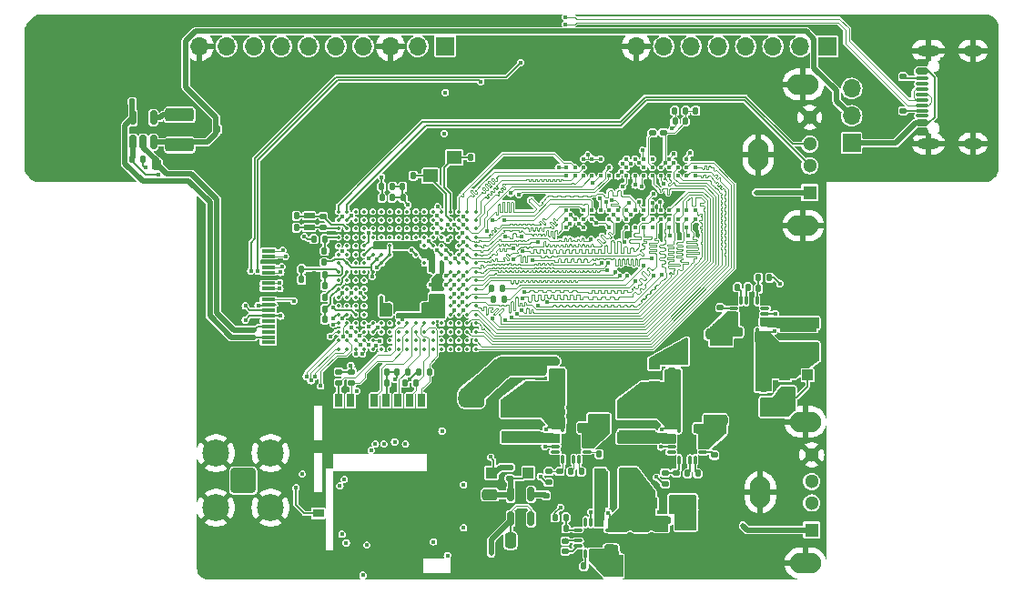
<source format=gbr>
%TF.GenerationSoftware,KiCad,Pcbnew,8.0.2-1*%
%TF.CreationDate,2024-06-14T18:00:13+02:00*%
%TF.ProjectId,hardware,68617264-7761-4726-952e-6b696361645f,rev?*%
%TF.SameCoordinates,Original*%
%TF.FileFunction,Copper,L1,Top*%
%TF.FilePolarity,Positive*%
%FSLAX46Y46*%
G04 Gerber Fmt 4.6, Leading zero omitted, Abs format (unit mm)*
G04 Created by KiCad (PCBNEW 8.0.2-1) date 2024-06-14 18:00:13*
%MOMM*%
%LPD*%
G01*
G04 APERTURE LIST*
G04 Aperture macros list*
%AMRoundRect*
0 Rectangle with rounded corners*
0 $1 Rounding radius*
0 $2 $3 $4 $5 $6 $7 $8 $9 X,Y pos of 4 corners*
0 Add a 4 corners polygon primitive as box body*
4,1,4,$2,$3,$4,$5,$6,$7,$8,$9,$2,$3,0*
0 Add four circle primitives for the rounded corners*
1,1,$1+$1,$2,$3*
1,1,$1+$1,$4,$5*
1,1,$1+$1,$6,$7*
1,1,$1+$1,$8,$9*
0 Add four rect primitives between the rounded corners*
20,1,$1+$1,$2,$3,$4,$5,0*
20,1,$1+$1,$4,$5,$6,$7,0*
20,1,$1+$1,$6,$7,$8,$9,0*
20,1,$1+$1,$8,$9,$2,$3,0*%
G04 Aperture macros list end*
%TA.AperFunction,SMDPad,CuDef*%
%ADD10RoundRect,0.140000X-0.140000X-0.170000X0.140000X-0.170000X0.140000X0.170000X-0.140000X0.170000X0*%
%TD*%
%TA.AperFunction,SMDPad,CuDef*%
%ADD11C,0.340000*%
%TD*%
%TA.AperFunction,SMDPad,CuDef*%
%ADD12RoundRect,0.135000X-0.135000X-0.185000X0.135000X-0.185000X0.135000X0.185000X-0.135000X0.185000X0*%
%TD*%
%TA.AperFunction,SMDPad,CuDef*%
%ADD13RoundRect,0.250000X0.475000X-0.250000X0.475000X0.250000X-0.475000X0.250000X-0.475000X-0.250000X0*%
%TD*%
%TA.AperFunction,SMDPad,CuDef*%
%ADD14RoundRect,0.250000X-0.250000X-0.475000X0.250000X-0.475000X0.250000X0.475000X-0.250000X0.475000X0*%
%TD*%
%TA.AperFunction,SMDPad,CuDef*%
%ADD15RoundRect,0.140000X-0.170000X0.140000X-0.170000X-0.140000X0.170000X-0.140000X0.170000X0.140000X0*%
%TD*%
%TA.AperFunction,SMDPad,CuDef*%
%ADD16RoundRect,0.140000X0.140000X0.170000X-0.140000X0.170000X-0.140000X-0.170000X0.140000X-0.170000X0*%
%TD*%
%TA.AperFunction,SMDPad,CuDef*%
%ADD17RoundRect,0.250000X-0.475000X0.250000X-0.475000X-0.250000X0.475000X-0.250000X0.475000X0.250000X0*%
%TD*%
%TA.AperFunction,SMDPad,CuDef*%
%ADD18R,3.400000X0.980000*%
%TD*%
%TA.AperFunction,SMDPad,CuDef*%
%ADD19R,0.980000X3.400000*%
%TD*%
%TA.AperFunction,SMDPad,CuDef*%
%ADD20RoundRect,0.135000X0.185000X-0.135000X0.185000X0.135000X-0.185000X0.135000X-0.185000X-0.135000X0*%
%TD*%
%TA.AperFunction,SMDPad,CuDef*%
%ADD21RoundRect,0.135000X-0.185000X0.135000X-0.185000X-0.135000X0.185000X-0.135000X0.185000X0.135000X0*%
%TD*%
%TA.AperFunction,SMDPad,CuDef*%
%ADD22RoundRect,0.135000X0.135000X0.185000X-0.135000X0.185000X-0.135000X-0.185000X0.135000X-0.185000X0*%
%TD*%
%TA.AperFunction,SMDPad,CuDef*%
%ADD23R,1.000000X1.000000*%
%TD*%
%TA.AperFunction,SMDPad,CuDef*%
%ADD24O,0.850000X0.280000*%
%TD*%
%TA.AperFunction,SMDPad,CuDef*%
%ADD25O,0.280000X0.850000*%
%TD*%
%TA.AperFunction,ComponentPad*%
%ADD26C,0.450000*%
%TD*%
%TA.AperFunction,SMDPad,CuDef*%
%ADD27R,1.700000X1.700000*%
%TD*%
%TA.AperFunction,SMDPad,CuDef*%
%ADD28R,1.400000X1.200000*%
%TD*%
%TA.AperFunction,SMDPad,CuDef*%
%ADD29R,1.000000X0.500000*%
%TD*%
%TA.AperFunction,ComponentPad*%
%ADD30R,1.300000X1.300000*%
%TD*%
%TA.AperFunction,ComponentPad*%
%ADD31C,1.300000*%
%TD*%
%TA.AperFunction,ComponentPad*%
%ADD32O,2.900000X1.900000*%
%TD*%
%TA.AperFunction,ComponentPad*%
%ADD33O,1.900000X2.900000*%
%TD*%
%TA.AperFunction,SMDPad,CuDef*%
%ADD34RoundRect,0.140000X0.170000X-0.140000X0.170000X0.140000X-0.170000X0.140000X-0.170000X-0.140000X0*%
%TD*%
%TA.AperFunction,SMDPad,CuDef*%
%ADD35C,0.399500*%
%TD*%
%TA.AperFunction,SMDPad,CuDef*%
%ADD36R,0.700000X1.200000*%
%TD*%
%TA.AperFunction,SMDPad,CuDef*%
%ADD37R,1.000000X0.800000*%
%TD*%
%TA.AperFunction,SMDPad,CuDef*%
%ADD38R,1.000000X1.200000*%
%TD*%
%TA.AperFunction,SMDPad,CuDef*%
%ADD39R,1.000000X2.800000*%
%TD*%
%TA.AperFunction,SMDPad,CuDef*%
%ADD40R,1.300000X1.900000*%
%TD*%
%TA.AperFunction,SMDPad,CuDef*%
%ADD41RoundRect,0.250000X0.250000X0.475000X-0.250000X0.475000X-0.250000X-0.475000X0.250000X-0.475000X0*%
%TD*%
%TA.AperFunction,SMDPad,CuDef*%
%ADD42RoundRect,0.150000X0.150000X-0.512500X0.150000X0.512500X-0.150000X0.512500X-0.150000X-0.512500X0*%
%TD*%
%TA.AperFunction,SMDPad,CuDef*%
%ADD43RoundRect,0.250000X1.075000X-0.375000X1.075000X0.375000X-1.075000X0.375000X-1.075000X-0.375000X0*%
%TD*%
%TA.AperFunction,SMDPad,CuDef*%
%ADD44RoundRect,0.150000X0.425000X-0.150000X0.425000X0.150000X-0.425000X0.150000X-0.425000X-0.150000X0*%
%TD*%
%TA.AperFunction,SMDPad,CuDef*%
%ADD45RoundRect,0.075000X0.500000X-0.075000X0.500000X0.075000X-0.500000X0.075000X-0.500000X-0.075000X0*%
%TD*%
%TA.AperFunction,ComponentPad*%
%ADD46O,2.100000X1.000000*%
%TD*%
%TA.AperFunction,ComponentPad*%
%ADD47O,1.800000X1.000000*%
%TD*%
%TA.AperFunction,SMDPad,CuDef*%
%ADD48R,1.300000X0.300000*%
%TD*%
%TA.AperFunction,SMDPad,CuDef*%
%ADD49R,2.200000X1.800000*%
%TD*%
%TA.AperFunction,ComponentPad*%
%ADD50R,1.700000X1.700000*%
%TD*%
%TA.AperFunction,ComponentPad*%
%ADD51O,1.700000X1.700000*%
%TD*%
%TA.AperFunction,SMDPad,CuDef*%
%ADD52RoundRect,0.225000X-0.225000X-0.250000X0.225000X-0.250000X0.225000X0.250000X-0.225000X0.250000X0*%
%TD*%
%TA.AperFunction,ComponentPad*%
%ADD53RoundRect,0.200100X-0.949900X0.949900X-0.949900X-0.949900X0.949900X-0.949900X0.949900X0.949900X0*%
%TD*%
%TA.AperFunction,ComponentPad*%
%ADD54C,2.500000*%
%TD*%
%TA.AperFunction,ViaPad*%
%ADD55C,0.400000*%
%TD*%
%TA.AperFunction,Conductor*%
%ADD56C,0.100000*%
%TD*%
%TA.AperFunction,Conductor*%
%ADD57C,0.150000*%
%TD*%
%TA.AperFunction,Conductor*%
%ADD58C,0.500000*%
%TD*%
%TA.AperFunction,Conductor*%
%ADD59C,0.200000*%
%TD*%
G04 APERTURE END LIST*
D10*
%TO.P,C34,1*%
%TO.N,+5V*%
X97120000Y-94900000D03*
%TO.P,C34,2*%
%TO.N,GND*%
X98080000Y-94900000D03*
%TD*%
D11*
%TO.P,U2,A1,DA6*%
%TO.N,/A33_RAM/adr6*%
X121157200Y-115366000D03*
%TO.P,U2,A2,PE12*%
%TO.N,unconnected-(U2C-PE12-PadA2)*%
X120357200Y-115366000D03*
%TO.P,U2,A3,PE10*%
%TO.N,unconnected-(U2C-PE10-PadA3)*%
X119557200Y-115366000D03*
%TO.P,U2,A4,PE8*%
%TO.N,unconnected-(U2C-PE8-PadA4)*%
X118757200Y-115366000D03*
%TO.P,U2,A5,PE6*%
%TO.N,unconnected-(U2C-PE6-PadA5)*%
X117957200Y-115366000D03*
%TO.P,U2,A6,PE4*%
%TO.N,unconnected-(U2C-PE4-PadA6)*%
X117157200Y-115366000D03*
%TO.P,U2,A7,PC16*%
%TO.N,unconnected-(U2C-PC16-PadA7)*%
X116357200Y-115366000D03*
%TO.P,U2,A8,PC14*%
%TO.N,unconnected-(U2C-PC14-PadA8)*%
X115557200Y-115366000D03*
%TO.P,U2,A9,PC12*%
%TO.N,unconnected-(U2C-PC12-PadA9)*%
X114757200Y-115366000D03*
%TO.P,U2,A10,PC10*%
%TO.N,unconnected-(U2C-PC10-PadA10)*%
X113957200Y-115366000D03*
%TO.P,U2,A11,PC8*%
%TO.N,unconnected-(U2C-PC8-PadA11)*%
X113157200Y-115366000D03*
%TO.P,U2,A12,PC7*%
%TO.N,unconnected-(U2C-PC7-PadA12)*%
X112357200Y-115366000D03*
%TO.P,U2,A13,PG4*%
%TO.N,/A33_GPIO/SDC1.D2*%
X111557200Y-115366000D03*
%TO.P,U2,A14,PG2*%
%TO.N,/A33_GPIO/SDC1.D0*%
X110757200Y-115366000D03*
%TO.P,U2,A15,PG0*%
%TO.N,/A33_GPIO/SDC1.CLK*%
X109957200Y-115366000D03*
%TO.P,U2,A16,PG8*%
%TO.N,/A33_GPIO/RTS_N*%
X109157200Y-115366000D03*
%TO.P,U2,A17,PG6*%
%TO.N,/A33_GPIO/TXD*%
X108357200Y-115366000D03*
%TO.P,U2,B1,DA8*%
%TO.N,/A33_RAM/adr8*%
X121157200Y-114566000D03*
%TO.P,U2,B2,PE13*%
%TO.N,unconnected-(U2C-PE13-PadB2)*%
X120357200Y-114566000D03*
%TO.P,U2,B3,PE11*%
%TO.N,unconnected-(U2C-PE11-PadB3)*%
X119557200Y-114566000D03*
%TO.P,U2,B4,PE9*%
%TO.N,unconnected-(U2C-PE9-PadB4)*%
X118757200Y-114566000D03*
%TO.P,U2,B5,PE7*%
%TO.N,unconnected-(U2C-PE7-PadB5)*%
X117957200Y-114566000D03*
%TO.P,U2,B6,PE5*%
%TO.N,unconnected-(U2C-PE5-PadB6)*%
X117157200Y-114566000D03*
%TO.P,U2,B7,PC15*%
%TO.N,unconnected-(U2C-PC15-PadB7)*%
X116357200Y-114566000D03*
%TO.P,U2,B8,PC13*%
%TO.N,unconnected-(U2C-PC13-PadB8)*%
X115557200Y-114566000D03*
%TO.P,U2,B9,PC11*%
%TO.N,unconnected-(U2C-PC11-PadB9)*%
X114757200Y-114566000D03*
%TO.P,U2,B10,PC9*%
%TO.N,unconnected-(U2C-PC9-PadB10)*%
X113957200Y-114566000D03*
%TO.P,U2,B11,PC4*%
%TO.N,unconnected-(U2C-PC4-PadB11)*%
X113157200Y-114566000D03*
%TO.P,U2,B13,PG5*%
%TO.N,/A33_GPIO/SDC1.D3*%
X111557200Y-114566000D03*
%TO.P,U2,B14,PG3*%
%TO.N,/A33_GPIO/SDC1.D1*%
X110757200Y-114566000D03*
%TO.P,U2,B15,PG1*%
%TO.N,/A33_GPIO/SDC1.CMD*%
X109957200Y-114566000D03*
%TO.P,U2,B16,PG9*%
%TO.N,/A33_GPIO/CTS_N*%
X109157200Y-114566000D03*
%TO.P,U2,B17,PG7*%
%TO.N,/A33_GPIO/RXD*%
X108357200Y-114566000D03*
%TO.P,U2,C1,DA14*%
%TO.N,/A33_RAM/adr14*%
X121157200Y-113766000D03*
%TO.P,U2,C2,DA11*%
%TO.N,/A33_RAM/adr11*%
X120357200Y-113766000D03*
%TO.P,U2,C3,PE14*%
%TO.N,unconnected-(U2C-PE14-PadC3)*%
X119557200Y-113766000D03*
%TO.P,U2,C4,PE16*%
%TO.N,unconnected-(U2C-PE16-PadC4)*%
X118757200Y-113766000D03*
%TO.P,U2,C5,PE0*%
%TO.N,unconnected-(U2C-PE0-PadC5)*%
X117957200Y-113766000D03*
%TO.P,U2,C6,PE2*%
%TO.N,unconnected-(U2C-PE2-PadC6)*%
X117157200Y-113766000D03*
%TO.P,U2,C7,PF5*%
%TO.N,/A33_GPIO/SDC0.D2*%
X116357200Y-113766000D03*
%TO.P,U2,C8,PF3*%
%TO.N,/A33_GPIO/SDC0.CMD*%
X115557200Y-113766000D03*
%TO.P,U2,C9,PF1*%
%TO.N,/A33_GPIO/SDC0.D0*%
X114757200Y-113766000D03*
%TO.P,U2,C10,PC5*%
%TO.N,unconnected-(U2C-PC5-PadC10)*%
X113957200Y-113766000D03*
%TO.P,U2,C11,PC2*%
%TO.N,unconnected-(U2C-PC2-PadC11)*%
X113157200Y-113766000D03*
%TO.P,U2,C12,PC1*%
%TO.N,unconnected-(U2C-PC1-PadC12)*%
X112357200Y-113766000D03*
%TO.P,U2,C13,PH5*%
%TO.N,/A33_GPIO/LCD_TE*%
X111557200Y-113766000D03*
%TO.P,U2,C14,PG13*%
%TO.N,/A33_GPIO/HOST_WAKE*%
X110757200Y-113766000D03*
%TO.P,U2,C15,PG12*%
%TO.N,/WiFi/WL_REG_ON*%
X109957200Y-113766000D03*
%TO.P,U2,C16,PG11*%
%TO.N,/A33_GPIO/WAKE*%
X109157200Y-113766000D03*
%TO.P,U2,C17,PG10*%
%TO.N,/WiFi/WL_HOST_WAKE*%
X108357200Y-113766000D03*
%TO.P,U2,D1,DA1*%
%TO.N,/A33_RAM/adr1*%
X121157200Y-112966000D03*
%TO.P,U2,D2,DA4*%
%TO.N,/A33_RAM/adr4*%
X120357200Y-112966000D03*
%TO.P,U2,D3,PE15*%
%TO.N,unconnected-(U2C-PE15-PadD3)*%
X119557200Y-112966000D03*
%TO.P,U2,D4,PE17*%
%TO.N,unconnected-(U2C-PE17-PadD4)*%
X118757200Y-112966000D03*
%TO.P,U2,D5,PE1*%
%TO.N,unconnected-(U2C-PE1-PadD5)*%
X117957200Y-112966000D03*
%TO.P,U2,D6,PE3*%
%TO.N,unconnected-(U2C-PE3-PadD6)*%
X117157200Y-112966000D03*
%TO.P,U2,D7,PF4*%
%TO.N,/A33_GPIO/SDC0.D3*%
X116357200Y-112966000D03*
%TO.P,U2,D8,PF2*%
%TO.N,/A33_GPIO/SDC0.CLK*%
X115557200Y-112966000D03*
%TO.P,U2,D9,PF0*%
%TO.N,/A33_GPIO/SDC0.D1*%
X114757200Y-112966000D03*
%TO.P,U2,D10,PC6*%
%TO.N,unconnected-(U2C-PC6-PadD10)*%
X113957200Y-112966000D03*
%TO.P,U2,D11,PC3*%
%TO.N,unconnected-(U2C-PC3-PadD11)*%
X113157200Y-112966000D03*
%TO.P,U2,D12,PC0*%
%TO.N,unconnected-(U2C-PC0-PadD12)*%
X112357200Y-112966000D03*
%TO.P,U2,D13,PH4*%
%TO.N,/A33_GPIO/LCD_RST*%
X111557200Y-112966000D03*
%TO.P,U2,D14,PH3*%
%TO.N,unconnected-(U2C-PH3-PadD14)*%
X110757200Y-112966000D03*
%TO.P,U2,D15,PH2*%
%TO.N,unconnected-(U2C-PH2-PadD15)*%
X109957200Y-112966000D03*
%TO.P,U2,D16,PH1*%
%TO.N,/WiFi/LPO*%
X109157200Y-112966000D03*
%TO.P,U2,D17,PH0*%
%TO.N,/A33_GPIO/RST_N*%
X108357200Y-112966000D03*
%TO.P,U2,E1,DA12*%
%TO.N,/A33_RAM/adr12*%
X121157200Y-112166000D03*
%TO.P,U2,E2,DA10*%
%TO.N,/A33_RAM/adr10*%
X120357200Y-112166000D03*
%TO.P,U2,E3,DA15*%
%TO.N,/A33_RAM/adr15*%
X119557200Y-112166000D03*
%TO.P,U2,E4,DA0*%
%TO.N,/A33_RAM/adr0*%
X118757200Y-112166000D03*
%TO.P,U2,E5,VDD-CPU*%
%TO.N,+1V1*%
X117957200Y-112166000D03*
%TO.P,U2,E6,VDD-CPU*%
X117157200Y-112166000D03*
%TO.P,U2,E7,VDD-CPU*%
X116357200Y-112166000D03*
%TO.P,U2,E8,VDD-SYS*%
X115557200Y-112166000D03*
%TO.P,U2,E9,VDD-SYS*%
X114757200Y-112166000D03*
%TO.P,U2,E10,VDD-SYS*%
X113957200Y-112166000D03*
%TO.P,U2,E11,VCC-IO*%
%TO.N,+3V3*%
X113157200Y-112166000D03*
%TO.P,U2,E12,VCC-IO*%
X112357200Y-112166000D03*
%TO.P,U2,E14,PH9*%
%TO.N,unconnected-(U2C-PH9-PadE14)*%
X110757200Y-112166000D03*
%TO.P,U2,E15,PH8*%
%TO.N,/A33_GPIO/LCD_DIM*%
X109957200Y-112166000D03*
%TO.P,U2,E16,PH7*%
%TO.N,Net-(U10-TXD)*%
X109157200Y-112166000D03*
%TO.P,U2,E17,PH6*%
%TO.N,Net-(U10-RXD)*%
X108357200Y-112166000D03*
%TO.P,U2,F1,DA5*%
%TO.N,/A33_RAM/adr5*%
X121157200Y-111366000D03*
%TO.P,U2,F2,DA2*%
%TO.N,/A33_RAM/adr2*%
X120357200Y-111366000D03*
%TO.P,U2,F3,DA13*%
%TO.N,/A33_RAM/adr13*%
X119557200Y-111366000D03*
%TO.P,U2,F4,DA9*%
%TO.N,/A33_RAM/adr9*%
X118757200Y-111366000D03*
%TO.P,U2,F5,VDD-CPU*%
%TO.N,+1V1*%
X117957200Y-111366000D03*
%TO.P,U2,F6,VDD-CPU*%
X117157200Y-111366000D03*
%TO.P,U2,F7,VDD-CPU*%
X116357200Y-111366000D03*
%TO.P,U2,F8,GND*%
%TO.N,GND*%
X115557200Y-111366000D03*
%TO.P,U2,F9,GND*%
X114757200Y-111366000D03*
%TO.P,U2,F10,GND*%
X113957200Y-111366000D03*
%TO.P,U2,F11,VCC-IO*%
%TO.N,+3V3*%
X113157200Y-111366000D03*
%TO.P,U2,F12,VCC-IO*%
X112357200Y-111366000D03*
%TO.P,U2,F14,PB6*%
%TO.N,unconnected-(U2C-PB6-PadF14)*%
X110757200Y-111366000D03*
%TO.P,U2,F15,PB7*%
%TO.N,unconnected-(U2C-PB7-PadF15)*%
X109957200Y-111366000D03*
%TO.P,U2,F16,PB3*%
%TO.N,unconnected-(U2C-PB3-PadF16)*%
X109157200Y-111366000D03*
%TO.P,U2,F17,PB2*%
%TO.N,unconnected-(U2C-PB2-PadF17)*%
X108357200Y-111366000D03*
%TO.P,U2,G1,DCK*%
%TO.N,Net-(U2A-DCK)*%
X121157200Y-110566000D03*
%TO.P,U2,G2,DCKB*%
%TO.N,Net-(U2A-DCKB)*%
X120357200Y-110566000D03*
%TO.P,U2,G3,DRST*%
%TO.N,/A33_RAM/!RST*%
X119557200Y-110566000D03*
%TO.P,U2,G4,DA7*%
%TO.N,/A33_RAM/adr7*%
X118757200Y-110566000D03*
%TO.P,U2,G5,VDD-CPU*%
%TO.N,+1V1*%
X117957200Y-110566000D03*
%TO.P,U2,G6,VDD-CPU*%
X117157200Y-110566000D03*
%TO.P,U2,G7,GND*%
%TO.N,GND*%
X116357200Y-110566000D03*
%TO.P,U2,G8,GND*%
X115557200Y-110566000D03*
%TO.P,U2,G9,GND*%
X114757200Y-110566000D03*
%TO.P,U2,G10,GND*%
X113957200Y-110566000D03*
%TO.P,U2,G11,GND*%
X113157200Y-110566000D03*
%TO.P,U2,G12,VCC-IO*%
%TO.N,+3V3*%
X112357200Y-110566000D03*
%TO.P,U2,G14,PB4*%
%TO.N,/SD_DET*%
X110757200Y-110566000D03*
%TO.P,U2,G15,PB5*%
%TO.N,unconnected-(U2C-PB5-PadG15)*%
X109957200Y-110566000D03*
%TO.P,U2,G16,PB1*%
%TO.N,/A33_GPIO/UART0_RX*%
X109157200Y-110566000D03*
%TO.P,U2,G17,PB0*%
%TO.N,/A33_GPIO/UART0_TX*%
X108357200Y-110566000D03*
%TO.P,U2,H1,DQ6*%
%TO.N,/A33_RAM/d4*%
X121157200Y-109766000D03*
%TO.P,U2,H2,DQ7*%
%TO.N,/A33_RAM/d7*%
X120357200Y-109766000D03*
%TO.P,U2,H3,DA3*%
%TO.N,/A33_RAM/adr3*%
X119557200Y-109766000D03*
%TO.P,U2,H4,DBA2*%
%TO.N,/A33_RAM/dba2*%
X118757200Y-109766000D03*
%TO.P,U2,H5,VCC-DRAM*%
%TO.N,+1V35*%
X117957200Y-109766000D03*
%TO.P,U2,H6,VCC-DRAM*%
X117157200Y-109766000D03*
%TO.P,U2,H7,GND*%
%TO.N,GND*%
X116357200Y-109766000D03*
%TO.P,U2,H8,GND*%
X115557200Y-109766000D03*
%TO.P,U2,H9,GND*%
X114757200Y-109766000D03*
%TO.P,U2,H10,GND*%
X113957200Y-109766000D03*
%TO.P,U2,H11,GND*%
X113157200Y-109766000D03*
%TO.P,U2,H12,GND*%
X112357200Y-109766000D03*
%TO.P,U2,H13,AGND*%
X111557200Y-109766000D03*
%TO.P,U2,H14,HPCOM*%
%TO.N,unconnected-(U2D-HPCOM-PadH14)*%
X110757200Y-109766000D03*
%TO.P,U2,H15,LINEINL*%
%TO.N,unconnected-(U2D-LINEINL-PadH15)*%
X109957200Y-109766000D03*
%TO.P,U2,H16,HPCOMFB*%
%TO.N,unconnected-(U2D-HPCOMFB-PadH16)*%
X109157200Y-109766000D03*
%TO.P,U2,H17,HPVCCBP*%
%TO.N,/A33_Power/HPVCCBP*%
X108357200Y-109766000D03*
%TO.P,U2,J1,DQ4*%
%TO.N,/A33_RAM/d5*%
X121157200Y-108966000D03*
%TO.P,U2,J2,DQ5*%
%TO.N,/A33_RAM/d6*%
X120357200Y-108966000D03*
%TO.P,U2,J3,DBA0*%
%TO.N,/A33_RAM/dba0*%
X119557200Y-108966000D03*
%TO.P,U2,J4,DCKE*%
%TO.N,/A33_RAM/!CKE*%
X118757200Y-108966000D03*
%TO.P,U2,J5,VCC-DRAM*%
%TO.N,+1V35*%
X117957200Y-108966000D03*
%TO.P,U2,J6,VCC-DRAM*%
X117157200Y-108966000D03*
%TO.P,U2,J7,GND*%
%TO.N,GND*%
X116357200Y-108966000D03*
%TO.P,U2,J8,GND*%
X115557200Y-108966000D03*
%TO.P,U2,J9,GND*%
X114757200Y-108966000D03*
%TO.P,U2,J10,GND*%
X113957200Y-108966000D03*
%TO.P,U2,J11,GND*%
X113157200Y-108966000D03*
%TO.P,U2,J12,GND*%
X112357200Y-108966000D03*
%TO.P,U2,J14,HBIAS*%
%TO.N,unconnected-(U2D-HBIAS-PadJ14)*%
X110757200Y-108966000D03*
%TO.P,U2,J15,LINEINR*%
%TO.N,unconnected-(U2D-LINEINR-PadJ15)*%
X109957200Y-108966000D03*
%TO.P,U2,J16,HPOUTR*%
%TO.N,unconnected-(U2D-HPOUTR-PadJ16)*%
X109157200Y-108966000D03*
%TO.P,U2,J17,HPOUTL*%
%TO.N,unconnected-(U2D-HPOUTL-PadJ17)*%
X108357200Y-108966000D03*
%TO.P,U2,K1,DQS0B*%
%TO.N,/A33_RAM/!LDQS*%
X121157200Y-108166000D03*
%TO.P,U2,K2,DQS0*%
%TO.N,/A33_RAM/LDQS*%
X120357200Y-108166000D03*
%TO.P,U2,K3,DWE*%
%TO.N,/A33_RAM/!WE*%
X119557200Y-108166000D03*
%TO.P,U2,K4,DBA1*%
%TO.N,/A33_RAM/dba1*%
X118757200Y-108166000D03*
%TO.P,U2,K5,VCC-DRAM*%
%TO.N,+1V35*%
X117957200Y-108166000D03*
%TO.P,U2,K6,VDD-SYS*%
%TO.N,+1V1*%
X117157200Y-108166000D03*
%TO.P,U2,K7,GND*%
%TO.N,GND*%
X116357200Y-108166000D03*
%TO.P,U2,K8,GND*%
X115557200Y-108166000D03*
%TO.P,U2,K9,GND*%
X114757200Y-108166000D03*
%TO.P,U2,K10,GND*%
X113957200Y-108166000D03*
%TO.P,U2,K11,GND*%
X113157200Y-108166000D03*
%TO.P,U2,K12,GND*%
X112357200Y-108166000D03*
%TO.P,U2,K13,HPVCCIN*%
%TO.N,+3V0*%
X111557200Y-108166000D03*
%TO.P,U2,K14,MBIAS*%
%TO.N,unconnected-(U2D-MBIAS-PadK14)*%
X110757200Y-108166000D03*
%TO.P,U2,K15,PHONEINN*%
%TO.N,unconnected-(U2D-PHONEINN-PadK15)*%
X109957200Y-108166000D03*
%TO.P,U2,K16,VRA1*%
%TO.N,Net-(U2D-VRA1)*%
X109157200Y-108166000D03*
%TO.P,U2,K17,VRA2*%
%TO.N,Net-(U2D-VRA2)*%
X108357200Y-108166000D03*
%TO.P,U2,L1,DQ2*%
%TO.N,/A33_RAM/d2*%
X121157200Y-107366000D03*
%TO.P,U2,L2,DQ3*%
%TO.N,/A33_RAM/d3*%
X120357200Y-107366000D03*
%TO.P,U2,L3,DODT*%
%TO.N,/A33_RAM/ODT*%
X119557200Y-107366000D03*
%TO.P,U2,L4,DRAS*%
%TO.N,/A33_RAM/!RAS*%
X118757200Y-107366000D03*
%TO.P,U2,L5,VCC-DRAM*%
%TO.N,+1V35*%
X117957200Y-107366000D03*
%TO.P,U2,L6,VDD-SYS*%
%TO.N,+1V1*%
X117157200Y-107366000D03*
%TO.P,U2,L7,DODT1*%
%TO.N,unconnected-(U2A-DODT1-PadL7)*%
X116357200Y-107366000D03*
%TO.P,U2,L8,GND*%
%TO.N,GND*%
X115557200Y-107366000D03*
%TO.P,U2,L9,GND*%
X114757200Y-107366000D03*
%TO.P,U2,L10,GND*%
X113957200Y-107366000D03*
%TO.P,U2,L11,GND*%
X113157200Y-107366000D03*
%TO.P,U2,L12,VCC-USB*%
%TO.N,+3V3*%
X112357200Y-107366000D03*
%TO.P,U2,L14,LRADC0*%
%TO.N,unconnected-(U2D-LRADC0-PadL14)*%
X110757200Y-107366000D03*
%TO.P,U2,L15,PHONEINP*%
%TO.N,unconnected-(U2D-PHONEINP-PadL15)*%
X109957200Y-107366000D03*
%TO.P,U2,L16,AVCC*%
%TO.N,+3V0*%
X109157200Y-107366000D03*
%TO.P,U2,L17,VRP*%
%TO.N,Net-(U2D-VRP)*%
X108357200Y-107366000D03*
%TO.P,U2,M1,DQ0*%
%TO.N,/A33_RAM/d0*%
X121157200Y-106566000D03*
%TO.P,U2,M2,DQ1*%
%TO.N,/A33_RAM/d1*%
X120357200Y-106566000D03*
%TO.P,U2,M3,DCAS*%
%TO.N,/A33_RAM/!CAS*%
X119557200Y-106566000D03*
%TO.P,U2,M4,DVREF*%
%TO.N,/A33_RAM/DVREF*%
X118757200Y-106566000D03*
%TO.P,U2,M5,VCC-PLL*%
%TO.N,+3V0*%
X117957200Y-106566000D03*
%TO.P,U2,M6,VDD-SYS*%
%TO.N,+1V1*%
X117157200Y-106566000D03*
%TO.P,U2,M7,VDD-SYS*%
X116357200Y-106566000D03*
%TO.P,U2,M8,VCC-EFUSE*%
%TO.N,/A33_Power/VCC-EFUSE*%
X115557200Y-106566000D03*
%TO.P,U2,M9,GND*%
%TO.N,GND*%
X114757200Y-106566000D03*
%TO.P,U2,M10,GND*%
X113957200Y-106566000D03*
%TO.P,U2,M11,VCC-PD*%
%TO.N,+3V3*%
X113157200Y-106566000D03*
%TO.P,U2,M12,VCC-RTC*%
%TO.N,+3V0*%
X112357200Y-106566000D03*
%TO.P,U2,M13,RTCVIO*%
%TO.N,Net-(U2D-RTCVIO)*%
X111557200Y-106566000D03*
%TO.P,U2,M14,VDD-CPUS*%
%TO.N,+1V1*%
X110757200Y-106566000D03*
%TO.P,U2,M15,PHONEOUTP*%
%TO.N,unconnected-(U2D-PHONEOUTP-PadM15)*%
X109957200Y-106566000D03*
%TO.P,U2,M16,MIC1N*%
%TO.N,unconnected-(U2D-MIC1N-PadM16)*%
X109157200Y-106566000D03*
%TO.P,U2,M17,MIC1P*%
%TO.N,unconnected-(U2D-MIC1P-PadM17)*%
X108357200Y-106566000D03*
%TO.P,U2,N1,DQ15*%
%TO.N,/A33_RAM/d13*%
X121157200Y-105766000D03*
%TO.P,U2,N2,DQM0*%
%TO.N,/A33_RAM/LDM*%
X120357200Y-105766000D03*
%TO.P,U2,N3,DCS*%
%TO.N,/A33_RAM/!CS*%
X119557200Y-105766000D03*
%TO.P,U2,N4,GND*%
%TO.N,GND*%
X118757200Y-105766000D03*
%TO.P,U2,N5,DCS1*%
%TO.N,unconnected-(U2A-DCS1-PadN5)*%
X117957200Y-105766000D03*
%TO.P,U2,N6,VCC-DSI*%
%TO.N,+3V3*%
X117157200Y-105766000D03*
%TO.P,U2,N7,DCKE1*%
%TO.N,unconnected-(U2A-DCKE1-PadN7)*%
X116357200Y-105766000D03*
%TO.P,U2,N8,VDD-SYS*%
%TO.N,+1V1*%
X115557200Y-105766000D03*
%TO.P,U2,N9,VDD-SYS*%
X114757200Y-105766000D03*
%TO.P,U2,N10,VDD-SYS*%
X113957200Y-105766000D03*
%TO.P,U2,N11,VCC-PD*%
%TO.N,+3V3*%
X113157200Y-105766000D03*
%TO.P,U2,N12,VCC-HSIC*%
%TO.N,+1V1*%
X112357200Y-105766000D03*
%TO.P,U2,N14,NMI*%
%TO.N,Net-(U2D-NMI)*%
X110757200Y-105766000D03*
%TO.P,U2,N15,PHONEOUTN*%
%TO.N,unconnected-(U2D-PHONEOUTN-PadN15)*%
X109957200Y-105766000D03*
%TO.P,U2,N16,MIC2N*%
%TO.N,unconnected-(U2D-MIC2N-PadN16)*%
X109157200Y-105766000D03*
%TO.P,U2,N17,MIC2P*%
%TO.N,unconnected-(U2D-MIC2P-PadN17)*%
X108357200Y-105766000D03*
%TO.P,U2,P1,DQ13*%
%TO.N,/A33_RAM/d14*%
X121157200Y-104966000D03*
%TO.P,U2,P2,DQ14*%
%TO.N,/A33_RAM/d15*%
X120357200Y-104966000D03*
%TO.P,U2,P3,VDD-DLL*%
%TO.N,+2V5*%
X119557200Y-104966000D03*
%TO.P,U2,P4,DSI-D0P*%
%TO.N,/A33_GPIO/D0P*%
X118757200Y-104966000D03*
%TO.P,U2,P5,DSI-D1P*%
%TO.N,/A33_GPIO/D1P*%
X117957200Y-104966000D03*
%TO.P,U2,P6,DSI-D3P*%
%TO.N,unconnected-(U2D-DSI-D3P-PadP6)*%
X117157200Y-104966000D03*
%TO.P,U2,P7,PD15*%
%TO.N,unconnected-(U2C-PD15-PadP7)*%
X116357200Y-104966000D03*
%TO.P,U2,P8,PD13*%
%TO.N,unconnected-(U2C-PD13-PadP8)*%
X115557200Y-104966000D03*
%TO.P,U2,P9,PD11*%
%TO.N,unconnected-(U2C-PD11-PadP9)*%
X114757200Y-104966000D03*
%TO.P,U2,P10,PD7*%
%TO.N,unconnected-(U2C-PD7-PadP10)*%
X113957200Y-104966000D03*
%TO.P,U2,P11,PD5*%
%TO.N,unconnected-(U2C-PD5-PadP11)*%
X113157200Y-104966000D03*
%TO.P,U2,P12,PD3*%
%TO.N,unconnected-(U2C-PD3-PadP12)*%
X112357200Y-104966000D03*
%TO.P,U2,P13,PL9*%
%TO.N,unconnected-(U2C-PL9-PadP13)*%
X111557200Y-104966000D03*
%TO.P,U2,P14,PL5*%
%TO.N,unconnected-(U2C-PL5-PadP14)*%
X110757200Y-104966000D03*
%TO.P,U2,P15,PL1*%
%TO.N,unconnected-(U2C-PL1-PadP15)*%
X109957200Y-104966000D03*
%TO.P,U2,P16,PL0*%
%TO.N,unconnected-(U2C-PL0-PadP16)*%
X109157200Y-104966000D03*
%TO.P,U2,P17,RESET*%
%TO.N,/A33_GPIO/RESET*%
X108357200Y-104966000D03*
%TO.P,U2,R1,DQS1*%
%TO.N,/A33_RAM/UDQS*%
X121157200Y-104166000D03*
%TO.P,U2,R2,DQ12*%
%TO.N,/A33_RAM/d12*%
X120357200Y-104166000D03*
%TO.P,U2,R3,DZQ*%
%TO.N,Net-(U2A-DZQ)*%
X119557200Y-104166000D03*
%TO.P,U2,R4,DSI-D0N*%
%TO.N,/A33_GPIO/D0N*%
X118757200Y-104166000D03*
%TO.P,U2,R5,DSI-D1N*%
%TO.N,/A33_GPIO/D1N*%
X117957200Y-104166000D03*
%TO.P,U2,R6,DSI-D3N*%
%TO.N,unconnected-(U2D-DSI-D3N-PadR6)*%
X117157200Y-104166000D03*
%TO.P,U2,R7,PD14*%
%TO.N,unconnected-(U2C-PD14-PadR7)*%
X116357200Y-104166000D03*
%TO.P,U2,R8,PD12*%
%TO.N,unconnected-(U2C-PD12-PadR8)*%
X115557200Y-104166000D03*
%TO.P,U2,R9,PD10*%
%TO.N,unconnected-(U2C-PD10-PadR9)*%
X114757200Y-104166000D03*
%TO.P,U2,R10,PD6*%
%TO.N,unconnected-(U2C-PD6-PadR10)*%
X113957200Y-104166000D03*
%TO.P,U2,R11,PD4*%
%TO.N,unconnected-(U2C-PD4-PadR11)*%
X113157200Y-104166000D03*
%TO.P,U2,R12,PD2*%
%TO.N,unconnected-(U2C-PD2-PadR12)*%
X112357200Y-104166000D03*
%TO.P,U2,R13,PL8*%
%TO.N,unconnected-(U2C-PL8-PadR13)*%
X111557200Y-104166000D03*
%TO.P,U2,R14,PL4*%
%TO.N,unconnected-(U2C-PL4-PadR14)*%
X110757200Y-104166000D03*
%TO.P,U2,R15,X32KFOUT*%
%TO.N,unconnected-(U2D-X32KFOUT-PadR15)*%
X109957200Y-104166000D03*
%TO.P,U2,R16,X32KOUT*%
%TO.N,Net-(U2D-X32KOUT)*%
X109157200Y-104166000D03*
%TO.P,U2,R17,X32KIN*%
%TO.N,Net-(U2D-X32KIN)*%
X108357200Y-104166000D03*
%TO.P,U2,T1,DQS1B*%
%TO.N,/A33_RAM/!UDQS*%
X121157200Y-103366000D03*
%TO.P,U2,T2,DQ11*%
%TO.N,/A33_RAM/d11*%
X120357200Y-103366000D03*
%TO.P,U2,T3,DQM1*%
%TO.N,/A33_RAM/UDM*%
X119557200Y-103366000D03*
%TO.P,U2,T4,X24MOUT*%
%TO.N,Net-(U2D-X24MOUT)*%
X118757200Y-103366000D03*
%TO.P,U2,T5,DSI-CKP*%
%TO.N,/A33_GPIO/CLKP*%
X117957200Y-103366000D03*
%TO.P,U2,T6,DSI-D2P*%
%TO.N,unconnected-(U2D-DSI-D2P-PadT6)*%
X117157200Y-103366000D03*
%TO.P,U2,T7,PD27*%
%TO.N,unconnected-(U2C-PD27-PadT7)*%
X116357200Y-103366000D03*
%TO.P,U2,T8,PD25*%
%TO.N,unconnected-(U2C-PD25-PadT8)*%
X115557200Y-103366000D03*
%TO.P,U2,T9,PD23*%
%TO.N,unconnected-(U2C-PD23-PadT9)*%
X114757200Y-103366000D03*
%TO.P,U2,T10,PD21*%
%TO.N,unconnected-(U2C-PD21-PadT10)*%
X113957200Y-103366000D03*
%TO.P,U2,T11,PD19*%
%TO.N,unconnected-(U2C-PD19-PadT11)*%
X113157200Y-103366000D03*
%TO.P,U2,T12,PL11*%
%TO.N,unconnected-(U2C-PL11-PadT12)*%
X112357200Y-103366000D03*
%TO.P,U2,T13,PL7*%
%TO.N,unconnected-(U2C-PL7-PadT13)*%
X111557200Y-103366000D03*
%TO.P,U2,T14,PL3*%
%TO.N,unconnected-(U2C-PL3-PadT14)*%
X110757200Y-103366000D03*
%TO.P,U2,T15,HSIC-STR*%
%TO.N,unconnected-(U2D-HSIC-STR-PadT15)*%
X109957200Y-103366000D03*
%TO.P,U2,T16,USB-DM0*%
%TO.N,/A33_GPIO/USB-DM0*%
X109157200Y-103366000D03*
%TO.P,U2,T17,USB-DP0*%
%TO.N,/A33_GPIO/USB-DP0*%
X108357200Y-103366000D03*
%TO.P,U2,U1,DQ9*%
%TO.N,/A33_RAM/d9*%
X121157200Y-102566000D03*
%TO.P,U2,U2,DQ10*%
%TO.N,/A33_RAM/d10*%
X120357200Y-102566000D03*
%TO.P,U2,U3,DQ8*%
%TO.N,/A33_RAM/d8*%
X119557200Y-102566000D03*
%TO.P,U2,U4,X24MIN*%
%TO.N,Net-(U2D-X24MIN)*%
X118757200Y-102566000D03*
%TO.P,U2,U5,DSI-CKN*%
%TO.N,/A33_GPIO/CLKN*%
X117957200Y-102566000D03*
%TO.P,U2,U6,DSI-D2N*%
%TO.N,unconnected-(U2D-DSI-D2N-PadU6)*%
X117157200Y-102566000D03*
%TO.P,U2,U7,PD26*%
%TO.N,unconnected-(U2C-PD26-PadU7)*%
X116357200Y-102566000D03*
%TO.P,U2,U8,PD24*%
%TO.N,unconnected-(U2C-PD24-PadU8)*%
X115557200Y-102566000D03*
%TO.P,U2,U9,PD22*%
%TO.N,unconnected-(U2C-PD22-PadU9)*%
X114757200Y-102566000D03*
%TO.P,U2,U10,PD20*%
%TO.N,unconnected-(U2C-PD20-PadU10)*%
X113957200Y-102566000D03*
%TO.P,U2,U11,PD18*%
%TO.N,unconnected-(U2C-PD18-PadU11)*%
X113157200Y-102566000D03*
%TO.P,U2,U12,PL10*%
%TO.N,unconnected-(U2C-PL10-PadU12)*%
X112357200Y-102566000D03*
%TO.P,U2,U13,PL6*%
%TO.N,unconnected-(U2C-PL6-PadU13)*%
X111557200Y-102566000D03*
%TO.P,U2,U14,PL2*%
%TO.N,unconnected-(U2C-PL2-PadU14)*%
X110757200Y-102566000D03*
%TO.P,U2,U15,HSIC-DAT*%
%TO.N,unconnected-(U2D-HSIC-DAT-PadU15)*%
X109957200Y-102566000D03*
%TO.P,U2,U16,USB-DM1*%
%TO.N,/A33_GPIO/USB-DM1*%
X109157200Y-102566000D03*
%TO.P,U2,U17,USB-DP1*%
%TO.N,/A33_GPIO/USB-DP1*%
X108357200Y-102566000D03*
%TD*%
D12*
%TO.P,R1,1*%
%TO.N,+1V35*%
X139634500Y-93179900D03*
%TO.P,R1,2*%
%TO.N,/DDR3/VREF*%
X140654500Y-93179900D03*
%TD*%
%TO.P,R2,1*%
%TO.N,/DDR3/VREF*%
X141579100Y-93176000D03*
%TO.P,R2,2*%
%TO.N,GND*%
X142599100Y-93176000D03*
%TD*%
D10*
%TO.P,C4,1*%
%TO.N,+1V35*%
X112410300Y-101295200D03*
%TO.P,C4,2*%
%TO.N,/A33_RAM/DVREF*%
X113370300Y-101295200D03*
%TD*%
%TO.P,C5,1*%
%TO.N,/A33_RAM/DVREF*%
X114353400Y-101295200D03*
%TO.P,C5,2*%
%TO.N,GND*%
X115313400Y-101295200D03*
%TD*%
D12*
%TO.P,R4,1*%
%TO.N,+1V35*%
X112383480Y-100277840D03*
%TO.P,R4,2*%
%TO.N,/A33_RAM/DVREF*%
X113403480Y-100277840D03*
%TD*%
%TO.P,R5,1*%
%TO.N,/A33_RAM/DVREF*%
X114323400Y-100279200D03*
%TO.P,R5,2*%
%TO.N,GND*%
X115343400Y-100279200D03*
%TD*%
D13*
%TO.P,C11,1*%
%TO.N,+5V*%
X132575300Y-122222300D03*
%TO.P,C11,2*%
%TO.N,GND*%
X132575300Y-120322300D03*
%TD*%
D10*
%TO.P,C12,1*%
%TO.N,Net-(U4-CP)*%
X129999800Y-126771400D03*
%TO.P,C12,2*%
%TO.N,Net-(U4-CN)*%
X130959800Y-126771400D03*
%TD*%
%TO.P,C13,1*%
%TO.N,Net-(U4-SS)*%
X132616000Y-125145800D03*
%TO.P,C13,2*%
%TO.N,GND*%
X133576000Y-125145800D03*
%TD*%
D14*
%TO.P,C14,1*%
%TO.N,Net-(U4-VOS)*%
X128742400Y-121018300D03*
%TO.P,C14,2*%
%TO.N,GND*%
X130642400Y-121018300D03*
%TD*%
%TO.P,C15,1*%
%TO.N,Net-(U4-VOS)*%
X128742400Y-118986300D03*
%TO.P,C15,2*%
%TO.N,GND*%
X130642400Y-118986300D03*
%TD*%
D13*
%TO.P,C16,1*%
%TO.N,+5V*%
X143840200Y-122031800D03*
%TO.P,C16,2*%
%TO.N,GND*%
X143840200Y-120131800D03*
%TD*%
D14*
%TO.P,C17,1*%
%TO.N,+5V*%
X134091600Y-135763000D03*
%TO.P,C17,2*%
%TO.N,GND*%
X135991600Y-135763000D03*
%TD*%
D10*
%TO.P,C18,1*%
%TO.N,Net-(U5-CP)*%
X140820200Y-126949200D03*
%TO.P,C18,2*%
%TO.N,Net-(U5-CN)*%
X141780200Y-126949200D03*
%TD*%
D15*
%TO.P,C19,1*%
%TO.N,Net-(U5-SS)*%
X143319500Y-125250000D03*
%TO.P,C19,2*%
%TO.N,GND*%
X143319500Y-126210000D03*
%TD*%
%TO.P,C20,1*%
%TO.N,Net-(U6-CP)*%
X129463800Y-133225600D03*
%TO.P,C20,2*%
%TO.N,Net-(U6-CN)*%
X129463800Y-134185600D03*
%TD*%
D16*
%TO.P,C21,1*%
%TO.N,Net-(U6-SS)*%
X131191000Y-135585200D03*
%TO.P,C21,2*%
%TO.N,GND*%
X130231000Y-135585200D03*
%TD*%
D14*
%TO.P,C22,1*%
%TO.N,Net-(U5-VOS)*%
X139608520Y-118872000D03*
%TO.P,C22,2*%
%TO.N,GND*%
X141508520Y-118872000D03*
%TD*%
D17*
%TO.P,C23,1*%
%TO.N,Net-(U6-VOS)*%
X135483600Y-131612600D03*
%TO.P,C23,2*%
%TO.N,GND*%
X135483600Y-133512600D03*
%TD*%
D14*
%TO.P,C24,1*%
%TO.N,Net-(U5-VOS)*%
X139613600Y-120904000D03*
%TO.P,C24,2*%
%TO.N,GND*%
X141513600Y-120904000D03*
%TD*%
D17*
%TO.P,C25,1*%
%TO.N,Net-(U6-VOS)*%
X137541000Y-131612600D03*
%TO.P,C25,2*%
%TO.N,GND*%
X137541000Y-133512600D03*
%TD*%
D18*
%TO.P,L2,1,1*%
%TO.N,Net-(L2-Pad1)*%
X125234700Y-123545600D03*
%TO.P,L2,2,2*%
%TO.N,Net-(U4-VOS)*%
X125234700Y-121175600D03*
%TD*%
%TO.P,L3,1,1*%
%TO.N,Net-(L3-Pad1)*%
X136118600Y-123435200D03*
%TO.P,L3,2,2*%
%TO.N,Net-(U5-VOS)*%
X136118600Y-121065200D03*
%TD*%
D19*
%TO.P,L4,1,1*%
%TO.N,Net-(L4-Pad1)*%
X132927000Y-128473200D03*
%TO.P,L4,2,2*%
%TO.N,Net-(U6-VOS)*%
X135297000Y-128473200D03*
%TD*%
D20*
%TO.P,R11,1*%
%TO.N,Net-(U5-VOS)*%
X138734800Y-127891000D03*
%TO.P,R11,2*%
%TO.N,Net-(U5-FB)*%
X138734800Y-126871000D03*
%TD*%
D21*
%TO.P,R12,1*%
%TO.N,Net-(U5-FB)*%
X139750800Y-126871000D03*
%TO.P,R12,2*%
%TO.N,GND*%
X139750800Y-127891000D03*
%TD*%
D12*
%TO.P,R13,1*%
%TO.N,Net-(U6-VOS)*%
X128496600Y-131038600D03*
%TO.P,R13,2*%
%TO.N,Net-(U6-FB)*%
X129516600Y-131038600D03*
%TD*%
D21*
%TO.P,R16,1*%
%TO.N,+3V0*%
X128473200Y-116457000D03*
%TO.P,R16,2*%
%TO.N,Net-(U4-VOS)*%
X128473200Y-117477000D03*
%TD*%
%TO.P,R17,1*%
%TO.N,+1V35*%
X139344400Y-116330000D03*
%TO.P,R17,2*%
%TO.N,Net-(U5-VOS)*%
X139344400Y-117350000D03*
%TD*%
D22*
%TO.P,R18,1*%
%TO.N,+1V1*%
X140083000Y-131343400D03*
%TO.P,R18,2*%
%TO.N,Net-(U6-VOS)*%
X139063000Y-131343400D03*
%TD*%
D23*
%TO.P,TP6,1,1*%
%TO.N,Net-(U4-VOS)*%
X126898400Y-118999000D03*
%TD*%
%TO.P,TP11,1,1*%
%TO.N,Net-(U5-VOS)*%
X137744200Y-118872000D03*
%TD*%
%TO.P,TP12,1,1*%
%TO.N,Net-(U6-VOS)*%
X137515600Y-129743200D03*
%TD*%
%TO.P,TP13,1,1*%
%TO.N,+3V0*%
X126898400Y-116903500D03*
%TD*%
%TO.P,TP15,1,1*%
%TO.N,+1V35*%
X137744200Y-116763800D03*
%TD*%
%TO.P,TP16,1,1*%
%TO.N,+1V1*%
X139649200Y-129743200D03*
%TD*%
D24*
%TO.P,U4,1,SW*%
%TO.N,Net-(L2-Pad1)*%
X128521460Y-123417900D03*
%TO.P,U4,2,SW*%
X128521460Y-123917900D03*
%TO.P,U4,3,DEF*%
%TO.N,+5V*%
X128521460Y-124417900D03*
%TO.P,U4,4,PG*%
%TO.N,unconnected-(U4-PG-Pad4)*%
X128521460Y-124917900D03*
D25*
%TO.P,U4,5,FB*%
%TO.N,Net-(U4-FB)*%
X129247200Y-125643640D03*
%TO.P,U4,6,AGND*%
%TO.N,GND*%
X129747200Y-125643640D03*
%TO.P,U4,7,CP*%
%TO.N,Net-(U4-CP)*%
X130247200Y-125643640D03*
%TO.P,U4,8,CN*%
%TO.N,Net-(U4-CN)*%
X130747200Y-125643640D03*
D24*
%TO.P,U4,9,SS*%
%TO.N,Net-(U4-SS)*%
X131472940Y-124917900D03*
%TO.P,U4,10,AVIN*%
%TO.N,+5V*%
X131472940Y-124417900D03*
%TO.P,U4,11,PVIN*%
X131472940Y-123917900D03*
%TO.P,U4,12,PVIN*%
X131472940Y-123417900D03*
D25*
%TO.P,U4,13,EN*%
X130747200Y-122692160D03*
%TO.P,U4,14,PGND*%
%TO.N,GND*%
X130247200Y-122692160D03*
%TO.P,U4,15,PGND*%
X129747200Y-122692160D03*
%TO.P,U4,16,VOS*%
%TO.N,Net-(U4-VOS)*%
X129247200Y-122692160D03*
D26*
%TO.P,U4,17,PAD*%
%TO.N,GND*%
X129497200Y-123667900D03*
X129497200Y-124667900D03*
X129997200Y-124167900D03*
D27*
X129997200Y-124167900D03*
D26*
X130497200Y-123667900D03*
X130497200Y-124667900D03*
%TD*%
D24*
%TO.P,U5,1,SW*%
%TO.N,Net-(L3-Pad1)*%
X139324080Y-123470160D03*
%TO.P,U5,2,SW*%
X139324080Y-123970160D03*
%TO.P,U5,3,DEF*%
%TO.N,+5V*%
X139324080Y-124470160D03*
%TO.P,U5,4,PG*%
%TO.N,unconnected-(U5-PG-Pad4)*%
X139324080Y-124970160D03*
D25*
%TO.P,U5,5,FB*%
%TO.N,Net-(U5-FB)*%
X140049820Y-125695900D03*
%TO.P,U5,6,AGND*%
%TO.N,GND*%
X140549820Y-125695900D03*
%TO.P,U5,7,CP*%
%TO.N,Net-(U5-CP)*%
X141049820Y-125695900D03*
%TO.P,U5,8,CN*%
%TO.N,Net-(U5-CN)*%
X141549820Y-125695900D03*
D24*
%TO.P,U5,9,SS*%
%TO.N,Net-(U5-SS)*%
X142275560Y-124970160D03*
%TO.P,U5,10,AVIN*%
%TO.N,+5V*%
X142275560Y-124470160D03*
%TO.P,U5,11,PVIN*%
X142275560Y-123970160D03*
%TO.P,U5,12,PVIN*%
X142275560Y-123470160D03*
D25*
%TO.P,U5,13,EN*%
X141549820Y-122744420D03*
%TO.P,U5,14,PGND*%
%TO.N,GND*%
X141049820Y-122744420D03*
%TO.P,U5,15,PGND*%
X140549820Y-122744420D03*
%TO.P,U5,16,VOS*%
%TO.N,Net-(U5-VOS)*%
X140049820Y-122744420D03*
D26*
%TO.P,U5,17,PAD*%
%TO.N,GND*%
X140299820Y-123720160D03*
X140299820Y-124720160D03*
X140799820Y-124220160D03*
D27*
X140799820Y-124220160D03*
D26*
X141299820Y-123720160D03*
X141299820Y-124720160D03*
%TD*%
D25*
%TO.P,U6,1,SW*%
%TO.N,Net-(L4-Pad1)*%
X132850320Y-131483100D03*
%TO.P,U6,2,SW*%
X132350320Y-131483100D03*
%TO.P,U6,3,DEF*%
%TO.N,+5V*%
X131850320Y-131483100D03*
%TO.P,U6,4,PG*%
%TO.N,unconnected-(U6-PG-Pad4)*%
X131350320Y-131483100D03*
D24*
%TO.P,U6,5,FB*%
%TO.N,Net-(U6-FB)*%
X130624580Y-132208840D03*
%TO.P,U6,6,AGND*%
%TO.N,GND*%
X130624580Y-132708840D03*
%TO.P,U6,7,CP*%
%TO.N,Net-(U6-CP)*%
X130624580Y-133208840D03*
%TO.P,U6,8,CN*%
%TO.N,Net-(U6-CN)*%
X130624580Y-133708840D03*
D25*
%TO.P,U6,9,SS*%
%TO.N,Net-(U6-SS)*%
X131350320Y-134434580D03*
%TO.P,U6,10,AVIN*%
%TO.N,+5V*%
X131850320Y-134434580D03*
%TO.P,U6,11,PVIN*%
X132350320Y-134434580D03*
%TO.P,U6,12,PVIN*%
X132850320Y-134434580D03*
D24*
%TO.P,U6,13,EN*%
X133576060Y-133708840D03*
%TO.P,U6,14,PGND*%
%TO.N,GND*%
X133576060Y-133208840D03*
%TO.P,U6,15,PGND*%
X133576060Y-132708840D03*
%TO.P,U6,16,VOS*%
%TO.N,Net-(U6-VOS)*%
X133576060Y-132208840D03*
D26*
%TO.P,U6,17,PAD*%
%TO.N,GND*%
X132600320Y-132458840D03*
X131600320Y-132458840D03*
X132100320Y-132958840D03*
D27*
X132100320Y-132958840D03*
D26*
X132600320Y-133458840D03*
X131600320Y-133458840D03*
%TD*%
D14*
%TO.P,C26,1*%
%TO.N,+3V3*%
X124373600Y-133200000D03*
%TO.P,C26,2*%
%TO.N,GND*%
X126273600Y-133200000D03*
%TD*%
D15*
%TO.P,C27,1*%
%TO.N,Net-(U7-BP)*%
X127685800Y-128983800D03*
%TO.P,C27,2*%
%TO.N,GND*%
X127685800Y-129943800D03*
%TD*%
D17*
%TO.P,C28,1*%
%TO.N,Net-(U7-OUT)*%
X122453400Y-128920200D03*
%TO.P,C28,2*%
%TO.N,GND*%
X122453400Y-130820200D03*
%TD*%
D21*
%TO.P,R19,1*%
%TO.N,+2V5*%
X124300000Y-126390000D03*
%TO.P,R19,2*%
%TO.N,Net-(U7-OUT)*%
X124300000Y-127410000D03*
%TD*%
D23*
%TO.P,TP17,1,1*%
%TO.N,Net-(U7-OUT)*%
X126009400Y-126900000D03*
%TD*%
%TO.P,TP18,1,1*%
%TO.N,+2V5*%
X122600000Y-126900000D03*
%TD*%
D16*
%TO.P,C29,1*%
%TO.N,/A33_Power/HPVCCBP*%
X107109200Y-111633000D03*
%TO.P,C29,2*%
%TO.N,GND*%
X106149200Y-111633000D03*
%TD*%
%TO.P,C30,1*%
%TO.N,/A33_Power/HPVCCBP*%
X107109200Y-112623600D03*
%TO.P,C30,2*%
%TO.N,GND*%
X106149200Y-112623600D03*
%TD*%
%TO.P,C33,1*%
%TO.N,+3V0*%
X107058400Y-107300000D03*
%TO.P,C33,2*%
%TO.N,GND*%
X106098400Y-107300000D03*
%TD*%
D28*
%TO.P,Y1,1,1*%
%TO.N,Net-(U2D-X24MOUT)*%
X116933800Y-99249600D03*
%TO.P,Y1,2,2*%
%TO.N,GND*%
X119133800Y-99249600D03*
%TO.P,Y1,3,3*%
%TO.N,Net-(U2D-X24MIN)*%
X119133800Y-97549600D03*
%TO.P,Y1,4,4*%
%TO.N,GND*%
X116933800Y-97549600D03*
%TD*%
D10*
%TO.P,C95,1*%
%TO.N,GND*%
X103497440Y-104063800D03*
%TO.P,C95,2*%
%TO.N,Net-(U2D-X32KIN)*%
X104457440Y-104063800D03*
%TD*%
%TO.P,C96,1*%
%TO.N,GND*%
X103497440Y-102961440D03*
%TO.P,C96,2*%
%TO.N,Net-(U2D-X32KOUT)*%
X104457440Y-102961440D03*
%TD*%
%TO.P,C97,1*%
%TO.N,Net-(U2D-X24MIN)*%
X120685680Y-97530920D03*
%TO.P,C97,2*%
%TO.N,GND*%
X121645680Y-97530920D03*
%TD*%
D16*
%TO.P,C98,1*%
%TO.N,Net-(U2D-X24MOUT)*%
X115318480Y-99247960D03*
%TO.P,C98,2*%
%TO.N,GND*%
X114358480Y-99247960D03*
%TD*%
D10*
%TO.P,C100,1*%
%TO.N,GND*%
X106098400Y-106217720D03*
%TO.P,C100,2*%
%TO.N,/A33_GPIO/RESET*%
X107058400Y-106217720D03*
%TD*%
D16*
%TO.P,C101,1*%
%TO.N,Net-(U2D-VRA1)*%
X107109200Y-110540800D03*
%TO.P,C101,2*%
%TO.N,GND*%
X106149200Y-110540800D03*
%TD*%
%TO.P,C103,1*%
%TO.N,Net-(U2D-VRP)*%
X107083800Y-109474000D03*
%TO.P,C103,2*%
%TO.N,GND*%
X106123800Y-109474000D03*
%TD*%
%TO.P,C104,1*%
%TO.N,Net-(U2D-VRP)*%
X107083800Y-108483400D03*
%TO.P,C104,2*%
%TO.N,GND*%
X106123800Y-108483400D03*
%TD*%
D20*
%TO.P,R29,1*%
%TO.N,Net-(U2D-X32KIN)*%
X106928920Y-104015000D03*
%TO.P,R29,2*%
%TO.N,Net-(U2D-X32KOUT)*%
X106928920Y-102995000D03*
%TD*%
D29*
%TO.P,Y2,1,1*%
%TO.N,Net-(U2D-X32KIN)*%
X105640840Y-104060160D03*
%TO.P,Y2,2,2*%
%TO.N,Net-(U2D-X32KOUT)*%
X105640840Y-102960160D03*
%TD*%
D30*
%TO.P,J2,1,VBUS*%
%TO.N,+5V*%
X152385000Y-132200000D03*
D31*
%TO.P,J2,2,D-*%
%TO.N,/A33_GPIO/USB-DM0*%
X152385000Y-129700000D03*
%TO.P,J2,3,D+*%
%TO.N,/A33_GPIO/USB-DP0*%
X152385000Y-127700000D03*
%TO.P,J2,4,GND*%
%TO.N,GND*%
X152385000Y-125200000D03*
D32*
%TO.P,J2,5,Shield*%
X151785000Y-135270000D03*
D33*
X147605000Y-128700000D03*
D32*
X151785000Y-122130000D03*
%TD*%
D12*
%TO.P,R27,1*%
%TO.N,Net-(U2A-DCK)*%
X122781600Y-110744000D03*
%TO.P,R27,2*%
%TO.N,/A33_RAM/CK*%
X123801600Y-110744000D03*
%TD*%
%TO.P,R28,1*%
%TO.N,Net-(U2A-DCKB)*%
X122629200Y-109728000D03*
%TO.P,R28,2*%
%TO.N,/A33_RAM/!CK*%
X123649200Y-109728000D03*
%TD*%
D34*
%TO.P,C3,1*%
%TO.N,/DDR3/VREF*%
X138569700Y-95222000D03*
%TO.P,C3,2*%
%TO.N,GND*%
X138569700Y-94262000D03*
%TD*%
D21*
%TO.P,R3,1*%
%TO.N,GND*%
X137566400Y-94232000D03*
%TO.P,R3,2*%
%TO.N,/DDR3/ZQ*%
X137566400Y-95252000D03*
%TD*%
D35*
%TO.P,U1,A1,VDDQ*%
%TO.N,+1V35*%
X129553200Y-104063200D03*
%TO.P,U1,A2,DQ13*%
%TO.N,/A33_RAM/d13*%
X129553200Y-103263200D03*
%TO.P,U1,A3,DQ15*%
%TO.N,/A33_RAM/d15*%
X129553200Y-102463200D03*
%TO.P,U1,A7,DQ12*%
%TO.N,/A33_RAM/d9*%
X129553200Y-99263200D03*
%TO.P,U1,A8,VDDQ*%
%TO.N,+1V35*%
X129553200Y-98463200D03*
%TO.P,U1,A9,VSS*%
%TO.N,GND*%
X129553200Y-97663200D03*
%TO.P,U1,B1,VSSQ*%
X130353200Y-104063200D03*
%TO.P,U1,B2,VDD*%
%TO.N,+1V35*%
X130353200Y-103263200D03*
%TO.P,U1,B3,VSS*%
%TO.N,GND*%
X130353200Y-102463200D03*
%TO.P,U1,B7,~{UDQS}*%
%TO.N,/A33_RAM/!UDQS*%
X130353200Y-99263200D03*
%TO.P,U1,B8,DQ14*%
%TO.N,/A33_RAM/d8*%
X130353200Y-98463200D03*
%TO.P,U1,B9,VSSQ*%
%TO.N,GND*%
X130353200Y-97663200D03*
%TO.P,U1,C1,VDDQ*%
%TO.N,+1V35*%
X131153200Y-104063200D03*
%TO.P,U1,C2,DQ11*%
%TO.N,/A33_RAM/d11*%
X131153200Y-103263200D03*
%TO.P,U1,C3,DQ9*%
%TO.N,/A33_RAM/d14*%
X131153200Y-102463200D03*
%TO.P,U1,C7,UDQS*%
%TO.N,/A33_RAM/UDQS*%
X131153200Y-99263200D03*
%TO.P,U1,C8,DQ10*%
%TO.N,/A33_RAM/d10*%
X131153200Y-98463200D03*
%TO.P,U1,C9,VDDQ*%
%TO.N,+1V35*%
X131153200Y-97663200D03*
%TO.P,U1,D1,VSSQ*%
%TO.N,GND*%
X131953200Y-104063200D03*
%TO.P,U1,D2,VDDQ*%
%TO.N,+1V35*%
X131953200Y-103263200D03*
%TO.P,U1,D3,UDM*%
%TO.N,/A33_RAM/UDM*%
X131953200Y-102463200D03*
%TO.P,U1,D7,DQ8*%
%TO.N,/A33_RAM/d12*%
X131953200Y-99263200D03*
%TO.P,U1,D8,VSSQ*%
%TO.N,GND*%
X131953200Y-98463200D03*
%TO.P,U1,D9,VDD*%
%TO.N,+1V35*%
X131953200Y-97663200D03*
%TO.P,U1,E1,VSS*%
%TO.N,GND*%
X132753200Y-104063200D03*
%TO.P,U1,E2,VSSQ*%
X132753200Y-103263200D03*
%TO.P,U1,E3,DQ0*%
%TO.N,/A33_RAM/d0*%
X132753200Y-102463200D03*
%TO.P,U1,E7,LDM*%
%TO.N,/A33_RAM/LDM*%
X132753200Y-99263200D03*
%TO.P,U1,E8,VSSQ*%
%TO.N,GND*%
X132753200Y-98463200D03*
%TO.P,U1,E9,VDDQ*%
%TO.N,+1V35*%
X132753200Y-97663200D03*
%TO.P,U1,F1,VDDQ*%
X133553200Y-104063200D03*
%TO.P,U1,F2,DQ2*%
%TO.N,/A33_RAM/d2*%
X133553200Y-103263200D03*
%TO.P,U1,F3,LDQS*%
%TO.N,/A33_RAM/LDQS*%
X133553200Y-102463200D03*
%TO.P,U1,F7,DQ1*%
%TO.N,/A33_RAM/d1*%
X133553200Y-99263200D03*
%TO.P,U1,F8,DQ3*%
%TO.N,/A33_RAM/d3*%
X133553200Y-98463200D03*
%TO.P,U1,F9,VSSQ*%
%TO.N,GND*%
X133553200Y-97663200D03*
%TO.P,U1,G1,VSSQ*%
X134353200Y-104063200D03*
%TO.P,U1,G2,DQ6*%
%TO.N,/A33_RAM/d6*%
X134353200Y-103263200D03*
%TO.P,U1,G3,~{LDQS}*%
%TO.N,/A33_RAM/!LDQS*%
X134353200Y-102463200D03*
%TO.P,U1,G7,VDD*%
%TO.N,+1V35*%
X134353200Y-99263200D03*
%TO.P,U1,G8,VSS*%
%TO.N,GND*%
X134353200Y-98463200D03*
%TO.P,U1,G9,VSSQ*%
X134353200Y-97663200D03*
%TO.P,U1,H1,VREFDQ*%
%TO.N,/DDR3/VREF*%
X135153200Y-104063200D03*
%TO.P,U1,H2,VDDQ*%
%TO.N,+1V35*%
X135153200Y-103263200D03*
%TO.P,U1,H3,DQ4*%
%TO.N,/A33_RAM/d4*%
X135153200Y-102463200D03*
%TO.P,U1,H7,DQ7*%
%TO.N,/A33_RAM/d7*%
X135153200Y-99263200D03*
%TO.P,U1,H8,DQ5*%
%TO.N,/A33_RAM/d5*%
X135153200Y-98463200D03*
%TO.P,U1,H9,VDDQ*%
%TO.N,+1V35*%
X135153200Y-97663200D03*
%TO.P,U1,J1,NC*%
%TO.N,unconnected-(U1B-NC-PadJ1)*%
X135953200Y-104063200D03*
%TO.P,U1,J2,VSS*%
%TO.N,GND*%
X135953200Y-103263200D03*
%TO.P,U1,J3,~{RAS}*%
%TO.N,/A33_RAM/!RAS*%
X135953200Y-102463200D03*
%TO.P,U1,J7,CK*%
%TO.N,/A33_RAM/CK*%
X135953200Y-99263200D03*
%TO.P,U1,J8,VSS*%
%TO.N,GND*%
X135953200Y-98463200D03*
%TO.P,U1,J9,NC*%
%TO.N,unconnected-(U1B-NC-PadJ9)*%
X135953200Y-97663200D03*
%TO.P,U1,K1,ODT*%
%TO.N,/A33_RAM/ODT*%
X136753200Y-104063200D03*
%TO.P,U1,K2,VDD*%
%TO.N,+1V35*%
X136753200Y-103263200D03*
%TO.P,U1,K3,~{CAS}*%
%TO.N,/A33_RAM/!CAS*%
X136753200Y-102463200D03*
%TO.P,U1,K7,~{CK}*%
%TO.N,/A33_RAM/!CK*%
X136753200Y-99263200D03*
%TO.P,U1,K8,VDD*%
%TO.N,+1V35*%
X136753200Y-98463200D03*
%TO.P,U1,K9,CKE*%
%TO.N,/A33_RAM/!CKE*%
X136753200Y-97663200D03*
%TO.P,U1,L1,NC*%
%TO.N,unconnected-(U1B-NC-PadL1)*%
X137553200Y-104063200D03*
%TO.P,U1,L2,~{CS}*%
%TO.N,/A33_RAM/!CS*%
X137553200Y-103263200D03*
%TO.P,U1,L3,~{WE}*%
%TO.N,/A33_RAM/!WE*%
X137553200Y-102463200D03*
%TO.P,U1,L7,A10/AP*%
%TO.N,/A33_RAM/adr10*%
X137553200Y-99263200D03*
%TO.P,U1,L8,ZQ*%
%TO.N,/DDR3/ZQ*%
X137553200Y-98463200D03*
%TO.P,U1,L9,NC*%
%TO.N,unconnected-(U1B-NC-PadL9)*%
X137553200Y-97663200D03*
%TO.P,U1,M1,VSS*%
%TO.N,GND*%
X138353200Y-104063200D03*
%TO.P,U1,M2,BA0*%
%TO.N,/A33_RAM/dba0*%
X138353200Y-103263200D03*
%TO.P,U1,M3,BA2*%
%TO.N,/A33_RAM/dba2*%
X138353200Y-102463200D03*
%TO.P,U1,M7,A15*%
%TO.N,/A33_RAM/adr15*%
X138353200Y-99263200D03*
%TO.P,U1,M8,VREFCA*%
%TO.N,/DDR3/VREF*%
X138353200Y-98463200D03*
%TO.P,U1,M9,VSS*%
%TO.N,GND*%
X138353200Y-97663200D03*
%TO.P,U1,N1,VDD*%
%TO.N,+1V35*%
X139153200Y-104063200D03*
%TO.P,U1,N2,A3*%
%TO.N,/A33_RAM/adr3*%
X139153200Y-103263200D03*
%TO.P,U1,N3,A0*%
%TO.N,/A33_RAM/adr0*%
X139153200Y-102463200D03*
%TO.P,U1,N7,A12/~{BC}*%
%TO.N,/A33_RAM/adr12*%
X139153200Y-99263200D03*
%TO.P,U1,N8,BA1*%
%TO.N,/A33_RAM/dba1*%
X139153200Y-98463200D03*
%TO.P,U1,N9,VDD*%
%TO.N,+1V35*%
X139153200Y-97663200D03*
%TO.P,U1,P1,VSS*%
%TO.N,GND*%
X139953200Y-104063200D03*
%TO.P,U1,P2,A5*%
%TO.N,/A33_RAM/adr5*%
X139953200Y-103263200D03*
%TO.P,U1,P3,A2*%
%TO.N,/A33_RAM/adr2*%
X139953200Y-102463200D03*
%TO.P,U1,P7,A1*%
%TO.N,/A33_RAM/adr1*%
X139953200Y-99263200D03*
%TO.P,U1,P8,A4*%
%TO.N,/A33_RAM/adr4*%
X139953200Y-98463200D03*
%TO.P,U1,P9,VSS*%
%TO.N,GND*%
X139953200Y-97663200D03*
%TO.P,U1,R1,VDD*%
%TO.N,+1V35*%
X140753200Y-104063200D03*
%TO.P,U1,R2,A7*%
%TO.N,/A33_RAM/adr7*%
X140753200Y-103263200D03*
%TO.P,U1,R3,A9*%
%TO.N,/A33_RAM/adr9*%
X140753200Y-102463200D03*
%TO.P,U1,R7,A11*%
%TO.N,/A33_RAM/adr11*%
X140753200Y-99263200D03*
%TO.P,U1,R8,A6*%
%TO.N,/A33_RAM/adr6*%
X140753200Y-98463200D03*
%TO.P,U1,R9,VDD*%
%TO.N,+1V35*%
X140753200Y-97663200D03*
%TO.P,U1,T1,VSS*%
%TO.N,GND*%
X141553200Y-104063200D03*
%TO.P,U1,T2,~{RESET}*%
%TO.N,/A33_RAM/!RST*%
X141553200Y-103263200D03*
%TO.P,U1,T3,A13*%
%TO.N,/A33_RAM/adr13*%
X141553200Y-102463200D03*
%TO.P,U1,T7,A14*%
%TO.N,/A33_RAM/adr14*%
X141553200Y-99263200D03*
%TO.P,U1,T8,A8*%
%TO.N,/A33_RAM/adr8*%
X141553200Y-98463200D03*
%TO.P,U1,T9,VSS*%
%TO.N,GND*%
X141553200Y-97663200D03*
%TD*%
D30*
%TO.P,J3,1,VBUS*%
%TO.N,+5V*%
X152200000Y-100800000D03*
D31*
%TO.P,J3,2,D-*%
%TO.N,/A33_GPIO/USB-DM1*%
X152200000Y-98300000D03*
%TO.P,J3,3,D+*%
%TO.N,/A33_GPIO/USB-DP1*%
X152200000Y-96300000D03*
%TO.P,J3,4,GND*%
%TO.N,GND*%
X152200000Y-93800000D03*
D32*
%TO.P,J3,5,Shield*%
X151600000Y-103870000D03*
D33*
X147420000Y-97300000D03*
D32*
X151600000Y-90730000D03*
%TD*%
D20*
%TO.P,R9,1*%
%TO.N,Net-(U4-VOS)*%
X127914400Y-127789400D03*
%TO.P,R9,2*%
%TO.N,Net-(U4-FB)*%
X127914400Y-126769400D03*
%TD*%
D21*
%TO.P,R10,1*%
%TO.N,Net-(U4-FB)*%
X128930400Y-126769400D03*
%TO.P,R10,2*%
%TO.N,GND*%
X128930400Y-127789400D03*
%TD*%
D22*
%TO.P,R31,1*%
%TO.N,/A33_GPIO/RESET*%
X107101100Y-105143300D03*
%TO.P,R31,2*%
%TO.N,+3V3*%
X106081100Y-105143300D03*
%TD*%
D16*
%TO.P,C102,1*%
%TO.N,Net-(U2D-VRA2)*%
X104922260Y-107927140D03*
%TO.P,C102,2*%
%TO.N,GND*%
X103962260Y-107927140D03*
%TD*%
D12*
%TO.P,R32,1*%
%TO.N,GND*%
X103909400Y-108915200D03*
%TO.P,R32,2*%
%TO.N,Net-(U2D-VRA2)*%
X104929400Y-108915200D03*
%TD*%
D16*
%TO.P,C93,1*%
%TO.N,+3V3*%
X112860000Y-118500000D03*
%TO.P,C93,2*%
%TO.N,GND*%
X111900000Y-118500000D03*
%TD*%
%TO.P,C94,1*%
%TO.N,+3V3*%
X112860000Y-117500000D03*
%TO.P,C94,2*%
%TO.N,GND*%
X111900000Y-117500000D03*
%TD*%
D36*
%TO.P,J1,1,DAT2*%
%TO.N,/A33_GPIO/SDC0.D2*%
X116084400Y-120164000D03*
%TO.P,J1,2,DAT3/CD*%
%TO.N,/A33_GPIO/SDC0.D3*%
X114984400Y-120164000D03*
%TO.P,J1,3,CMD*%
%TO.N,/A33_GPIO/SDC0.CMD*%
X113884400Y-120164000D03*
%TO.P,J1,4,VDD*%
%TO.N,+3V3*%
X112784400Y-120164000D03*
%TO.P,J1,5,CLK*%
%TO.N,/A33_GPIO/SDC0.CLK*%
X111684400Y-120164000D03*
%TO.P,J1,6,VSS*%
%TO.N,GND*%
X110584400Y-120164000D03*
%TO.P,J1,7,DAT0*%
%TO.N,/A33_GPIO/SDC0.D0*%
X109484400Y-120164000D03*
%TO.P,J1,8,DAT1*%
%TO.N,/A33_GPIO/SDC0.D1*%
X108384400Y-120164000D03*
%TO.P,J1,9,DET_B*%
%TO.N,GND*%
X107434400Y-120164000D03*
D37*
%TO.P,J1,10,DET_A*%
%TO.N,/SD_DET*%
X106484400Y-130664000D03*
D38*
%TO.P,J1,11,SHIELD*%
%TO.N,GND*%
X106484400Y-124464000D03*
D39*
X106484400Y-134814000D03*
D38*
X117634400Y-120164000D03*
D40*
X119984400Y-135264000D03*
%TD*%
D18*
%TO.P,L1,1,1*%
%TO.N,Net-(L1-Pad1)*%
X151130000Y-113242000D03*
%TO.P,L1,2,2*%
%TO.N,Net-(U3-VOS)*%
X151130000Y-115612000D03*
%TD*%
D41*
%TO.P,C9,1*%
%TO.N,Net-(U3-VOS)*%
X147762000Y-115544600D03*
%TO.P,C9,2*%
%TO.N,GND*%
X145862000Y-115544600D03*
%TD*%
D24*
%TO.P,U3,1,SW*%
%TO.N,Net-(L1-Pad1)*%
X148033740Y-113078960D03*
%TO.P,U3,2,SW*%
X148033740Y-112578960D03*
%TO.P,U3,3,DEF*%
%TO.N,+5V*%
X148033740Y-112078960D03*
%TO.P,U3,4,PG*%
%TO.N,unconnected-(U3-PG-Pad4)*%
X148033740Y-111578960D03*
D25*
%TO.P,U3,5,FB*%
%TO.N,Net-(U3-FB)*%
X147308000Y-110853220D03*
%TO.P,U3,6,AGND*%
%TO.N,GND*%
X146808000Y-110853220D03*
%TO.P,U3,7,CP*%
%TO.N,Net-(U3-CP)*%
X146308000Y-110853220D03*
%TO.P,U3,8,CN*%
%TO.N,Net-(U3-CN)*%
X145808000Y-110853220D03*
D24*
%TO.P,U3,9,SS*%
%TO.N,Net-(U3-SS)*%
X145082260Y-111578960D03*
%TO.P,U3,10,AVIN*%
%TO.N,+5V*%
X145082260Y-112078960D03*
%TO.P,U3,11,PVIN*%
X145082260Y-112578960D03*
%TO.P,U3,12,PVIN*%
X145082260Y-113078960D03*
D25*
%TO.P,U3,13,EN*%
X145808000Y-113804700D03*
%TO.P,U3,14,PGND*%
%TO.N,GND*%
X146308000Y-113804700D03*
%TO.P,U3,15,PGND*%
X146808000Y-113804700D03*
%TO.P,U3,16,VOS*%
%TO.N,Net-(U3-VOS)*%
X147308000Y-113804700D03*
D26*
%TO.P,U3,17,PAD*%
%TO.N,GND*%
X147058000Y-112828960D03*
X147058000Y-111828960D03*
X146558000Y-112328960D03*
D27*
X146558000Y-112328960D03*
D26*
X146058000Y-112828960D03*
X146058000Y-111828960D03*
%TD*%
D22*
%TO.P,R7,1*%
%TO.N,Net-(U3-VOS)*%
X148465000Y-108737400D03*
%TO.P,R7,2*%
%TO.N,Net-(U3-FB)*%
X147445000Y-108737400D03*
%TD*%
D12*
%TO.P,R8,1*%
%TO.N,Net-(U3-FB)*%
X147445000Y-109728000D03*
%TO.P,R8,2*%
%TO.N,GND*%
X148465000Y-109728000D03*
%TD*%
D20*
%TO.P,R15,1*%
%TO.N,+3V3*%
X147878800Y-120169400D03*
%TO.P,R15,2*%
%TO.N,Net-(U3-VOS)*%
X147878800Y-119149400D03*
%TD*%
D23*
%TO.P,TP3,1,1*%
%TO.N,Net-(U3-VOS)*%
X149885400Y-117800000D03*
%TD*%
%TO.P,TP14,1,1*%
%TO.N,+3V3*%
X152000000Y-117800000D03*
%TD*%
D41*
%TO.P,C10,1*%
%TO.N,Net-(U3-VOS)*%
X147762000Y-117602000D03*
%TO.P,C10,2*%
%TO.N,GND*%
X145862000Y-117602000D03*
%TD*%
D17*
%TO.P,C6,1*%
%TO.N,+5V*%
X143230600Y-113985000D03*
%TO.P,C6,2*%
%TO.N,GND*%
X143230600Y-115885000D03*
%TD*%
D16*
%TO.P,C7,1*%
%TO.N,Net-(U3-CP)*%
X146453800Y-109626400D03*
%TO.P,C7,2*%
%TO.N,Net-(U3-CN)*%
X145493800Y-109626400D03*
%TD*%
D34*
%TO.P,C8,1*%
%TO.N,Net-(U3-SS)*%
X143891000Y-111528800D03*
%TO.P,C8,2*%
%TO.N,GND*%
X143891000Y-110568800D03*
%TD*%
D10*
%TO.P,C1,1*%
%TO.N,+1V35*%
X139664500Y-94183200D03*
%TO.P,C1,2*%
%TO.N,/DDR3/VREF*%
X140624500Y-94183200D03*
%TD*%
D42*
%TO.P,U7,1,IN*%
%TO.N,+3V3*%
X124383760Y-131149940D03*
%TO.P,U7,2,GND*%
%TO.N,GND*%
X125333760Y-131149940D03*
%TO.P,U7,3,EN*%
%TO.N,+3V3*%
X126283760Y-131149940D03*
%TO.P,U7,4,BP*%
%TO.N,Net-(U7-BP)*%
X126283760Y-128874940D03*
%TO.P,U7,5,OUT*%
%TO.N,Net-(U7-OUT)*%
X124383760Y-128874940D03*
%TD*%
D22*
%TO.P,R14,1*%
%TO.N,Net-(U6-FB)*%
X129516600Y-132054600D03*
%TO.P,R14,2*%
%TO.N,GND*%
X128496600Y-132054600D03*
%TD*%
D20*
%TO.P,R41,1*%
%TO.N,/A33_GPIO/SDC0.D1*%
X108400000Y-118510000D03*
%TO.P,R41,2*%
%TO.N,+3V3*%
X108400000Y-117490000D03*
%TD*%
D22*
%TO.P,R25,1*%
%TO.N,/A33_GPIO/SDC0.D3*%
X115610000Y-118500000D03*
%TO.P,R25,2*%
%TO.N,+3V3*%
X114590000Y-118500000D03*
%TD*%
D43*
%TO.P,L6,1,1*%
%TO.N,+5V*%
X93600000Y-96375000D03*
%TO.P,L6,2,2*%
%TO.N,Net-(U9-SW)*%
X93600000Y-93575000D03*
%TD*%
D20*
%TO.P,R42,1*%
%TO.N,/A33_GPIO/SDC0.D0*%
X109600000Y-118510000D03*
%TO.P,R42,2*%
%TO.N,+3V3*%
X109600000Y-117490000D03*
%TD*%
D22*
%TO.P,R24,1*%
%TO.N,/A33_GPIO/SDC0.D2*%
X116810000Y-117500000D03*
%TO.P,R24,2*%
%TO.N,+3V3*%
X115790000Y-117500000D03*
%TD*%
D44*
%TO.P,J5,A1,GND*%
%TO.N,GND*%
X162645000Y-95120000D03*
%TO.P,J5,A4,VBUS*%
%TO.N,V_USB*%
X162645000Y-94320000D03*
D45*
%TO.P,J5,A5,CC1*%
%TO.N,Net-(J5-CC1)*%
X162645000Y-93170000D03*
%TO.P,J5,A6,D+*%
%TO.N,/A33_GPIO/D+*%
X162645000Y-92170000D03*
%TO.P,J5,A7,D-*%
%TO.N,/A33_GPIO/D-*%
X162645000Y-91670000D03*
%TO.P,J5,A8,SBU1*%
%TO.N,unconnected-(J5-SBU1-PadA8)*%
X162645000Y-90670000D03*
D44*
%TO.P,J5,A9,VBUS*%
%TO.N,V_USB*%
X162645000Y-89520000D03*
%TO.P,J5,A12,GND*%
%TO.N,GND*%
X162645000Y-88720000D03*
%TO.P,J5,B1,GND*%
X162645000Y-88720000D03*
%TO.P,J5,B4,VBUS*%
%TO.N,V_USB*%
X162645000Y-89520000D03*
D45*
%TO.P,J5,B5,CC2*%
%TO.N,Net-(J5-CC2)*%
X162645000Y-90170000D03*
%TO.P,J5,B6,D+*%
%TO.N,/A33_GPIO/D+*%
X162645000Y-91170000D03*
%TO.P,J5,B7,D-*%
%TO.N,/A33_GPIO/D-*%
X162645000Y-92670000D03*
%TO.P,J5,B8,SBU2*%
%TO.N,unconnected-(J5-SBU2-PadB8)*%
X162645000Y-93670000D03*
D44*
%TO.P,J5,B9,VBUS*%
%TO.N,V_USB*%
X162645000Y-94320000D03*
%TO.P,J5,B12,GND*%
%TO.N,GND*%
X162645000Y-95120000D03*
D46*
%TO.P,J5,S1,SHIELD*%
X163220000Y-96240000D03*
D47*
X167400000Y-96240000D03*
D46*
X163220000Y-87600000D03*
D47*
X167400000Y-87600000D03*
%TD*%
D48*
%TO.P,J8,1,Pin_1*%
%TO.N,GND*%
X101850000Y-105250000D03*
%TO.P,J8,2,Pin_2*%
X101850000Y-105750000D03*
%TO.P,J8,3,Pin_3*%
%TO.N,/A33_GPIO/D0N*%
X101850000Y-106250000D03*
%TO.P,J8,4,Pin_4*%
%TO.N,/A33_GPIO/D0P*%
X101850000Y-106750000D03*
%TO.P,J8,5,Pin_5*%
%TO.N,GND*%
X101850000Y-107250000D03*
%TO.P,J8,6,Pin_6*%
%TO.N,/A33_GPIO/CLKN*%
X101850000Y-107750000D03*
%TO.P,J8,7,Pin_7*%
%TO.N,/A33_GPIO/CLKP*%
X101850000Y-108250000D03*
%TO.P,J8,8,Pin_8*%
%TO.N,GND*%
X101850000Y-108750000D03*
%TO.P,J8,9,Pin_9*%
%TO.N,/A33_GPIO/D1N*%
X101850000Y-109250000D03*
%TO.P,J8,10,Pin_10*%
%TO.N,/A33_GPIO/D1P*%
X101850000Y-109750000D03*
%TO.P,J8,11,Pin_11*%
%TO.N,GND*%
X101850000Y-110250000D03*
%TO.P,J8,12,Pin_12*%
%TO.N,/A33_GPIO/LCD_RST*%
X101850000Y-110750000D03*
%TO.P,J8,13,Pin_13*%
%TO.N,/A33_GPIO/LCD_TE*%
X101850000Y-111250000D03*
%TO.P,J8,14,Pin_14*%
%TO.N,Net-(J8-Pin_14)*%
X101850000Y-111750000D03*
%TO.P,J8,15,Pin_15*%
%TO.N,+3V3*%
X101850000Y-112250000D03*
%TO.P,J8,16,Pin_16*%
%TO.N,unconnected-(J8-Pin_16-Pad16)*%
X101850000Y-112750000D03*
%TO.P,J8,17,Pin_17*%
%TO.N,/DSI/LED_A*%
X101850000Y-113250000D03*
%TO.P,J8,18,Pin_18*%
%TO.N,unconnected-(J8-Pin_18-Pad18)*%
X101850000Y-113750000D03*
%TO.P,J8,19,Pin_19*%
%TO.N,/DSI/LED_K*%
X101850000Y-114250000D03*
%TO.P,J8,20,Pin_20*%
%TO.N,unconnected-(J8-Pin_20-Pad20)*%
X101850000Y-114750000D03*
D49*
%TO.P,J8,MP,MountPin*%
%TO.N,GND*%
X98600000Y-103350000D03*
X98600000Y-116650000D03*
%TD*%
D20*
%TO.P,R43,1*%
%TO.N,GND*%
X160900000Y-94210000D03*
%TO.P,R43,2*%
%TO.N,Net-(J5-CC1)*%
X160900000Y-93190000D03*
%TD*%
D12*
%TO.P,R20,1*%
%TO.N,/DSI/LED_K*%
X89190000Y-92375000D03*
%TO.P,R20,2*%
%TO.N,GND*%
X90210000Y-92375000D03*
%TD*%
D50*
%TO.P,J10,1,Pin_1*%
%TO.N,V_USB*%
X156100000Y-96200000D03*
D51*
%TO.P,J10,2,Pin_2*%
%TO.N,+5V*%
X156100000Y-93660000D03*
%TO.P,J10,3,Pin_3*%
%TO.N,+5V_Flipper*%
X156100000Y-91120000D03*
%TD*%
D22*
%TO.P,R21,1*%
%TO.N,+3V3*%
X90210000Y-97700000D03*
%TO.P,R21,2*%
%TO.N,/A33_GPIO/LCD_DIM*%
X89190000Y-97700000D03*
%TD*%
D21*
%TO.P,R44,1*%
%TO.N,GND*%
X160900000Y-88990000D03*
%TO.P,R44,2*%
%TO.N,Net-(J5-CC2)*%
X160900000Y-90010000D03*
%TD*%
D22*
%TO.P,R22,1*%
%TO.N,/A33_GPIO/SDC0.CMD*%
X114810000Y-117500000D03*
%TO.P,R22,2*%
%TO.N,+3V3*%
X113790000Y-117500000D03*
%TD*%
D52*
%TO.P,C35,1*%
%TO.N,/DSI/LED_A*%
X91425000Y-98175000D03*
%TO.P,C35,2*%
%TO.N,GND*%
X92975000Y-98175000D03*
%TD*%
D42*
%TO.P,U9,1,CTRL*%
%TO.N,/A33_GPIO/LCD_DIM*%
X89250000Y-96112500D03*
%TO.P,U9,2,Vout*%
%TO.N,/DSI/LED_A*%
X90200000Y-96112500D03*
%TO.P,U9,3,Vin*%
%TO.N,+5V*%
X91150000Y-96112500D03*
%TO.P,U9,4,SW*%
%TO.N,Net-(U9-SW)*%
X91150000Y-93837500D03*
%TO.P,U9,5,GND*%
%TO.N,GND*%
X90200000Y-93837500D03*
%TO.P,U9,6,FB*%
%TO.N,/DSI/LED_K*%
X89250000Y-93837500D03*
%TD*%
D50*
%TO.P,J6,1,Pin_1*%
%TO.N,Net-(J6-Pin_1)*%
X118280000Y-87200000D03*
D51*
%TO.P,J6,2,Pin_2*%
%TO.N,/Flipper_SWC*%
X115740000Y-87200000D03*
%TO.P,J6,3,Pin_3*%
%TO.N,GND*%
X113200000Y-87200000D03*
%TO.P,J6,4,Pin_4*%
%TO.N,/Flipper_SIO*%
X110660000Y-87200000D03*
%TO.P,J6,5,Pin_5*%
%TO.N,/UART_TXD*%
X108120000Y-87200000D03*
%TO.P,J6,6,Pin_6*%
%TO.N,/UART_RXD*%
X105580000Y-87200000D03*
%TO.P,J6,7,Pin_7*%
%TO.N,/Flipper_C1*%
X103040000Y-87200000D03*
%TO.P,J6,8,Pin_8*%
%TO.N,/Flipper_C0*%
X100500000Y-87200000D03*
%TO.P,J6,9,Pin_9*%
%TO.N,/Flipper_1W*%
X97960000Y-87200000D03*
%TO.P,J6,10,Pin_10*%
%TO.N,GND*%
X95420000Y-87200000D03*
%TD*%
D50*
%TO.P,J4,1,Pin_1*%
%TO.N,+5V_Flipper*%
X153860000Y-87200000D03*
D51*
%TO.P,J4,2,Pin_2*%
%TO.N,/Flipper_A7*%
X151320000Y-87200000D03*
%TO.P,J4,3,Pin_3*%
%TO.N,/Flipper_A6*%
X148780000Y-87200000D03*
%TO.P,J4,4,Pin_4*%
%TO.N,/Flipper_A4*%
X146240000Y-87200000D03*
%TO.P,J4,5,Pin_5*%
%TO.N,/Flipper_B3*%
X143700000Y-87200000D03*
%TO.P,J4,6,Pin_6*%
%TO.N,/Flipper_B2*%
X141160000Y-87200000D03*
%TO.P,J4,7,Pin_7*%
%TO.N,/Flipper_C3*%
X138620000Y-87200000D03*
%TO.P,J4,8,Pin_8*%
%TO.N,GND*%
X136080000Y-87200000D03*
%TD*%
D53*
%TO.P,J7,1,In*%
%TO.N,Net-(J7-In)*%
X99500000Y-127600000D03*
D54*
%TO.P,J7,2,Ext*%
%TO.N,GND*%
X102040000Y-125060000D03*
X96960000Y-125060000D03*
X102040000Y-130140000D03*
X96960000Y-130140000D03*
%TD*%
D55*
%TO.N,/DDR3/VREF*%
X138742341Y-98051525D03*
X134990610Y-105386569D03*
%TO.N,/A33_RAM/DVREF*%
X118363999Y-106170999D03*
X114833400Y-101930200D03*
%TO.N,Net-(U3-VOS)*%
X149421401Y-109261461D03*
X148894800Y-113687860D03*
%TO.N,Net-(U4-VOS)*%
X127133799Y-127235399D03*
X127660400Y-122809000D03*
%TO.N,Net-(U5-VOS)*%
X138463020Y-122861260D03*
X137936419Y-127287659D03*
%TO.N,Net-(U6-VOS)*%
X133459220Y-130622040D03*
X129032821Y-130095439D03*
%TO.N,Net-(U2D-RTCVIO)*%
X111201200Y-106934000D03*
%TO.N,/A33_GPIO/USB-DP0*%
X108737400Y-102997000D03*
%TO.N,/A33_GPIO/USB-DM0*%
X109550200Y-102971600D03*
%TO.N,+3.3VA*%
X111400000Y-124800000D03*
X120000000Y-132000000D03*
X105000000Y-127000000D03*
X118500000Y-134600000D03*
X118000000Y-123000000D03*
X120000000Y-128000000D03*
X110053325Y-119264479D03*
%TO.N,/A33_GPIO/UART0_TX*%
X108737400Y-110159800D03*
%TO.N,/A33_GPIO/UART0_RX*%
X109550200Y-110173000D03*
%TO.N,Net-(U2A-DZQ)*%
X119151400Y-103764080D03*
%TO.N,/A33_Power/VCC-EFUSE*%
X115163600Y-106172000D03*
%TO.N,/A33_RAM/CK*%
X135940800Y-109067600D03*
X135940800Y-100101400D03*
%TO.N,/A33_RAM/!CK*%
X136728200Y-107645200D03*
X136570720Y-100243640D03*
%TO.N,Net-(U2D-NMI)*%
X111150400Y-104571800D03*
%TO.N,/A33_RAM/LDM*%
X131851400Y-105168799D03*
X132003800Y-99923600D03*
%TO.N,/A33_RAM/adr13*%
X124433024Y-112392546D03*
X119913400Y-110972600D03*
%TO.N,/A33_RAM/!WE*%
X126371400Y-107118200D03*
X119151400Y-108559600D03*
X137552951Y-101764351D03*
X137530840Y-106963474D03*
%TO.N,/A33_RAM/adr7*%
X125361700Y-111721900D03*
X119151400Y-110210600D03*
%TO.N,/A33_RAM/!CKE*%
X136652000Y-96875600D03*
X118364000Y-109347000D03*
%TO.N,/A33_RAM/d1*%
X125145800Y-100990400D03*
X124612400Y-105968799D03*
%TO.N,/A33_RAM/UDM*%
X122682000Y-103403400D03*
X119948960Y-103759000D03*
%TO.N,/A33_RAM/!CS*%
X125399800Y-104876600D03*
X119938800Y-105384600D03*
X125488700Y-106273600D03*
X123850400Y-104918789D03*
%TO.N,/A33_RAM/!RST*%
X119913400Y-110210600D03*
X124967299Y-112122000D03*
%TO.N,/A33_RAM/d3*%
X119964200Y-106959400D03*
X124387243Y-100866843D03*
%TO.N,/A33_RAM/!CAS*%
X136342123Y-101645915D03*
X119926100Y-106184700D03*
%TO.N,/A33_RAM/d4*%
X135204200Y-108559600D03*
X135535863Y-102868491D03*
%TO.N,/A33_RAM/d0*%
X132715000Y-101320600D03*
X126935280Y-105434214D03*
%TO.N,/A33_RAM/d5*%
X134756582Y-98089689D03*
X134086600Y-108204000D03*
%TO.N,/A33_RAM/d6*%
X133363430Y-108065980D03*
X133940600Y-102870000D03*
%TO.N,/A33_RAM/LDQS*%
X132829914Y-107363475D03*
X133273800Y-101676200D03*
%TO.N,/A33_RAM/adr15*%
X138633200Y-99949000D03*
X119938800Y-111785400D03*
X138455400Y-108483400D03*
X127762000Y-111029800D03*
%TO.N,/A33_RAM/!LDQS*%
X133479647Y-107366090D03*
X133793904Y-101497335D03*
%TO.N,/A33_RAM/!RAS*%
X122148600Y-104368600D03*
X118363999Y-106959400D03*
%TO.N,/A33_RAM/adr9*%
X123901200Y-112642556D03*
X119151400Y-110972600D03*
%TO.N,/A33_RAM/adr3*%
X126960754Y-111309200D03*
X119964200Y-109347000D03*
%TO.N,/A33_RAM/dba2*%
X138303000Y-101676200D03*
X119126000Y-109372400D03*
X137693400Y-108534200D03*
X125450600Y-110667800D03*
%TO.N,/A33_RAM/d7*%
X134785100Y-100266500D03*
X134518400Y-108566000D03*
%TO.N,/A33_RAM/ODT*%
X124643857Y-107048057D03*
X119176800Y-106959400D03*
%TO.N,/A33_RAM/dba1*%
X139549162Y-98044568D03*
X118364000Y-108559600D03*
%TO.N,/A33_RAM/d11*%
X119964200Y-102997000D03*
X123774200Y-103378000D03*
%TO.N,/A33_RAM/dba0*%
X125636202Y-110024998D03*
X119954406Y-108546999D03*
%TO.N,/A33_RAM/adr0*%
X119126000Y-111785400D03*
X122669300Y-112547400D03*
%TO.N,+1V35*%
X140716000Y-115519200D03*
X140017500Y-115519200D03*
X140017500Y-116255800D03*
X140716000Y-116255800D03*
X135354190Y-101752400D03*
X140703300Y-114693700D03*
X140924280Y-104825800D03*
X139547600Y-97231200D03*
X135548514Y-98081160D03*
X134740600Y-98864570D03*
X128828800Y-98463449D03*
X129921000Y-103682800D03*
X112369600Y-99364800D03*
X141071600Y-97129600D03*
X139407900Y-94822000D03*
X137655300Y-100939600D03*
X116900000Y-109400000D03*
X136348499Y-98045255D03*
X130755218Y-103688222D03*
X132313448Y-103647932D03*
X139186920Y-104851200D03*
X129941933Y-102874467D03*
X131572000Y-97282000D03*
%TO.N,GND*%
X132562600Y-119278400D03*
X133400800Y-119278400D03*
X129743200Y-120789700D03*
X129743200Y-121615200D03*
X128701800Y-125476000D03*
X127812800Y-125476000D03*
X138734800Y-125526800D03*
X142519400Y-118162260D03*
X140545820Y-120878600D03*
X139504420Y-125528260D03*
X144297400Y-119227600D03*
X143314420Y-119229060D03*
X140545820Y-121667460D03*
X142519400Y-118922800D03*
X130792220Y-131663440D03*
X130797300Y-130860800D03*
X135500000Y-132600000D03*
X137500000Y-132600000D03*
X136989820Y-135458200D03*
X136989820Y-136362440D03*
X138379200Y-134683500D03*
X137477500Y-134683500D03*
X144830800Y-117602000D03*
X144830800Y-118386860D03*
X143154400Y-117218460D03*
X143916400Y-117218460D03*
X146812000Y-114881660D03*
X146812000Y-115389660D03*
X148640800Y-111020860D03*
X147853400Y-111020860D03*
X122400000Y-129900000D03*
X130728804Y-102861767D03*
X146800000Y-117600000D03*
X101300000Y-131900000D03*
X138328400Y-104749600D03*
X127600000Y-131100000D03*
X121920000Y-122428000D03*
X135260080Y-104805480D03*
X124460000Y-135636000D03*
X118400000Y-121400000D03*
X99200000Y-131100000D03*
X131572000Y-129032000D03*
X124460000Y-97790000D03*
X111200000Y-101800000D03*
X143764000Y-92964000D03*
X100900000Y-132800000D03*
X150876000Y-111760000D03*
X110500000Y-118900000D03*
X114363500Y-107759500D03*
X99000000Y-130500000D03*
X111150400Y-109347000D03*
X150100000Y-92500000D03*
X114363500Y-108559600D03*
X99100000Y-99900000D03*
X141732000Y-94488000D03*
X114376200Y-110921800D03*
X144780000Y-123444000D03*
X95800000Y-102800000D03*
X135107680Y-107878880D03*
X128016000Y-95504000D03*
X105000000Y-123300000D03*
X135530329Y-98863201D03*
X127000000Y-97790000D03*
X145796000Y-107188000D03*
X105400000Y-110000000D03*
X105000000Y-107000000D03*
X104100000Y-131600000D03*
X113563400Y-109385100D03*
X130378200Y-104800400D03*
X103900000Y-109700000D03*
X140258800Y-97142300D03*
X143764000Y-94488000D03*
X100000000Y-129300000D03*
X161200000Y-87900000D03*
X140096240Y-104759760D03*
X112750600Y-109372400D03*
X104100000Y-105500000D03*
X144272000Y-109728000D03*
X133900000Y-87300000D03*
X100100000Y-130500000D03*
X114363500Y-109372400D03*
X142252700Y-97155000D03*
X127600000Y-131600000D03*
X131724400Y-119164100D03*
X105800000Y-131600000D03*
X95600000Y-93600000D03*
X141772640Y-104744520D03*
X128400000Y-84600000D03*
X125730000Y-97790000D03*
X145796000Y-105664000D03*
X106900000Y-102200000D03*
X99900000Y-132200000D03*
X115000000Y-121900000D03*
X158800000Y-97200000D03*
X144780000Y-98552000D03*
X119092337Y-105363599D03*
X104400000Y-133300000D03*
X153900000Y-97700000D03*
X127600000Y-132100000D03*
X121200000Y-136000000D03*
X97700000Y-102100000D03*
X136652000Y-125476000D03*
X100000000Y-129900000D03*
X103800000Y-133300000D03*
X131064000Y-95504000D03*
X143764000Y-96520000D03*
X105000000Y-113100000D03*
X101500000Y-132900000D03*
X104700000Y-131600000D03*
X105400000Y-136000000D03*
X133464300Y-100215700D03*
X132283200Y-101904800D03*
X99500000Y-131700000D03*
X100400000Y-132600000D03*
X103200000Y-133300000D03*
X113563400Y-110172500D03*
X154200000Y-89300000D03*
X119800000Y-92700000D03*
X158400000Y-92300000D03*
X91200000Y-95000000D03*
X99000000Y-129300000D03*
X131724400Y-118110000D03*
X132257800Y-104736900D03*
X164500000Y-88400000D03*
X133146800Y-98056700D03*
X125300000Y-133200000D03*
X151384000Y-118872000D03*
X132080000Y-136144000D03*
X94500000Y-97900000D03*
X100700000Y-131500000D03*
X125476000Y-102108000D03*
X100300000Y-131100000D03*
X103124000Y-119380000D03*
X106900000Y-119400000D03*
X137172700Y-99834700D03*
X114376200Y-110159800D03*
X108712000Y-100584000D03*
X133604000Y-95504000D03*
X164700000Y-95600000D03*
X161700000Y-96000000D03*
X150876000Y-110744000D03*
X140600000Y-118900000D03*
X99000000Y-129900000D03*
X132588000Y-115824000D03*
X140716000Y-113284000D03*
%TO.N,+2V5*%
X122529600Y-125425200D03*
X119913400Y-104571800D03*
%TO.N,+1V1*%
X111798100Y-105625900D03*
X141516100Y-130327400D03*
X140716000Y-130327400D03*
X140716000Y-129260600D03*
X141516100Y-129260600D03*
X117558820Y-111747300D03*
X116776500Y-106959400D03*
X114335620Y-112575280D03*
X115938300Y-105371900D03*
%TO.N,+3V0*%
X121577100Y-119900700D03*
X119913400Y-120523000D03*
X111912400Y-107010200D03*
X121005600Y-120523000D03*
X117563999Y-106197400D03*
X111495840Y-108610400D03*
X120459500Y-119900700D03*
%TO.N,+3V3*%
X99700000Y-112650000D03*
X118300000Y-91500000D03*
X103000000Y-112300000D03*
X108757201Y-106233732D03*
X105200000Y-104900000D03*
X148590000Y-121348500D03*
X113600000Y-118200000D03*
X122575000Y-134400000D03*
X90400000Y-98500000D03*
X118200000Y-95300000D03*
X111937800Y-107746800D03*
X116763800Y-105359200D03*
X115011363Y-118165953D03*
X112750600Y-111760000D03*
X109517157Y-116882843D03*
%TO.N,+5V*%
X138361420Y-124486860D03*
X142171420Y-122886660D03*
X131833620Y-130520440D03*
X133433820Y-134330440D03*
X143162020Y-124055060D03*
X143974820Y-123343860D03*
X144195800Y-112494060D03*
X143383000Y-113205260D03*
X145186400Y-113652300D03*
X148996400Y-112052100D03*
X131368800Y-122834400D03*
X132359400Y-124002800D03*
X147200000Y-100800000D03*
X146000000Y-131800000D03*
X134289800Y-134327900D03*
X127558800Y-124434600D03*
X133172200Y-123291600D03*
%TO.N,/A33_GPIO/LCD_RST*%
X104200000Y-110875000D03*
X111200000Y-113300000D03*
%TO.N,/A33_GPIO/LCD_TE*%
X111977375Y-113321156D03*
X100900000Y-111300000D03*
%TO.N,/SD_DET*%
X110375700Y-110185200D03*
X104407790Y-128300000D03*
%TO.N,/A33_GPIO/RST_N*%
X117200000Y-133300000D03*
X107900000Y-113065305D03*
%TO.N,/A33_GPIO/TXD*%
X105800000Y-118300000D03*
X108692200Y-132600000D03*
%TO.N,/A33_GPIO/WAKE*%
X109500000Y-114100000D03*
X108500000Y-128100000D03*
%TO.N,/A33_GPIO/RXD*%
X105384400Y-117900000D03*
X110644955Y-136429444D03*
%TO.N,/WiFi/LPO*%
X108766067Y-114165305D03*
%TO.N,/WiFi/WL_HOST_WAKE*%
X107600000Y-114200000D03*
%TO.N,/WiFi/WL_REG_ON*%
X109600000Y-113400000D03*
%TO.N,/A33_GPIO/RTS_N*%
X106190918Y-117907461D03*
X109092200Y-133400000D03*
%TO.N,/A33_GPIO/CTS_N*%
X106700000Y-118800000D03*
X111000000Y-133600000D03*
%TO.N,/A33_GPIO/HOST_WAKE*%
X108900000Y-127500000D03*
X110329647Y-114128886D03*
%TO.N,/A33_GPIO/LCD_DIM*%
X107858189Y-111512254D03*
X91600000Y-99125000D03*
%TO.N,/A33_GPIO/D0N*%
X118525000Y-103831278D03*
X103175000Y-106200000D03*
%TO.N,/A33_GPIO/D0P*%
X118525000Y-105208959D03*
X103425081Y-106721257D03*
%TO.N,/A33_GPIO/D1N*%
X102890901Y-109190901D03*
X117563999Y-103721156D03*
%TO.N,/A33_GPIO/D1P*%
X117529647Y-104528886D03*
X102903131Y-109740767D03*
%TO.N,Net-(J8-Pin_14)*%
X99700000Y-111350000D03*
%TO.N,/A33_GPIO/CLKP*%
X102994226Y-108232341D03*
X117529647Y-102928886D03*
%TO.N,/A33_GPIO/CLKN*%
X117600000Y-102100000D03*
X103090901Y-107690901D03*
%TO.N,Net-(U10-TXD)*%
X108729647Y-112528886D03*
X100819051Y-108080949D03*
X121600000Y-90475000D03*
%TO.N,Net-(U10-RXD)*%
X100218530Y-108081470D03*
X125311090Y-88688910D03*
X107900000Y-112500000D03*
%TO.N,/A33_GPIO/D-*%
X129497214Y-85125000D03*
%TO.N,/A33_GPIO/D+*%
X129497214Y-84475000D03*
%TO.N,/A33_GPIO/SDC1.D1*%
X111194004Y-114993856D03*
X114600000Y-124200000D03*
%TO.N,/A33_GPIO/SDC1.CMD*%
X111800000Y-124200000D03*
X110394004Y-114993856D03*
%TO.N,/A33_GPIO/SDC1.CLK*%
X112600000Y-124200000D03*
X110000000Y-115800000D03*
%TO.N,/A33_GPIO/SDC1.D0*%
X110600000Y-115800000D03*
X113600000Y-124000000D03*
%TO.N,/A33_GPIO/SDC1.D3*%
X112200000Y-114600000D03*
%TO.N,/A33_GPIO/SDC1.D2*%
X111811084Y-115019812D03*
%TD*%
D56*
%TO.N,/DDR3/VREF*%
X134790611Y-105186570D02*
X134990610Y-105386569D01*
X138742341Y-98051525D02*
X138742341Y-97833259D01*
X138742341Y-98074059D02*
X138353200Y-98463200D01*
X138742341Y-98051525D02*
X138742341Y-98074059D01*
X140654500Y-94153200D02*
X140624500Y-94183200D01*
X141575200Y-93179900D02*
X141579100Y-93176000D01*
X134790611Y-104425789D02*
X134790611Y-105186570D01*
X135153200Y-104063200D02*
X134790611Y-104425789D01*
X134953451Y-105349410D02*
X134990610Y-105386569D01*
X138742341Y-97833259D02*
X138753449Y-97822151D01*
X140654500Y-93179900D02*
X141575200Y-93179900D01*
X138753449Y-97822151D02*
X138753449Y-95230549D01*
X140624500Y-94183200D02*
X139585700Y-95222000D01*
X139585700Y-95222000D02*
X138569700Y-95222000D01*
X140654500Y-93179900D02*
X140654500Y-94153200D01*
X140637200Y-94170500D02*
X140624500Y-94183200D01*
D57*
%TO.N,/A33_RAM/DVREF*%
X114322040Y-100277840D02*
X114323400Y-100279200D01*
X118757200Y-106566000D02*
X118362199Y-106170999D01*
X114353400Y-101295200D02*
X113370300Y-101295200D01*
X114353400Y-101295200D02*
X114353400Y-101450200D01*
X113403480Y-100277840D02*
X114322040Y-100277840D01*
X114323400Y-100279200D02*
X114323400Y-101265200D01*
X118757200Y-106564200D02*
X118363999Y-106170999D01*
X118757200Y-106566000D02*
X118757200Y-106564200D01*
X114353400Y-101450200D02*
X114833400Y-101930200D01*
X114323400Y-101265200D02*
X114353400Y-101295200D01*
%TO.N,Net-(U3-CP)*%
X146308000Y-110853220D02*
X146308000Y-109772200D01*
X146308000Y-109772200D02*
X146453800Y-109626400D01*
%TO.N,Net-(U3-CN)*%
X145808000Y-110853220D02*
X145808000Y-109940600D01*
X145808000Y-109940600D02*
X145493800Y-109626400D01*
%TO.N,Net-(U3-SS)*%
X145082260Y-111578960D02*
X143941160Y-111578960D01*
X143941160Y-111578960D02*
X143891000Y-111528800D01*
%TO.N,Net-(U3-VOS)*%
X148867400Y-108707460D02*
X149421401Y-109261461D01*
X147308000Y-113804700D02*
X148777960Y-113804700D01*
X148867400Y-108707460D02*
X148494940Y-108707460D01*
X148494940Y-108707460D02*
X148465000Y-108737400D01*
D56*
%TO.N,Net-(U4-CN)*%
X130747200Y-126558800D02*
X130959800Y-126771400D01*
X130747200Y-125643640D02*
X130747200Y-126558800D01*
%TO.N,Net-(U4-CP)*%
X130247200Y-125643640D02*
X130247200Y-126524000D01*
X130247200Y-126524000D02*
X129999800Y-126771400D01*
%TO.N,Net-(U4-SS)*%
X132357500Y-124917900D02*
X132613400Y-125173800D01*
X131472940Y-124917900D02*
X132357500Y-124917900D01*
D57*
%TO.N,Net-(U4-VOS)*%
X127687800Y-127789400D02*
X127133799Y-127235399D01*
X127777240Y-122692160D02*
X127660400Y-122809000D01*
X129247200Y-122692160D02*
X127777240Y-122692160D01*
X127914400Y-127789400D02*
X127687800Y-127789400D01*
%TO.N,Net-(U5-CP)*%
X141049820Y-125695900D02*
X141049820Y-126719580D01*
X141049820Y-126719580D02*
X140820200Y-126949200D01*
%TO.N,Net-(U5-CN)*%
X141549820Y-125695900D02*
X141549820Y-126718820D01*
X141549820Y-126718820D02*
X141780200Y-126949200D01*
%TO.N,Net-(U5-SS)*%
X143128560Y-124970160D02*
X143383000Y-125224600D01*
X142275560Y-124970160D02*
X143128560Y-124970160D01*
%TO.N,Net-(U6-CP)*%
X130624580Y-133208840D02*
X129650240Y-133208840D01*
X129650240Y-133208840D02*
X129463800Y-133022400D01*
%TO.N,Net-(U6-CN)*%
X130147820Y-134185600D02*
X130624580Y-133708840D01*
X129463800Y-134185600D02*
X130147820Y-134185600D01*
%TO.N,Net-(U6-SS)*%
X131350320Y-134434580D02*
X131350320Y-135425880D01*
X131350320Y-135425880D02*
X131191000Y-135585200D01*
%TO.N,Net-(U5-VOS)*%
X138490420Y-127841660D02*
X137936419Y-127287659D01*
X140049820Y-122744420D02*
X138579860Y-122744420D01*
X139344400Y-117350000D02*
X139344400Y-118607880D01*
X139344400Y-118607880D02*
X139608520Y-118872000D01*
%TO.N,Net-(U6-VOS)*%
X133576060Y-132208840D02*
X133576060Y-130738880D01*
X128478820Y-130649440D02*
X129032821Y-130095439D01*
X128478820Y-130649440D02*
X128478820Y-131020820D01*
X128478820Y-131020820D02*
X128496600Y-131038600D01*
D58*
%TO.N,Net-(U7-BP)*%
X126283760Y-128912440D02*
X127614440Y-128912440D01*
X127614440Y-128912440D02*
X127685800Y-128983800D01*
%TO.N,Net-(U7-OUT)*%
X124409200Y-128887000D02*
X124383760Y-128912440D01*
X124376000Y-128920200D02*
X124383760Y-128912440D01*
X122453400Y-128920200D02*
X124376000Y-128920200D01*
X124409200Y-127560800D02*
X124409200Y-128887000D01*
D59*
X124300000Y-127410000D02*
X125499400Y-127410000D01*
X125499400Y-127410000D02*
X126009400Y-126900000D01*
D57*
%TO.N,/A33_Power/HPVCCBP*%
X107109200Y-111633000D02*
X107109200Y-112623600D01*
X108357200Y-109766000D02*
X107614210Y-110508990D01*
X107614210Y-111127990D02*
X107109200Y-111633000D01*
X107614210Y-110508990D02*
X107614210Y-111127990D01*
%TO.N,Net-(U2D-X32KIN)*%
X108357200Y-104166000D02*
X107079920Y-104166000D01*
X104461080Y-104060160D02*
X104457440Y-104063800D01*
X105640840Y-104060160D02*
X104461080Y-104060160D01*
X105686000Y-104015000D02*
X105640840Y-104060160D01*
X107079920Y-104166000D02*
X106928920Y-104015000D01*
X104559640Y-104166000D02*
X104457440Y-104063800D01*
X106928920Y-104015000D02*
X105686000Y-104015000D01*
%TO.N,Net-(U2D-X32KOUT)*%
X106928920Y-102995000D02*
X104491000Y-102995000D01*
X104491000Y-102995000D02*
X104457440Y-102961440D01*
X109157200Y-104166000D02*
X108762199Y-103770999D01*
X108762199Y-103770999D02*
X107704919Y-103770999D01*
X107704919Y-103770999D02*
X106928920Y-102995000D01*
%TO.N,Net-(U2D-X24MIN)*%
X118757200Y-100875600D02*
X118208799Y-100327199D01*
X118208799Y-100327199D02*
X118208799Y-98474601D01*
X118208799Y-98474601D02*
X119133800Y-97549600D01*
X120667000Y-97549600D02*
X120685680Y-97530920D01*
X118757200Y-102566000D02*
X118757200Y-100875600D01*
X119133800Y-97549600D02*
X120667000Y-97549600D01*
%TO.N,Net-(U2D-X24MOUT)*%
X116933800Y-99476478D02*
X116933800Y-99249600D01*
X118757200Y-103366000D02*
X118352201Y-102961001D01*
X115320120Y-99249600D02*
X115318480Y-99247960D01*
X118352201Y-100894879D02*
X116933800Y-99476478D01*
X118352201Y-102961001D02*
X118352201Y-100894879D01*
X116933800Y-99249600D02*
X115320120Y-99249600D01*
%TO.N,Net-(U2D-RTCVIO)*%
X111557200Y-106578000D02*
X111201200Y-106934000D01*
X111557200Y-106566000D02*
X111557200Y-106578000D01*
%TO.N,/A33_GPIO/RESET*%
X107278400Y-104966000D02*
X107101100Y-105143300D01*
X108357200Y-104966000D02*
X107278400Y-104966000D01*
X107088880Y-105155520D02*
X107101100Y-105143300D01*
X107088880Y-106217720D02*
X107088880Y-105155520D01*
%TO.N,Net-(U2D-VRA1)*%
X108752201Y-109155601D02*
X108536803Y-109370999D01*
X109052211Y-108270189D02*
X109052211Y-108486387D01*
X109156400Y-108166000D02*
X109052211Y-108270189D01*
X108752201Y-108786397D02*
X108752201Y-109155601D01*
X107109200Y-110429398D02*
X107109200Y-110540800D01*
X108536803Y-109370999D02*
X108167599Y-109370999D01*
X109052211Y-108486387D02*
X108752201Y-108786397D01*
X109157200Y-108166000D02*
X109156400Y-108166000D01*
X108167599Y-109370999D02*
X107109200Y-110429398D01*
%TO.N,Net-(U2D-VRA2)*%
X108139590Y-107948390D02*
X104943510Y-107948390D01*
X104922260Y-108908060D02*
X104929400Y-108915200D01*
X104943510Y-107948390D02*
X104922260Y-107927140D01*
X108357200Y-108166000D02*
X108139590Y-107948390D01*
X104922260Y-107927140D02*
X104922260Y-108908060D01*
%TO.N,Net-(U2D-VRP)*%
X108536803Y-108570999D02*
X107171399Y-108570999D01*
X107083800Y-108483400D02*
X107083800Y-109474000D01*
X108752201Y-107761001D02*
X108752201Y-108355601D01*
X108357200Y-107366000D02*
X108752201Y-107761001D01*
X108752201Y-108355601D02*
X108536803Y-108570999D01*
X107171399Y-108570999D02*
X107083800Y-108483400D01*
%TO.N,/A33_GPIO/USB-DP0*%
X108737400Y-102997000D02*
X108726200Y-102997000D01*
X108726200Y-102997000D02*
X108357200Y-103366000D01*
%TO.N,/A33_GPIO/USB-DM0*%
X109550200Y-102971600D02*
X109550200Y-102973000D01*
X109550200Y-102973000D02*
X109157200Y-103366000D01*
%TO.N,/A33_GPIO/USB-DM1*%
X109157200Y-101948198D02*
X116505398Y-94600000D01*
X116505398Y-94600000D02*
X134600000Y-94600000D01*
X109157200Y-102566000D02*
X109157200Y-101948198D01*
X146100000Y-92200000D02*
X152200000Y-98300000D01*
X137000000Y-92200000D02*
X146100000Y-92200000D01*
X134600000Y-94600000D02*
X137000000Y-92200000D01*
%TO.N,/A33_GPIO/USB-DP1*%
X150624264Y-96300000D02*
X152200000Y-96300000D01*
X116174932Y-94187868D02*
X134587868Y-94187868D01*
X134587868Y-94187868D02*
X136875736Y-91900000D01*
X111381400Y-98981400D02*
X116174932Y-94187868D01*
X146224264Y-91900000D02*
X150624264Y-96300000D01*
X136875736Y-91900000D02*
X146224264Y-91900000D01*
X108357200Y-102005600D02*
X111381400Y-98981400D01*
X108357200Y-102566000D02*
X108357200Y-102005600D01*
D56*
%TO.N,/A33_GPIO/UART0_TX*%
X108357200Y-110540000D02*
X108737400Y-110159800D01*
X108357200Y-110566000D02*
X108357200Y-110540000D01*
%TO.N,/A33_GPIO/UART0_RX*%
X109157200Y-110566000D02*
X109550200Y-110173000D01*
%TO.N,/DDR3/ZQ*%
X137566400Y-95252000D02*
X137153449Y-95664951D01*
X137153449Y-95664951D02*
X137153449Y-98063449D01*
X137153449Y-98063449D02*
X137553200Y-98463200D01*
%TO.N,Net-(U2A-DZQ)*%
X119553320Y-104166000D02*
X119151400Y-103764080D01*
X119557200Y-104166000D02*
X119553320Y-104166000D01*
D57*
%TO.N,Net-(U3-FB)*%
X147445000Y-109728000D02*
X147445000Y-108737400D01*
X147308000Y-110853220D02*
X147308000Y-109865000D01*
X147308000Y-109865000D02*
X147445000Y-109728000D01*
D56*
%TO.N,Net-(U4-FB)*%
X129247200Y-126452600D02*
X128930400Y-126769400D01*
X129247200Y-125643640D02*
X129247200Y-126452600D01*
X127914400Y-126769400D02*
X128930400Y-126769400D01*
D57*
%TO.N,Net-(U5-FB)*%
X140049820Y-126571980D02*
X139750800Y-126871000D01*
X138734800Y-126871000D02*
X139750800Y-126871000D01*
X140049820Y-125695900D02*
X140049820Y-126571980D01*
%TO.N,Net-(U6-FB)*%
X129670840Y-132208840D02*
X129516600Y-132054600D01*
X129516600Y-132054600D02*
X129516600Y-131038600D01*
X130624580Y-132208840D02*
X129670840Y-132208840D01*
%TO.N,/A33_Power/VCC-EFUSE*%
X115557200Y-106566000D02*
X115557200Y-106565600D01*
X115557200Y-106565600D02*
X115163600Y-106172000D01*
D56*
%TO.N,/A33_RAM/CK*%
X135383403Y-109624997D02*
X135940800Y-109067600D01*
X123801600Y-110744000D02*
X124256800Y-110744000D01*
X135940800Y-99275600D02*
X135953200Y-99263200D01*
X135940800Y-100101400D02*
X135940800Y-99275600D01*
X125375803Y-109624997D02*
X135383403Y-109624997D01*
X124256800Y-110744000D02*
X125375803Y-109624997D01*
%TO.N,Net-(U2A-DCK)*%
X122603600Y-110566000D02*
X121740376Y-110566000D01*
X121740376Y-110566000D02*
X121157200Y-110566000D01*
X122781600Y-110744000D02*
X122603600Y-110566000D01*
%TO.N,/A33_RAM/!CK*%
X125120400Y-109499400D02*
X125147833Y-109499400D01*
X136570720Y-100243640D02*
X136570720Y-99445680D01*
X136728200Y-99288200D02*
X136753200Y-99263200D01*
X136728200Y-107670600D02*
X136728200Y-107645200D01*
X125272246Y-109374987D02*
X135023813Y-109374987D01*
X123649200Y-109728000D02*
X124891800Y-109728000D01*
X124891800Y-109728000D02*
X125120400Y-109499400D01*
X136570720Y-99445680D02*
X136753200Y-99263200D01*
X125147833Y-109499400D02*
X125272246Y-109374987D01*
X135023813Y-109374987D02*
X136728200Y-107670600D01*
%TO.N,Net-(U2A-DCKB)*%
X122161201Y-110195999D02*
X122629200Y-109728000D01*
X120357200Y-110566000D02*
X120727201Y-110195999D01*
X120727201Y-110195999D02*
X122161201Y-110195999D01*
D57*
%TO.N,Net-(U2D-NMI)*%
X111152201Y-105370999D02*
X111152201Y-104573601D01*
X110757200Y-105766000D02*
X111152201Y-105370999D01*
X111152201Y-104573601D02*
X111150400Y-104571800D01*
D56*
%TO.N,/A33_RAM/LDM*%
X121564252Y-106214824D02*
X121570209Y-106224304D01*
X129655444Y-105318789D02*
X129677696Y-105316282D01*
X131098832Y-105028693D02*
X131117792Y-105040606D01*
X130066570Y-105317536D02*
X130077138Y-105313838D01*
X129393095Y-105040606D02*
X129412055Y-105028693D01*
X121776414Y-106234872D02*
X121780112Y-106224304D01*
X121814034Y-106197252D02*
X121825161Y-106195999D01*
X129365347Y-105075401D02*
X129377260Y-105056441D01*
X125855444Y-105318789D02*
X126140020Y-105034213D01*
X130993095Y-105040606D02*
X131012055Y-105028693D01*
X125705444Y-105318789D02*
X125855444Y-105318789D01*
X124686618Y-105307881D02*
X124694535Y-105299964D01*
X130104190Y-105279916D02*
X130106697Y-105257663D01*
X129552936Y-105096537D02*
X129555444Y-105118789D01*
X126140020Y-105034213D02*
X127741813Y-105034213D01*
X129074989Y-105278202D02*
X129077968Y-105282942D01*
X125279817Y-105288226D02*
X125281070Y-105299353D01*
X129957951Y-105241042D02*
X129965347Y-105262178D01*
X122617141Y-105807093D02*
X123105444Y-105318789D01*
X128889856Y-105274244D02*
X128894596Y-105271265D01*
X129555444Y-105118789D02*
X129555444Y-105218789D01*
X122354778Y-106012058D02*
X122360236Y-106013304D01*
X124916352Y-105299964D02*
X124924269Y-105307881D01*
X131117792Y-105040606D02*
X131133627Y-105056441D01*
X123293095Y-105140606D02*
X123312055Y-105128693D01*
X129545540Y-105075401D02*
X129552936Y-105096537D01*
X123245540Y-105262178D02*
X123252936Y-105241042D01*
X131012055Y-105028693D02*
X131033191Y-105021297D01*
X129333627Y-105281138D02*
X129345540Y-105262178D01*
X124877138Y-105223741D02*
X124886618Y-105229698D01*
X130077138Y-105313838D02*
X130086618Y-105307881D01*
X122338679Y-106015734D02*
X122343722Y-106013304D01*
X123105444Y-105318789D02*
X123155444Y-105318789D01*
X130517792Y-105296973D02*
X130533627Y-105281138D01*
X124755444Y-105218789D02*
X124855444Y-105218789D01*
X121556335Y-106206907D02*
X121564252Y-106214824D01*
X129412055Y-105028693D02*
X129433191Y-105021297D01*
X121756335Y-106285090D02*
X121764252Y-106277173D01*
X124933749Y-105313838D02*
X124944317Y-105317536D01*
X129633191Y-105316282D02*
X129655444Y-105318789D01*
X122400637Y-106022716D02*
X122405013Y-106019225D01*
X125099880Y-105269416D02*
X125105444Y-105268789D01*
X130545540Y-105262178D02*
X130552936Y-105241042D01*
X123333191Y-105121297D02*
X123355444Y-105118789D01*
X130116352Y-105237615D02*
X130124269Y-105229698D01*
X129085898Y-105309377D02*
X129089856Y-105313335D01*
X129952936Y-105096537D02*
X129955444Y-105118789D01*
X130133749Y-105223741D02*
X130144317Y-105220043D01*
X124924269Y-105307881D02*
X124933749Y-105313838D01*
X125277968Y-105282942D02*
X125279817Y-105288226D01*
X123198832Y-105308886D02*
X123217792Y-105296973D01*
X121793986Y-106206907D02*
X121803466Y-106200950D01*
X130752936Y-105196537D02*
X130757951Y-105241042D01*
X129066291Y-105271265D02*
X129071031Y-105274244D01*
X131055444Y-105018789D02*
X131077696Y-105021297D01*
X130733627Y-105156441D02*
X130745540Y-105175401D01*
X125694596Y-105316314D02*
X125699880Y-105318163D01*
X131764811Y-105318789D02*
X131902200Y-105181400D01*
X130757951Y-105241042D02*
X130765347Y-105262178D01*
X122374035Y-106022716D02*
X122379078Y-106025144D01*
X124733749Y-105223741D02*
X124744317Y-105220043D01*
X129317792Y-105296973D02*
X129333627Y-105281138D01*
X125505444Y-105268789D02*
X125655444Y-105268789D01*
X125261007Y-105269416D02*
X125266291Y-105271265D01*
X123493095Y-105296973D02*
X123512055Y-105308886D01*
X121570209Y-106224304D02*
X121573907Y-106234872D01*
X129612055Y-105308886D02*
X129633191Y-105316282D01*
X130965347Y-105075401D02*
X130977260Y-105056441D01*
X129877696Y-105021297D02*
X129898832Y-105028693D01*
X130955444Y-105218789D02*
X130955444Y-105118789D01*
X131033191Y-105021297D02*
X131055444Y-105018789D01*
X125671031Y-105274244D02*
X125674989Y-105278202D01*
X123512055Y-105308886D02*
X123533191Y-105316282D01*
X129094596Y-105316314D02*
X129099880Y-105318163D01*
X125055444Y-105318789D02*
X125061007Y-105318163D01*
X129298832Y-105308886D02*
X129317792Y-105296973D01*
X130765347Y-105262178D02*
X130777260Y-105281138D01*
X129255444Y-105318789D02*
X129277696Y-105316282D01*
X122235399Y-106175523D02*
X122234153Y-106170065D01*
X123477260Y-105281138D02*
X123493095Y-105296973D01*
X130833191Y-105316282D02*
X130855444Y-105318789D01*
X130898832Y-105308886D02*
X130917792Y-105296973D01*
X129433191Y-105021297D02*
X129455444Y-105018789D01*
X124894535Y-105237615D02*
X124900492Y-105247095D01*
X130745540Y-105175401D02*
X130752936Y-105196537D01*
X121780112Y-106224304D02*
X121786069Y-106214824D01*
X129555444Y-105218789D02*
X129557951Y-105241042D01*
X125499880Y-105269416D02*
X125505444Y-105268789D01*
X129993095Y-105296973D02*
X130012055Y-105308886D01*
X122235399Y-106181121D02*
X122235399Y-106175523D01*
X130286618Y-105229698D02*
X130294535Y-105237615D01*
X130094535Y-105299964D02*
X130100492Y-105290484D01*
X125105444Y-105268789D02*
X125255444Y-105268789D01*
X130957951Y-105096537D02*
X130965347Y-105075401D01*
X131165347Y-105262178D02*
X131177260Y-105281138D01*
X131212055Y-105308886D02*
X131233191Y-105316282D01*
X122224744Y-106156270D02*
X122222316Y-106151225D01*
X121580112Y-106267693D02*
X121586069Y-106277173D01*
X123355444Y-105118789D02*
X123377696Y-105121297D01*
X121773907Y-106257125D02*
X121776414Y-106234872D01*
X124655444Y-105318789D02*
X124666570Y-105317536D01*
X123417792Y-105140606D02*
X123433627Y-105156441D01*
X121736287Y-106294745D02*
X121746855Y-106291047D01*
X121536287Y-106197252D02*
X121546855Y-106200950D01*
X129565347Y-105262178D02*
X129577260Y-105281138D01*
X129745540Y-105262178D02*
X129752936Y-105241042D01*
X125681070Y-105299353D02*
X125682919Y-105304637D01*
X130012055Y-105308886D02*
X130033191Y-105316282D01*
X129099880Y-105318163D02*
X129105444Y-105318789D01*
X122222316Y-106151225D02*
X122221070Y-106145767D01*
X122360236Y-106013304D02*
X122365281Y-106015734D01*
X123445540Y-105175401D02*
X123452936Y-105196537D01*
X129855444Y-105018789D02*
X129877696Y-105021297D01*
X131233191Y-105316282D02*
X131255444Y-105318789D01*
X128866291Y-105316314D02*
X128871031Y-105313335D01*
X121825161Y-106195999D02*
X122228235Y-106195999D01*
X130698832Y-105128693D02*
X130717792Y-105140606D01*
X129079817Y-105288226D02*
X129081070Y-105299353D01*
X128894596Y-105271265D02*
X128899880Y-105269416D01*
X128885898Y-105278202D02*
X128889856Y-105274244D01*
X122234153Y-106186579D02*
X122235399Y-106181121D01*
X122224744Y-106129668D02*
X122228235Y-106125289D01*
X123233627Y-105281138D02*
X123245540Y-105262178D01*
X123312055Y-105128693D02*
X123333191Y-105121297D01*
X125285898Y-105309377D02*
X125289856Y-105313335D01*
X125079817Y-105299353D02*
X125081070Y-105288226D01*
X121573907Y-106234872D02*
X121576414Y-106257125D01*
X122390134Y-106026390D02*
X122395592Y-106025144D01*
X121593986Y-106285090D02*
X121603466Y-106291047D01*
X122231725Y-106165022D02*
X122224744Y-106156270D01*
X131157951Y-105241042D02*
X131165347Y-105262178D01*
X130593095Y-105140606D02*
X130612055Y-105128693D01*
X122334302Y-106019224D02*
X122338679Y-106015734D01*
X123398832Y-105128693D02*
X123417792Y-105140606D01*
X122221070Y-106145767D02*
X122221070Y-106140169D01*
X130977260Y-105056441D02*
X130993095Y-105040606D01*
X131902200Y-105181400D02*
X131864001Y-105181400D01*
X131193095Y-105296973D02*
X131212055Y-105308886D01*
X125281070Y-105299353D02*
X125282919Y-105304637D01*
X130877696Y-105316282D02*
X130898832Y-105308886D01*
X125485898Y-105278202D02*
X125489856Y-105274244D01*
X130793095Y-105296973D02*
X130812055Y-105308886D01*
X130316352Y-105299964D02*
X130324269Y-105307881D01*
X130565347Y-105175401D02*
X130577260Y-105156441D01*
X130355444Y-105318789D02*
X130455444Y-105318789D01*
X124710395Y-105247095D02*
X124716352Y-105237615D01*
X131255444Y-105318789D02*
X131764811Y-105318789D01*
X129055444Y-105268789D02*
X129061007Y-105269416D01*
X125477968Y-105304637D02*
X125479817Y-105299353D01*
X130552936Y-105241042D02*
X130557951Y-105196537D01*
X130086618Y-105307881D02*
X130094535Y-105299964D01*
X125081070Y-105288226D02*
X125082919Y-105282942D01*
X122222316Y-106134711D02*
X122224744Y-106129668D01*
X125461007Y-105318163D02*
X125466291Y-105316314D01*
X129698832Y-105308886D02*
X129717792Y-105296973D01*
X130106697Y-105257663D02*
X130110395Y-105247095D01*
X125305444Y-105318789D02*
X125455444Y-105318789D01*
X121576414Y-106257125D02*
X121580112Y-106267693D01*
X130952936Y-105241042D02*
X130955444Y-105218789D01*
X129945540Y-105075401D02*
X129952936Y-105096537D01*
X125089856Y-105274244D02*
X125094596Y-105271265D01*
X125474989Y-105309377D02*
X125477968Y-105304637D01*
X121786069Y-106214824D02*
X121793986Y-106206907D01*
X129717792Y-105296973D02*
X129733627Y-105281138D01*
X129357951Y-105096537D02*
X129365347Y-105075401D01*
X123177696Y-105316282D02*
X123198832Y-105308886D01*
X125482919Y-105282942D02*
X125485898Y-105278202D01*
X125094596Y-105271265D02*
X125099880Y-105269416D01*
X130855444Y-105318789D02*
X130877696Y-105316282D01*
X121586069Y-106277173D02*
X121593986Y-106285090D01*
X123452936Y-105196537D02*
X123457951Y-105241042D01*
X122384536Y-106026390D02*
X122390134Y-106026390D01*
X129557951Y-105241042D02*
X129565347Y-105262178D01*
X124724269Y-105229698D02*
X124733749Y-105223741D01*
X121764252Y-106277173D02*
X121770209Y-106267693D01*
X129577260Y-105281138D02*
X129593095Y-105296973D01*
X124716352Y-105237615D02*
X124724269Y-105229698D01*
X130344317Y-105317536D02*
X130355444Y-105318789D01*
X129955444Y-105118789D02*
X129955444Y-105218789D01*
X120787199Y-106195999D02*
X121525161Y-106195999D01*
X129277696Y-105316282D02*
X129298832Y-105308886D01*
X129955444Y-105218789D02*
X129957951Y-105241042D01*
X125299880Y-105318163D02*
X125305444Y-105318789D01*
X124677138Y-105313838D02*
X124686618Y-105307881D01*
X130557951Y-105196537D02*
X130565347Y-105175401D01*
X129533627Y-105056441D02*
X129545540Y-105075401D01*
X130612055Y-105128693D02*
X130633191Y-105121297D01*
X124666570Y-105317536D02*
X124677138Y-105313838D01*
X129355444Y-105218789D02*
X129355444Y-105118789D01*
X129517792Y-105040606D02*
X129533627Y-105056441D01*
X129765347Y-105075401D02*
X129777260Y-105056441D01*
X129593095Y-105296973D02*
X129612055Y-105308886D01*
X130266570Y-105220043D02*
X130277138Y-105223741D01*
X130304190Y-105257663D02*
X130306697Y-105279916D01*
X131155444Y-105218789D02*
X131157951Y-105241042D01*
X122395592Y-106025144D02*
X122400637Y-106022716D01*
X129933627Y-105056441D02*
X129945540Y-105075401D01*
X130498832Y-105308886D02*
X130517792Y-105296973D01*
X125682919Y-105304637D02*
X125685898Y-105309377D01*
X129752936Y-105241042D02*
X129755444Y-105218789D01*
X123257951Y-105196537D02*
X123265347Y-105175401D01*
X125289856Y-105313335D02*
X125294596Y-105316314D01*
X123277260Y-105156441D02*
X123293095Y-105140606D01*
X124900492Y-105247095D02*
X124904190Y-105257663D01*
X124906697Y-105279916D02*
X124910395Y-105290484D01*
X129089856Y-105313335D02*
X129094596Y-105316314D01*
X124694535Y-105299964D02*
X124700492Y-105290484D01*
X125282919Y-105304637D02*
X125285898Y-105309377D01*
X125274989Y-105278202D02*
X125277968Y-105282942D01*
X127741813Y-105034213D02*
X128025763Y-105318163D01*
X124704190Y-105279916D02*
X124706697Y-105257663D01*
X123155444Y-105318789D02*
X123177696Y-105316282D01*
X125082919Y-105282942D02*
X125085898Y-105278202D01*
X125471031Y-105313335D02*
X125474989Y-105309377D01*
X123217792Y-105296973D02*
X123233627Y-105281138D01*
X124886618Y-105229698D02*
X124894535Y-105237615D01*
X123555444Y-105318789D02*
X124655444Y-105318789D01*
X131077696Y-105021297D02*
X131098832Y-105028693D01*
X130055444Y-105318789D02*
X130066570Y-105317536D01*
X125074989Y-105309377D02*
X125077968Y-105304637D01*
X125489856Y-105274244D02*
X125494596Y-105271265D01*
X130277138Y-105223741D02*
X130286618Y-105229698D01*
X123465347Y-105262178D02*
X123477260Y-105281138D01*
X129377260Y-105056441D02*
X129393095Y-105040606D01*
X130933627Y-105281138D02*
X130945540Y-105262178D01*
X121525161Y-106195999D02*
X121536287Y-106197252D01*
X125661007Y-105269416D02*
X125666291Y-105271265D01*
X130717792Y-105140606D02*
X130733627Y-105156441D01*
X131177260Y-105281138D02*
X131193095Y-105296973D01*
X130777260Y-105281138D02*
X130793095Y-105296973D01*
X129077968Y-105282942D02*
X129079817Y-105288226D01*
X125674989Y-105278202D02*
X125677968Y-105282942D01*
X130144317Y-105220043D02*
X130155444Y-105218789D01*
X129477696Y-105021297D02*
X129498832Y-105028693D01*
X125685898Y-105309377D02*
X125689856Y-105313335D01*
X130633191Y-105121297D02*
X130655444Y-105118789D01*
X122221070Y-106140169D02*
X122222316Y-106134711D01*
X124955444Y-105318789D02*
X125055444Y-105318789D01*
X131864001Y-105181400D02*
X131851400Y-105168799D01*
X129677696Y-105316282D02*
X129698832Y-105308886D01*
X124706697Y-105257663D02*
X124710395Y-105247095D01*
X121770209Y-106267693D02*
X121773907Y-106257125D01*
X129498832Y-105028693D02*
X129517792Y-105040606D01*
X125071031Y-105313335D02*
X125074989Y-105309377D01*
X130100492Y-105290484D02*
X130104190Y-105279916D01*
X129793095Y-105040606D02*
X129812055Y-105028693D01*
X124744317Y-105220043D02*
X124755444Y-105218789D01*
X130300492Y-105247095D02*
X130304190Y-105257663D01*
X125271031Y-105274244D02*
X125274989Y-105278202D01*
X128905444Y-105268789D02*
X129055444Y-105268789D01*
X125479817Y-105299353D02*
X125481070Y-105288226D01*
X130310395Y-105290484D02*
X130316352Y-105299964D01*
X124700492Y-105290484D02*
X124704190Y-105279916D01*
X121803466Y-106200950D02*
X121814034Y-106197252D01*
X122343722Y-106013304D02*
X122349180Y-106012058D01*
X122234153Y-106170065D02*
X122231725Y-106165022D01*
X125679817Y-105288226D02*
X125681070Y-105299353D01*
X125677968Y-105282942D02*
X125679817Y-105288226D01*
X129071031Y-105274244D02*
X129074989Y-105278202D01*
X129777260Y-105056441D02*
X129793095Y-105040606D01*
X128899880Y-105269416D02*
X128905444Y-105268789D01*
X124910395Y-105290484D02*
X124916352Y-105299964D01*
X125294596Y-105316314D02*
X125299880Y-105318163D01*
X125061007Y-105318163D02*
X125066291Y-105316314D01*
X121746855Y-106291047D02*
X121756335Y-106285090D01*
X129105444Y-105318789D02*
X129255444Y-105318789D01*
X128025763Y-105318163D02*
X128861007Y-105318163D01*
X130155444Y-105218789D02*
X130255444Y-105218789D01*
X130455444Y-105318789D02*
X130477696Y-105316282D01*
X121625161Y-106295999D02*
X121725161Y-106295999D01*
X130333749Y-105313838D02*
X130344317Y-105317536D01*
X130477696Y-105316282D02*
X130498832Y-105308886D01*
X130917792Y-105296973D02*
X130933627Y-105281138D01*
X122231725Y-106191624D02*
X122234153Y-106186579D01*
X123252936Y-105241042D02*
X123257951Y-105196537D01*
X122228235Y-106195999D02*
X122231725Y-106191624D01*
X125455444Y-105318789D02*
X125461007Y-105318163D01*
X122349180Y-106012058D02*
X122354778Y-106012058D01*
X131133627Y-105056441D02*
X131145540Y-105075401D01*
X129755444Y-105118789D02*
X129757951Y-105096537D01*
X124944317Y-105317536D02*
X124955444Y-105318789D01*
X128882919Y-105282942D02*
X128885898Y-105278202D01*
X130945540Y-105262178D02*
X130952936Y-105241042D01*
X129061007Y-105269416D02*
X129066291Y-105271265D01*
X125066291Y-105316314D02*
X125071031Y-105313335D01*
X131152936Y-105096537D02*
X131155444Y-105118789D01*
X122379078Y-106025144D02*
X122384536Y-106026390D01*
X123377696Y-105121297D02*
X123398832Y-105128693D01*
X123265347Y-105175401D02*
X123277260Y-105156441D01*
X132003800Y-99923600D02*
X132664200Y-99263200D01*
X130124269Y-105229698D02*
X130133749Y-105223741D01*
X129917792Y-105040606D02*
X129933627Y-105056441D01*
X130677696Y-105121297D02*
X130698832Y-105128693D01*
X124855444Y-105218789D02*
X124866570Y-105220043D01*
X130955444Y-105118789D02*
X130957951Y-105096537D01*
X128874989Y-105309377D02*
X128877968Y-105304637D01*
X125699880Y-105318163D02*
X125705444Y-105318789D01*
X132664200Y-99263200D02*
X132753200Y-99263200D01*
X125481070Y-105288226D02*
X125482919Y-105282942D01*
X129757951Y-105096537D02*
X129765347Y-105075401D01*
X131155444Y-105118789D02*
X131155444Y-105218789D01*
X130324269Y-105307881D02*
X130333749Y-105313838D01*
X128881070Y-105288226D02*
X128882919Y-105282942D01*
X129833191Y-105021297D02*
X129855444Y-105018789D01*
X129355444Y-105118789D02*
X129357951Y-105096537D01*
X123457951Y-105241042D02*
X123465347Y-105262178D01*
X125494596Y-105271265D02*
X125499880Y-105269416D01*
X121725161Y-106295999D02*
X121736287Y-106294745D01*
X129455444Y-105018789D02*
X129477696Y-105021297D01*
X125689856Y-105313335D02*
X125694596Y-105316314D01*
X123533191Y-105316282D02*
X123555444Y-105318789D01*
X125266291Y-105271265D02*
X125271031Y-105274244D01*
X129812055Y-105028693D02*
X129833191Y-105021297D01*
X122405013Y-106019225D02*
X122617141Y-105807093D01*
X130294535Y-105237615D02*
X130300492Y-105247095D01*
X122365281Y-106015734D02*
X122374035Y-106022716D01*
X129733627Y-105281138D02*
X129745540Y-105262178D01*
X120357200Y-105766000D02*
X120787199Y-106195999D01*
X129965347Y-105262178D02*
X129977260Y-105281138D01*
X129082919Y-105304637D02*
X129085898Y-105309377D01*
X128879817Y-105299353D02*
X128881070Y-105288226D01*
X125466291Y-105316314D02*
X125471031Y-105313335D01*
X121603466Y-106291047D02*
X121614034Y-106294745D01*
X123433627Y-105156441D02*
X123445540Y-105175401D01*
X121546855Y-106200950D02*
X121556335Y-106206907D01*
X129898832Y-105028693D02*
X129917792Y-105040606D01*
X125666291Y-105271265D02*
X125671031Y-105274244D01*
X129345540Y-105262178D02*
X129352936Y-105241042D01*
X125085898Y-105278202D02*
X125089856Y-105274244D01*
X122228235Y-106125289D02*
X122334302Y-106019224D01*
X130306697Y-105279916D02*
X130310395Y-105290484D01*
X125255444Y-105268789D02*
X125261007Y-105269416D01*
X128871031Y-105313335D02*
X128874989Y-105309377D01*
X129755444Y-105218789D02*
X129755444Y-105118789D01*
X124866570Y-105220043D02*
X124877138Y-105223741D01*
X125077968Y-105304637D02*
X125079817Y-105299353D01*
X130812055Y-105308886D02*
X130833191Y-105316282D01*
X130110395Y-105247095D02*
X130116352Y-105237615D01*
X121614034Y-106294745D02*
X121625161Y-106295999D01*
X130033191Y-105316282D02*
X130055444Y-105318789D01*
X124904190Y-105257663D02*
X124906697Y-105279916D01*
X129352936Y-105241042D02*
X129355444Y-105218789D01*
X130577260Y-105156441D02*
X130593095Y-105140606D01*
X129081070Y-105299353D02*
X129082919Y-105304637D01*
X130533627Y-105281138D02*
X130545540Y-105262178D01*
X129977260Y-105281138D02*
X129993095Y-105296973D01*
X130655444Y-105118789D02*
X130677696Y-105121297D01*
X131145540Y-105075401D02*
X131152936Y-105096537D01*
X125655444Y-105268789D02*
X125661007Y-105269416D01*
X130255444Y-105218789D02*
X130266570Y-105220043D01*
%TO.N,/A33_RAM/d15*%
X126102311Y-104353896D02*
X126123447Y-104361292D01*
X127451154Y-104023213D02*
X127455112Y-104019255D01*
X121196699Y-105351550D02*
X121197702Y-105360451D01*
X126589088Y-104353896D02*
X126608048Y-104341983D01*
X127446326Y-104033237D02*
X127448175Y-104027953D01*
X127123447Y-104066307D02*
X127145700Y-104063800D01*
X127189088Y-104073703D02*
X127208048Y-104085616D01*
X126055603Y-104307188D02*
X126067516Y-104326148D01*
X121418030Y-105261089D02*
X121426001Y-105256080D01*
X128495528Y-103250631D02*
X128566239Y-103321342D01*
X125584852Y-104111324D02*
X125590136Y-104113173D01*
X128660626Y-103712575D02*
X128650910Y-103692400D01*
X121397201Y-105356001D02*
X121397201Y-105336001D01*
X125595700Y-104113800D02*
X125745700Y-104113800D01*
X120945220Y-105307324D02*
X120946699Y-105311551D01*
X128330428Y-103354369D02*
X128325447Y-103332537D01*
X128391789Y-103226954D02*
X128413622Y-103221970D01*
X125776154Y-104073212D02*
X125780112Y-104069254D01*
X126645700Y-104163800D02*
X126648207Y-104141547D01*
X126635796Y-104307188D02*
X126643192Y-104286052D01*
X127465136Y-104014427D02*
X127470700Y-104013800D01*
X126223883Y-104326148D02*
X126235796Y-104307188D01*
X127045700Y-104163800D02*
X127048207Y-104141547D01*
X123653301Y-104063800D02*
X125545700Y-104063800D01*
X125795700Y-104063800D02*
X125945700Y-104063800D01*
X120754731Y-105300365D02*
X120758523Y-105297982D01*
X121189670Y-105340364D02*
X121192837Y-105343531D01*
X128555042Y-103844974D02*
X128577435Y-103844974D01*
X120762750Y-105296503D02*
X120767201Y-105296001D01*
X127045700Y-104263800D02*
X127045700Y-104163800D01*
X127243192Y-104141547D02*
X127245700Y-104163800D01*
X126467516Y-104326148D02*
X126483351Y-104341983D01*
X127445700Y-104038800D02*
X127446326Y-104033237D01*
X121406364Y-105275717D02*
X121411373Y-105267746D01*
X128354108Y-103957733D02*
X128071266Y-103674892D01*
X120742837Y-105328471D02*
X120745220Y-105324679D01*
X121626001Y-105331838D02*
X121634887Y-105334947D01*
X127167952Y-104066307D02*
X127189088Y-104073703D01*
X128513035Y-103830276D02*
X128533211Y-103839992D01*
X127665136Y-104063174D02*
X127670700Y-104063800D01*
X121185878Y-105337981D02*
X121189670Y-105340364D01*
X128340144Y-103374545D02*
X128330428Y-103354369D01*
X127067516Y-104101451D02*
X127083351Y-104085616D01*
X126643192Y-104286052D02*
X126645700Y-104263800D01*
X120931651Y-105296503D02*
X120935878Y-105297982D01*
X120927201Y-105296001D02*
X120931651Y-105296503D01*
X121403255Y-105284603D02*
X121406364Y-105275717D01*
X128042606Y-103615378D02*
X128042605Y-103592986D01*
X126367952Y-104066307D02*
X126389088Y-104073703D01*
X127102311Y-104073703D02*
X127123447Y-104066307D01*
X128047587Y-103637210D02*
X128042606Y-103615378D01*
X121140878Y-105374020D02*
X121144670Y-105371637D01*
X129553200Y-102475800D02*
X129553200Y-102463200D01*
X126867516Y-104326148D02*
X126883351Y-104341983D01*
X128071266Y-103674892D02*
X128057303Y-103657386D01*
X126023883Y-104101451D02*
X126035796Y-104120411D01*
X127448175Y-104027953D02*
X127451154Y-104023213D01*
X121150220Y-105364678D02*
X121151699Y-105360451D01*
X128650910Y-103692400D02*
X128636949Y-103674892D01*
X126723447Y-104066307D02*
X126745700Y-104063800D01*
X126648207Y-104141547D02*
X126655603Y-104120411D01*
X128250369Y-104122833D02*
X128272200Y-104127816D01*
X126255603Y-104120411D02*
X126267516Y-104101451D01*
X120746699Y-105320452D02*
X120747702Y-105311551D01*
X126445700Y-104163800D02*
X126445700Y-104263800D01*
X120972201Y-105376001D02*
X121132201Y-105376001D01*
X121402201Y-105336001D02*
X121402201Y-105293958D01*
X125551263Y-104064426D02*
X125556547Y-104066275D01*
X125770073Y-104094363D02*
X125771326Y-104083236D01*
X126823883Y-104101451D02*
X126835796Y-104120411D01*
X126083351Y-104341983D02*
X126102311Y-104353896D01*
X126945700Y-104363800D02*
X126967952Y-104361292D01*
X126702311Y-104073703D02*
X126723447Y-104066307D01*
X126667516Y-104101451D02*
X126683351Y-104085616D01*
X126835796Y-104120411D02*
X126843192Y-104141547D01*
X126123447Y-104361292D02*
X126145700Y-104363800D01*
X120758523Y-105297982D02*
X120762750Y-105296503D01*
X126845700Y-104263800D02*
X126848207Y-104286052D01*
X121163523Y-105337981D02*
X121167750Y-105336502D01*
X120939670Y-105300365D02*
X120942837Y-105303532D01*
X125565245Y-104073212D02*
X125568224Y-104077952D01*
X126283351Y-104085616D02*
X126302311Y-104073703D01*
X126167952Y-104361292D02*
X126189088Y-104353896D01*
X125570073Y-104083236D02*
X125571326Y-104094363D01*
X121586371Y-105261089D02*
X121593028Y-105267746D01*
X128088774Y-103519510D02*
X128108948Y-103509795D01*
X126502311Y-104353896D02*
X126523447Y-104361292D01*
X128583747Y-103335304D02*
X128603923Y-103345019D01*
X127245700Y-104263800D02*
X127248207Y-104286052D01*
X128104293Y-104004767D02*
X128124468Y-104014483D01*
X121593028Y-105267746D02*
X121598037Y-105275717D01*
X125761287Y-104108345D02*
X125765245Y-104104387D01*
X121177201Y-105336001D02*
X121181651Y-105336502D01*
X128377785Y-104061472D02*
X128382768Y-104039640D01*
X128124468Y-104014483D02*
X128141976Y-104028445D01*
X126445700Y-104263800D02*
X126448207Y-104286052D01*
X121444243Y-105251916D02*
X121560159Y-105251916D01*
X128336600Y-104113117D02*
X128354108Y-104099155D01*
X127083351Y-104085616D02*
X127102311Y-104073703D01*
X128175004Y-103509795D02*
X128195180Y-103519510D01*
X126067516Y-104326148D02*
X126083351Y-104341983D01*
X120942837Y-105303532D02*
X120945220Y-105307324D01*
X122381100Y-105336001D02*
X123653301Y-104063800D01*
X121195220Y-105347323D02*
X121196699Y-105351550D01*
X125790136Y-104064426D02*
X125795700Y-104063800D01*
X127208048Y-104085616D02*
X127223883Y-104101451D01*
X121634887Y-105334947D02*
X121644243Y-105336001D01*
X121426001Y-105256080D02*
X121434887Y-105252971D01*
X126302311Y-104073703D02*
X126323447Y-104066307D01*
X128457845Y-103226954D02*
X128478021Y-103236669D01*
X120745220Y-105324679D02*
X120746699Y-105320452D01*
X126483351Y-104341983D02*
X126502311Y-104353896D01*
X121199181Y-105364678D02*
X121201564Y-105368470D01*
X128018062Y-104014483D02*
X128038237Y-104004767D01*
X127023883Y-104326148D02*
X127035796Y-104307188D01*
X126045700Y-104163800D02*
X126045700Y-104263800D01*
X125771326Y-104083236D02*
X125773175Y-104077952D01*
X126623883Y-104326148D02*
X126635796Y-104307188D01*
X125580112Y-104108345D02*
X125584852Y-104111324D01*
X125568224Y-104077952D02*
X125570073Y-104083236D01*
X126843192Y-104141547D02*
X126845700Y-104163800D01*
X128599266Y-103839992D02*
X128619442Y-103830276D01*
X128130781Y-103504811D02*
X128153173Y-103504812D01*
X120967750Y-105375499D02*
X120972201Y-105376001D01*
X128195180Y-103519510D02*
X128212687Y-103533472D01*
X121181651Y-105336502D02*
X121185878Y-105337981D01*
X120749181Y-105307324D02*
X120751564Y-105303532D01*
X120735878Y-105334021D02*
X120739670Y-105331638D01*
X127035796Y-104307188D02*
X127043192Y-104286052D01*
X127670700Y-104063800D02*
X127965200Y-104063800D01*
X121644243Y-105336001D02*
X122381100Y-105336001D01*
X120751564Y-105303532D02*
X120754731Y-105300365D01*
X125756547Y-104111324D02*
X125761287Y-104108345D01*
X125967952Y-104066307D02*
X125989088Y-104073703D01*
X128382768Y-104039640D02*
X128382768Y-104017247D01*
X120935878Y-105297982D02*
X120939670Y-105300365D01*
X128900716Y-103128284D02*
X129553200Y-102475800D01*
X121147837Y-105368470D02*
X121150220Y-105364678D01*
X128368069Y-104081647D02*
X128377785Y-104061472D01*
X127659852Y-104061325D02*
X127665136Y-104063174D01*
X128212687Y-103533472D02*
X128495528Y-103816314D01*
X128316425Y-104122833D02*
X128336600Y-104113117D01*
X125745700Y-104113800D02*
X125751263Y-104113173D01*
X121217201Y-105376001D02*
X121377201Y-105376001D01*
X126789088Y-104073703D02*
X126808048Y-104085616D01*
X128636949Y-103674892D02*
X128354107Y-103392051D01*
X126235796Y-104307188D02*
X126243192Y-104286052D01*
X127655112Y-104058346D02*
X127659852Y-104061325D01*
X125571326Y-104094363D02*
X125573175Y-104099647D01*
X120947201Y-105316001D02*
X120947201Y-105336001D01*
X127245700Y-104163800D02*
X127245700Y-104263800D01*
X127651154Y-104054388D02*
X127655112Y-104058346D01*
X127223883Y-104101451D02*
X127235796Y-104120411D01*
X126902311Y-104353896D02*
X126923447Y-104361292D01*
X126989088Y-104353896D02*
X127008048Y-104341983D01*
X127367952Y-104361292D02*
X127389088Y-104353896D01*
X127470700Y-104013800D02*
X127620700Y-104013800D01*
X127645073Y-104033237D02*
X127646326Y-104044364D01*
X126267516Y-104101451D02*
X126283351Y-104085616D01*
X128382768Y-104017247D02*
X128377785Y-103995416D01*
X128436014Y-103221971D02*
X128457845Y-103226954D01*
X126967952Y-104361292D02*
X126989088Y-104353896D01*
X121377201Y-105376001D02*
X121381651Y-105375499D01*
X121389670Y-105371637D02*
X121392837Y-105368470D01*
X121618030Y-105326829D02*
X121626001Y-105331838D01*
X127267516Y-104326148D02*
X127283351Y-104341983D01*
X121212750Y-105375499D02*
X121217201Y-105376001D01*
X128057303Y-103657386D02*
X128047587Y-103637210D01*
X126208048Y-104341983D02*
X126223883Y-104326148D01*
X128371615Y-103236669D02*
X128391789Y-103226954D01*
X127048207Y-104141547D02*
X127055603Y-104120411D01*
X127423883Y-104326148D02*
X127435796Y-104307188D01*
X128212686Y-104099155D02*
X128230194Y-104113117D01*
X121204731Y-105371637D02*
X121208523Y-105374020D01*
X121402201Y-105293958D02*
X121403255Y-105284603D01*
X128071265Y-103533472D02*
X128088774Y-103519510D01*
X120731651Y-105335500D02*
X120735878Y-105334021D01*
X121381651Y-105375499D02*
X121385878Y-105374020D01*
X126845700Y-104163800D02*
X126845700Y-104263800D01*
X128566239Y-103321342D02*
X128583747Y-103335304D01*
X128413622Y-103221970D02*
X128436014Y-103221971D01*
X126245700Y-104263800D02*
X126245700Y-104163800D01*
X125590136Y-104113173D02*
X125595700Y-104113800D01*
X128636949Y-103816314D02*
X128650910Y-103798806D01*
X125765245Y-104104387D02*
X125768224Y-104099647D01*
X121397201Y-105336001D02*
X121402201Y-105336001D01*
X121569514Y-105252971D02*
X121578400Y-105256080D01*
X127008048Y-104341983D02*
X127023883Y-104326148D01*
X128665609Y-103734406D02*
X128660626Y-103712575D01*
X128619442Y-103830276D02*
X128636949Y-103816314D01*
X120952201Y-105356001D02*
X120952702Y-105360451D01*
X121603255Y-105303315D02*
X121606364Y-105312201D01*
X121560159Y-105251916D02*
X121569514Y-105252971D01*
X121598037Y-105275717D02*
X121601146Y-105284603D01*
X120952702Y-105360451D02*
X120954181Y-105364678D01*
X126567952Y-104361292D02*
X126589088Y-104353896D01*
X126848207Y-104286052D02*
X126855603Y-104307188D01*
X128665609Y-103756799D02*
X128665609Y-103734406D01*
X128707661Y-103321342D02*
X128900716Y-103128284D01*
X127235796Y-104120411D02*
X127243192Y-104141547D01*
X126808048Y-104085616D02*
X126823883Y-104101451D01*
X128495528Y-103816314D02*
X128513035Y-103830276D01*
X121606364Y-105312201D02*
X121611373Y-105320172D01*
X126008048Y-104085616D02*
X126023883Y-104101451D01*
X121434887Y-105252971D02*
X121444243Y-105251916D01*
X128153173Y-103504812D02*
X128175004Y-103509795D01*
X128368069Y-103975241D02*
X128354108Y-103957733D01*
X128690153Y-103335304D02*
X128707661Y-103321342D01*
X126683351Y-104085616D02*
X126702311Y-104073703D01*
X126345700Y-104063800D02*
X126367952Y-104066307D01*
X121154181Y-105347323D02*
X121156564Y-105343531D01*
X127055603Y-104120411D02*
X127067516Y-104101451D01*
X128648146Y-103350003D02*
X128669979Y-103345019D01*
X120947201Y-105336001D02*
X120952201Y-105336001D01*
X127640245Y-104023213D02*
X127643224Y-104027953D01*
X127631547Y-104016276D02*
X127636287Y-104019255D01*
X127648175Y-104049648D02*
X127651154Y-104054388D01*
X127283351Y-104341983D02*
X127302311Y-104353896D01*
X120767201Y-105296001D02*
X120927201Y-105296001D01*
X126245700Y-104163800D02*
X126248207Y-104141547D01*
X120959731Y-105371637D02*
X120963523Y-105374020D01*
X126448207Y-104286052D02*
X126455603Y-104307188D01*
X127636287Y-104019255D02*
X127640245Y-104023213D01*
X128272200Y-104127816D02*
X128294593Y-104127816D01*
X128047588Y-103571154D02*
X128057304Y-103550978D01*
X126243192Y-104286052D02*
X126245700Y-104263800D01*
X128038237Y-104004767D02*
X128060069Y-103999784D01*
X125751263Y-104113173D02*
X125756547Y-104111324D01*
X121192837Y-105343531D02*
X121195220Y-105347323D01*
X126389088Y-104073703D02*
X126408048Y-104085616D01*
X126323447Y-104066307D02*
X126345700Y-104063800D01*
X128340145Y-103268137D02*
X128354106Y-103250631D01*
X126855603Y-104307188D02*
X126867516Y-104326148D01*
X127643224Y-104027953D02*
X127645073Y-104033237D01*
X121151699Y-105360451D02*
X121152702Y-105351550D01*
X120952201Y-105336001D02*
X120952201Y-105356001D01*
X126043192Y-104141547D02*
X126045700Y-104163800D01*
X128660626Y-103778631D02*
X128665609Y-103756799D01*
X126145700Y-104363800D02*
X126167952Y-104361292D01*
X121132201Y-105376001D02*
X121136651Y-105375499D01*
X128060069Y-103999784D02*
X128082462Y-103999784D01*
X125561287Y-104069254D02*
X125565245Y-104073212D01*
X126423883Y-104101451D02*
X126435796Y-104120411D01*
X126189088Y-104353896D02*
X126208048Y-104341983D01*
X126435796Y-104120411D02*
X126443192Y-104141547D01*
X121136651Y-105375499D02*
X121140878Y-105374020D01*
X126923447Y-104361292D02*
X126945700Y-104363800D01*
X121601146Y-105284603D02*
X121603255Y-105303315D01*
X121392837Y-105368470D02*
X121395220Y-105364678D01*
X120963523Y-105374020D02*
X120967750Y-105375499D01*
X128057304Y-103550978D02*
X128071265Y-103533472D01*
X126745700Y-104063800D02*
X126767952Y-104066307D01*
X128603923Y-103345019D02*
X128625754Y-103350002D01*
X127459852Y-104016276D02*
X127465136Y-104014427D01*
X127323447Y-104361292D02*
X127345700Y-104363800D01*
X127965200Y-104063800D02*
X128000555Y-104028445D01*
X120357200Y-104966000D02*
X120727201Y-105336001D01*
X120727201Y-105336001D02*
X120731651Y-105335500D01*
X121395220Y-105364678D02*
X121396699Y-105360451D01*
X127043192Y-104286052D02*
X127045700Y-104263800D01*
X121201564Y-105368470D02*
X121204731Y-105371637D01*
X120956564Y-105368470D02*
X120959731Y-105371637D01*
X126045700Y-104263800D02*
X126048207Y-104286052D01*
X127455112Y-104019255D02*
X127459852Y-104016276D01*
X126248207Y-104141547D02*
X126255603Y-104120411D01*
X127389088Y-104353896D02*
X127408048Y-104341983D01*
X127435796Y-104307188D02*
X127443192Y-104286052D01*
X128577435Y-103844974D02*
X128599266Y-103839992D01*
X125545700Y-104063800D02*
X125551263Y-104064426D01*
X128141976Y-104028445D02*
X128212686Y-104099155D01*
X120747702Y-105311551D02*
X120749181Y-105307324D01*
X128478021Y-103236669D02*
X128495528Y-103250631D01*
X125768224Y-104099647D02*
X125770073Y-104094363D01*
X121159731Y-105340364D02*
X121163523Y-105337981D01*
X128354107Y-103392051D02*
X128340144Y-103374545D01*
X121396699Y-105360451D02*
X121397201Y-105356001D01*
X125784852Y-104066275D02*
X125790136Y-104064426D01*
X128650910Y-103798806D02*
X128660626Y-103778631D01*
X127255603Y-104307188D02*
X127267516Y-104326148D01*
X128330429Y-103288313D02*
X128340145Y-103268137D01*
X128354106Y-103250631D02*
X128371615Y-103236669D01*
X125576154Y-104104387D02*
X125580112Y-104108345D01*
X128230194Y-104113117D02*
X128250369Y-104122833D01*
X126523447Y-104361292D02*
X126545700Y-104363800D01*
X121152702Y-105351550D02*
X121154181Y-105347323D01*
X127408048Y-104341983D02*
X127423883Y-104326148D01*
X126455603Y-104307188D02*
X126467516Y-104326148D01*
X121385878Y-105374020D02*
X121389670Y-105371637D01*
X128625754Y-103350002D02*
X128648146Y-103350003D01*
X120954181Y-105364678D02*
X120956564Y-105368470D01*
X128325447Y-103332537D02*
X128325446Y-103310145D01*
X120946699Y-105311551D02*
X120947201Y-105316001D01*
X127620700Y-104013800D02*
X127626263Y-104014427D01*
X121144670Y-105371637D02*
X121147837Y-105368470D01*
X125573175Y-104099647D02*
X125576154Y-104104387D01*
X128669979Y-103345019D02*
X128690153Y-103335304D01*
X127646326Y-104044364D02*
X127648175Y-104049648D01*
X121611373Y-105320172D02*
X121618030Y-105326829D01*
X125989088Y-104073703D02*
X126008048Y-104085616D01*
X127445700Y-104263800D02*
X127445700Y-104038800D01*
X127626263Y-104014427D02*
X127631547Y-104016276D01*
X127443192Y-104286052D02*
X127445700Y-104263800D01*
X121172201Y-105336001D02*
X121177201Y-105336001D01*
X125780112Y-104069254D02*
X125784852Y-104066275D01*
X126048207Y-104286052D02*
X126055603Y-104307188D01*
X126767952Y-104066307D02*
X126789088Y-104073703D01*
X128000555Y-104028445D02*
X128018062Y-104014483D01*
X126645700Y-104263800D02*
X126645700Y-104163800D01*
X126035796Y-104120411D02*
X126043192Y-104141547D01*
X121411373Y-105267746D02*
X121418030Y-105261089D01*
X127248207Y-104286052D02*
X127255603Y-104307188D01*
X125945700Y-104063800D02*
X125967952Y-104066307D01*
X128533211Y-103839992D02*
X128555042Y-103844974D01*
X121167750Y-105336502D02*
X121172201Y-105336001D01*
X126883351Y-104341983D02*
X126902311Y-104353896D01*
X120739670Y-105331638D02*
X120742837Y-105328471D01*
X128354108Y-104099155D02*
X128368069Y-104081647D01*
X125773175Y-104077952D02*
X125776154Y-104073212D01*
X128108948Y-103509795D02*
X128130781Y-103504811D01*
X121208523Y-105374020D02*
X121212750Y-105375499D01*
X128377785Y-103995416D02*
X128368069Y-103975241D01*
X121156564Y-105343531D02*
X121159731Y-105340364D01*
X121578400Y-105256080D02*
X121586371Y-105261089D01*
X125556547Y-104066275D02*
X125561287Y-104069254D01*
X126408048Y-104085616D02*
X126423883Y-104101451D01*
X128042605Y-103592986D02*
X128047588Y-103571154D01*
X127345700Y-104363800D02*
X127367952Y-104361292D01*
X128082462Y-103999784D02*
X128104293Y-104004767D01*
X128325446Y-103310145D02*
X128330429Y-103288313D01*
X127145700Y-104063800D02*
X127167952Y-104066307D01*
X126655603Y-104120411D02*
X126667516Y-104101451D01*
X126545700Y-104363800D02*
X126567952Y-104361292D01*
X128294593Y-104127816D02*
X128316425Y-104122833D01*
X121197702Y-105360451D02*
X121199181Y-105364678D01*
X127302311Y-104353896D02*
X127323447Y-104361292D01*
X126443192Y-104141547D02*
X126445700Y-104163800D01*
X126608048Y-104341983D02*
X126623883Y-104326148D01*
%TO.N,/A33_RAM/adr13*%
X142084150Y-103345950D02*
X142034150Y-103345950D01*
X142092460Y-105382370D02*
X142076608Y-105387917D01*
X142174737Y-104925035D02*
X142169997Y-104928014D01*
X142162333Y-103308298D02*
X142146498Y-103324133D01*
X141480533Y-107573712D02*
X141477043Y-107578089D01*
X142178695Y-104921077D02*
X142174737Y-104925035D01*
X142134776Y-105111053D02*
X142136625Y-105116337D01*
X142139604Y-105939902D02*
X142136625Y-105944642D01*
X141721041Y-102760710D02*
X141713754Y-102775841D01*
X141753006Y-102702942D02*
X141749269Y-102719315D01*
X142134776Y-104949926D02*
X142134150Y-104955490D01*
X141844672Y-102906759D02*
X141859803Y-102899471D01*
X142136625Y-104944642D02*
X142134776Y-104949926D01*
X142095058Y-104486664D02*
X142102975Y-104494581D01*
X142184150Y-103245950D02*
X142181642Y-103268202D01*
X142184150Y-105155490D02*
X142184150Y-105305490D01*
X141741983Y-102734448D02*
X141721041Y-102760710D01*
X142155844Y-104300538D02*
X142145276Y-104304236D01*
X142112455Y-104500538D02*
X142123023Y-104504236D01*
X142076608Y-105573062D02*
X142092460Y-105578609D01*
X142181674Y-104916337D02*
X142178695Y-104921077D01*
X141795130Y-102906758D02*
X141811503Y-102910495D01*
X142106402Y-104157997D02*
X142127538Y-104165393D01*
X142034150Y-103545950D02*
X142084150Y-103545950D01*
X142153586Y-105931116D02*
X142148302Y-105932965D01*
X142125839Y-105582370D02*
X142141691Y-105587917D01*
X142161777Y-102802939D02*
X142166760Y-102824770D01*
X142114422Y-102944361D02*
X142109439Y-102966192D01*
X142162333Y-104193141D02*
X142174246Y-104212101D01*
X142141691Y-105373062D02*
X142125839Y-105378609D01*
X142174737Y-105135944D02*
X142178695Y-105139902D01*
X142085403Y-104466616D02*
X142089101Y-104477184D01*
X142184150Y-105905490D02*
X142183523Y-105911053D01*
X142181674Y-105144642D02*
X142183523Y-105149926D01*
X142173241Y-104524315D02*
X142179198Y-104533795D01*
X142148302Y-106128014D02*
X142153586Y-106129863D01*
X141749270Y-102669775D02*
X141753007Y-102686148D01*
X142184150Y-104555490D02*
X142184150Y-104905490D01*
X141710016Y-102809008D02*
X141713754Y-102825383D01*
X141996678Y-102765256D02*
X142014186Y-102751294D01*
X142134150Y-106105490D02*
X142134776Y-106111053D01*
X141990761Y-103355853D02*
X141971801Y-103367766D01*
X142005966Y-104117838D02*
X142021801Y-104133673D01*
X142176722Y-105622948D02*
X142182269Y-105638800D01*
X141603586Y-107394147D02*
X141597988Y-107394147D01*
X142034361Y-102741578D02*
X142056192Y-102736595D01*
X142173241Y-104286664D02*
X142165324Y-104294581D01*
X142127538Y-103336046D02*
X142106402Y-103343442D01*
X142153586Y-104931116D02*
X142148302Y-104932965D01*
X141984150Y-104055490D02*
X141986657Y-104077742D01*
X142152061Y-102782764D02*
X142161777Y-102802939D01*
X142164713Y-105929863D02*
X142153586Y-105931116D01*
X141865951Y-107189183D02*
X141653821Y-107401313D01*
X140982074Y-108073060D02*
X136533136Y-112522000D01*
X142084150Y-104455490D02*
X142085403Y-104466616D01*
X142162333Y-103917838D02*
X142146498Y-103933673D01*
X142041577Y-105422948D02*
X142036030Y-105438800D01*
X142153586Y-105129863D02*
X142164713Y-105131116D01*
X142184150Y-105305490D02*
X142182269Y-105322179D01*
X142136625Y-105944642D02*
X142134776Y-105949926D01*
X142148302Y-105932965D02*
X142143562Y-105935944D01*
X142148302Y-105128014D02*
X142153586Y-105129863D01*
X142165324Y-104294581D02*
X142155844Y-104300538D01*
X142136625Y-106116337D02*
X142139604Y-106121077D01*
X141477043Y-107578089D02*
X140982074Y-108073060D01*
X142146498Y-103324133D02*
X142127538Y-103336046D01*
X141649444Y-107404803D02*
X141644400Y-107407232D01*
X142178695Y-105139902D02*
X142181674Y-105144642D01*
X141936657Y-103468202D02*
X141944053Y-103489338D01*
X142174737Y-105925035D02*
X142169997Y-105928014D01*
X142166760Y-102824770D02*
X142166760Y-102847163D01*
X142021801Y-103977306D02*
X142005966Y-103993141D01*
X142134776Y-105949926D02*
X142134150Y-105955490D01*
X142124138Y-103030592D02*
X142138100Y-103048100D01*
X142184150Y-103672670D02*
X142184150Y-103855490D01*
X142161777Y-102868995D02*
X142152061Y-102889170D01*
X142062388Y-105396852D02*
X142050512Y-105408728D01*
X141484208Y-107557612D02*
X141484208Y-107563210D01*
X141653821Y-107401313D02*
X141649444Y-107404803D01*
X142050512Y-105552251D02*
X142062388Y-105564127D01*
X142139604Y-104939902D02*
X142136625Y-104944642D01*
X142143562Y-104935944D02*
X142139604Y-104939902D01*
X142164713Y-106131116D02*
X142169997Y-106132965D01*
X142184150Y-104905490D02*
X142183523Y-104911053D01*
X141944053Y-103402561D02*
X141936657Y-103423697D01*
X142143562Y-105935944D02*
X142139604Y-105939902D01*
X142011897Y-103543442D02*
X142034150Y-103545950D01*
X141469877Y-107522257D02*
X141469877Y-107527855D01*
X141480533Y-107547110D02*
X141482962Y-107552154D01*
X142034150Y-105505490D02*
X142036030Y-105522179D01*
X141614088Y-107397822D02*
X141609044Y-107395393D01*
X142167787Y-105352251D02*
X142155911Y-105364127D01*
X142112455Y-104310441D02*
X142102975Y-104316398D01*
X124562478Y-112522000D02*
X124479082Y-112438604D01*
X142145276Y-104506743D02*
X142155844Y-104510441D01*
X142011897Y-103348457D02*
X141990761Y-103355853D01*
X141994053Y-104012101D02*
X141986657Y-104033237D01*
X141872934Y-102889001D02*
X141996678Y-102765256D01*
X142155844Y-104510441D02*
X142165324Y-104516398D01*
X142124138Y-102924186D02*
X142114422Y-102944361D01*
X142183523Y-106149926D02*
X142184150Y-106155490D01*
X142184150Y-106748550D02*
X141865951Y-107066749D01*
X142089101Y-104333795D02*
X142085403Y-104344363D01*
X142184150Y-105655490D02*
X142184150Y-105905490D01*
X141482962Y-107568668D02*
X141480533Y-107573712D01*
X142143562Y-105125035D02*
X142148302Y-105128014D01*
X142146498Y-103933673D02*
X142127538Y-103945586D01*
X142139604Y-105121077D02*
X142143562Y-105125035D01*
X142034150Y-105455490D02*
X142034150Y-105505490D01*
X141721040Y-102840514D02*
X141731512Y-102853645D01*
X142041577Y-105538031D02*
X142050512Y-105552251D01*
X142040761Y-104145586D02*
X142061897Y-104152982D01*
X142123023Y-104504236D02*
X142145276Y-104506743D01*
X142061897Y-104152982D02*
X142106402Y-104157997D01*
X142183523Y-104911053D02*
X142181674Y-104916337D01*
X142050512Y-105408728D02*
X142041577Y-105422948D01*
X142085403Y-104344363D02*
X142084150Y-104355490D01*
X142184150Y-103094150D02*
X142184150Y-103245950D01*
X142134776Y-106111053D02*
X142136625Y-106116337D01*
X141971801Y-103524133D02*
X141990761Y-103536046D01*
X136533136Y-112522000D02*
X124562478Y-112522000D01*
X141955966Y-103383601D02*
X141944053Y-103402561D01*
X142174246Y-103898878D02*
X142162333Y-103917838D01*
X142174246Y-104212101D02*
X142181642Y-104233237D01*
X141971801Y-103367766D02*
X141955966Y-103383601D01*
X142155911Y-105596852D02*
X142167787Y-105608728D01*
X142036030Y-105522179D02*
X142041577Y-105538031D01*
X142084150Y-103545950D02*
X142084150Y-103572670D01*
X142114422Y-103010417D02*
X142124138Y-103030592D01*
X142143562Y-106125035D02*
X142148302Y-106128014D01*
X141473552Y-107511755D02*
X141471123Y-107516799D01*
X142181674Y-106144642D02*
X142183523Y-106149926D01*
X142178695Y-106139902D02*
X142181674Y-106144642D01*
X141638942Y-107408478D02*
X141633344Y-107408478D01*
X142109439Y-102966192D02*
X142109439Y-102988585D01*
X142014186Y-102751294D02*
X142034361Y-102741578D01*
X141471123Y-107533313D02*
X141473552Y-107538357D01*
X142169997Y-105928014D02*
X142164713Y-105929863D01*
X142182896Y-104544363D02*
X142184150Y-104555490D01*
X141713754Y-102825383D02*
X141721040Y-102840514D01*
X142125839Y-105378609D02*
X142092460Y-105382370D01*
X141482962Y-107552154D02*
X141484208Y-107557612D01*
X142139604Y-106121077D02*
X142143562Y-106125035D01*
X141633344Y-107408478D02*
X141627886Y-107407232D01*
X142179198Y-104277184D02*
X142173241Y-104286664D01*
X141710016Y-102792214D02*
X141710016Y-102809008D01*
X142153586Y-106129863D02*
X142164713Y-106131116D01*
X142182269Y-105322179D02*
X142176722Y-105338031D01*
X142138100Y-102765256D02*
X142152061Y-102782764D01*
X142164713Y-105131116D02*
X142169997Y-105132965D01*
X142165324Y-104516398D02*
X142173241Y-104524315D01*
X141713754Y-102775841D02*
X141710016Y-102792214D01*
X141986657Y-104033237D02*
X141984150Y-104055490D01*
X141986657Y-104077742D02*
X141994053Y-104098878D01*
X141741982Y-102654642D02*
X141749270Y-102669775D01*
X141749269Y-102719315D02*
X141741983Y-102734448D01*
X141779999Y-102899472D02*
X141795130Y-102906758D01*
X142123023Y-104306743D02*
X142112455Y-104310441D01*
X142181642Y-104233237D02*
X142184150Y-104255490D01*
X142092460Y-105578609D02*
X142125839Y-105582370D01*
X141944053Y-103489338D02*
X141955966Y-103508298D01*
X142106402Y-103343442D02*
X142084150Y-103345950D01*
X142174246Y-103289338D02*
X142162333Y-103308298D01*
X141731512Y-102853645D02*
X141766868Y-102889001D01*
X142134150Y-104955490D02*
X142134150Y-105105490D01*
X142152061Y-102889170D02*
X142124138Y-102924186D01*
X142056192Y-102736595D02*
X142078585Y-102736595D01*
X142148302Y-104932965D02*
X142143562Y-104935944D01*
X141597988Y-107394147D02*
X141592530Y-107395393D01*
X142100417Y-102741578D02*
X142120592Y-102751294D01*
X142184150Y-104255490D02*
X142182896Y-104266616D01*
X142095058Y-104324315D02*
X142089101Y-104333795D01*
X141753007Y-102686148D02*
X141753006Y-102702942D01*
X119557200Y-111366000D02*
X119557200Y-111354200D01*
X142078585Y-102736595D02*
X142100417Y-102741578D01*
X142005966Y-103993141D02*
X141994053Y-104012101D01*
X142174737Y-106135944D02*
X142178695Y-106139902D01*
X142145276Y-104304236D02*
X142123023Y-104306743D01*
X142155911Y-105364127D02*
X142141691Y-105373062D01*
X141766868Y-102889001D02*
X141779999Y-102899472D01*
X142120592Y-102751294D02*
X142138100Y-102765256D01*
X142183523Y-105911053D02*
X142181674Y-105916337D01*
X142141691Y-105587917D02*
X142155911Y-105596852D01*
X142169997Y-104928014D02*
X142164713Y-104929863D01*
X141731511Y-102641511D02*
X141741982Y-102654642D01*
X142127538Y-104165393D02*
X142146498Y-104177306D01*
X142176722Y-105338031D02*
X142167787Y-105352251D01*
X142182269Y-105638800D02*
X142184150Y-105655490D01*
X141592530Y-107395393D02*
X141587486Y-107397822D01*
X141955966Y-103508298D02*
X141971801Y-103524133D01*
X142184150Y-106155490D02*
X142184150Y-106748550D01*
X141622842Y-107404803D02*
X141614088Y-107397822D01*
X124479082Y-112438604D02*
X124433024Y-112392546D01*
X142084150Y-103572670D02*
X142184150Y-103672670D01*
X142181674Y-105916337D02*
X142178695Y-105921077D01*
X141934150Y-103445950D02*
X141936657Y-103468202D01*
X142040761Y-103965393D02*
X142021801Y-103977306D01*
X142164713Y-104929863D02*
X142153586Y-104931116D01*
X142061897Y-103957997D02*
X142040761Y-103965393D01*
X141990761Y-103536046D02*
X142011897Y-103543442D01*
X142062388Y-105564127D02*
X142076608Y-105573062D01*
X142183523Y-105149926D02*
X142184150Y-105155490D01*
X141627886Y-107407232D02*
X141622842Y-107404803D01*
X142181642Y-103268202D02*
X142174246Y-103289338D01*
X141865951Y-107066749D02*
X141865951Y-107189183D01*
X141644400Y-107407232D02*
X141638942Y-107408478D01*
X141484208Y-107563210D02*
X141482962Y-107568668D01*
X142106402Y-103952982D02*
X142061897Y-103957997D01*
X142179198Y-104533795D02*
X142182896Y-104544363D01*
X119557200Y-111354200D02*
X119913400Y-110998000D01*
X142166760Y-102847163D02*
X142161777Y-102868995D01*
X141473552Y-107538357D02*
X141480533Y-107547110D01*
X142076608Y-105387917D02*
X142062388Y-105396852D01*
X141828299Y-102910496D02*
X141844672Y-102906759D01*
X142169997Y-106132965D02*
X142174737Y-106135944D01*
X141859803Y-102899471D02*
X141872934Y-102889001D01*
X141609044Y-107395393D02*
X141603586Y-107394147D01*
X142134150Y-105955490D02*
X142134150Y-106105490D01*
X142181642Y-103877742D02*
X142174246Y-103898878D01*
X142127538Y-103945586D02*
X142106402Y-103952982D01*
X142036030Y-105438800D02*
X142034150Y-105455490D01*
X142109439Y-102988585D02*
X142114422Y-103010417D01*
X142102975Y-104494581D02*
X142112455Y-104500538D01*
X141587486Y-107397822D02*
X141583109Y-107401313D01*
X141994053Y-104098878D02*
X142005966Y-104117838D01*
X142182896Y-104266616D02*
X142179198Y-104277184D01*
X142138100Y-103048100D02*
X142184150Y-103094150D01*
X141469877Y-107527855D02*
X141471123Y-107533313D01*
X141811503Y-102910495D02*
X141828299Y-102910496D01*
X141471123Y-107516799D02*
X141469877Y-107522257D01*
X141583109Y-107401313D02*
X141477043Y-107507379D01*
X142034150Y-103345950D02*
X142011897Y-103348457D01*
X142102975Y-104316398D02*
X142095058Y-104324315D01*
X142169997Y-105132965D02*
X142174737Y-105135944D01*
X142167787Y-105608728D02*
X142176722Y-105622948D01*
X141936657Y-103423697D02*
X141934150Y-103445950D01*
X142136625Y-105116337D02*
X142139604Y-105121077D01*
X142089101Y-104477184D02*
X142095058Y-104486664D01*
X142134150Y-105105490D02*
X142134776Y-105111053D01*
X141553200Y-102463200D02*
X141731511Y-102641511D01*
X142146498Y-104177306D02*
X142162333Y-104193141D01*
X142178695Y-105921077D02*
X142174737Y-105925035D01*
X142021801Y-104133673D02*
X142040761Y-104145586D01*
X142184150Y-103855490D02*
X142181642Y-103877742D01*
X141477043Y-107507379D02*
X141473552Y-107511755D01*
X142084150Y-104355490D02*
X142084150Y-104455490D01*
%TO.N,/A33_RAM/!WE*%
X132072171Y-107067347D02*
X132083224Y-107074292D01*
X135304274Y-106985290D02*
X135320109Y-107001125D01*
X131237200Y-106968200D02*
X131387200Y-106968200D01*
X134132022Y-107020085D02*
X134139418Y-107041221D01*
X132048760Y-107008797D02*
X132051683Y-107034742D01*
X129903889Y-107266320D02*
X129919741Y-107260773D01*
X134739418Y-107552318D02*
X134741926Y-107530066D01*
X129360319Y-107209890D02*
X129362200Y-107193200D01*
X130590438Y-106984562D02*
X130604658Y-106975627D01*
X135704274Y-106985290D02*
X135720109Y-107001125D01*
X136141926Y-107480066D02*
X136144433Y-107502318D01*
X133662685Y-106970738D02*
X133667957Y-106976010D01*
X130845837Y-106996438D02*
X130854772Y-107010658D01*
X133676056Y-107004179D02*
X133678519Y-107011216D01*
X135504274Y-107508249D02*
X135520109Y-107492414D01*
X130304658Y-107260773D02*
X130320510Y-107266320D01*
X135932022Y-107573454D02*
X135939418Y-107552318D01*
X135885314Y-107620162D02*
X135904274Y-107608249D01*
X133908518Y-106963474D02*
X134041926Y-106963474D01*
X134532022Y-107020085D02*
X134539418Y-107041221D01*
X135198537Y-106973377D02*
X135219673Y-106965981D01*
X133007302Y-106981811D02*
X133008411Y-106984982D01*
X136241926Y-107580066D02*
X136264178Y-107577558D01*
X135539418Y-107452318D02*
X135541926Y-107430066D01*
X136198537Y-107570162D02*
X136219673Y-107577558D01*
X135864178Y-107627558D02*
X135885314Y-107620162D01*
X132255995Y-106996476D02*
X132262940Y-106985423D01*
X134641926Y-107630066D02*
X134664178Y-107627558D01*
X128837200Y-106968200D02*
X128987200Y-106968200D01*
X134998537Y-107420162D02*
X135019673Y-107427558D01*
X135720109Y-107001125D02*
X135732022Y-107020085D01*
X132406549Y-106975136D02*
X132407302Y-106981811D01*
X132017219Y-106969247D02*
X132028272Y-106976192D01*
X132408411Y-106984982D02*
X132410198Y-106987826D01*
X134741926Y-107063474D02*
X134744433Y-107041221D01*
X134951829Y-107373454D02*
X134963742Y-107392414D01*
X135998537Y-106973377D02*
X136019673Y-106965981D01*
X135320109Y-107001125D02*
X135332022Y-107020085D01*
X128703889Y-107266320D02*
X128719741Y-107260773D01*
X132421926Y-106993474D02*
X132591926Y-106993474D01*
X134363742Y-107001125D02*
X134379577Y-106985290D01*
X130203889Y-106970080D02*
X130219741Y-106975627D01*
X133021926Y-106993474D02*
X133191926Y-106993474D01*
X136419673Y-106965981D02*
X136441926Y-106963474D01*
X130260319Y-107026510D02*
X130262200Y-107043200D01*
X133867957Y-107017529D02*
X133871924Y-107011216D01*
X129345837Y-107239962D02*
X129354772Y-107225742D01*
X134198537Y-107620162D02*
X134219673Y-107627558D01*
X130320510Y-107266320D02*
X130337200Y-107268200D01*
X135520109Y-107492414D02*
X135532022Y-107473454D01*
X134141926Y-107530066D02*
X134144433Y-107552318D01*
X129654772Y-107010658D02*
X129660319Y-107026510D01*
X134941926Y-107330066D02*
X134944433Y-107352318D01*
X135944433Y-107041221D02*
X135951829Y-107020085D01*
X134139418Y-107041221D02*
X134141926Y-107063474D01*
X135151829Y-107020085D02*
X135163742Y-107001125D01*
X131462200Y-107043200D02*
X131462200Y-107193200D01*
X136379577Y-106985290D02*
X136398537Y-106973377D01*
X119545000Y-108166000D02*
X119151400Y-108559600D01*
X129964080Y-107026510D02*
X129969627Y-107010658D01*
X132615417Y-106964959D02*
X132618588Y-106963850D01*
X131419741Y-106975627D02*
X131433961Y-106984562D01*
X135579577Y-106985290D02*
X135598537Y-106973377D01*
X135339418Y-107041221D02*
X135341926Y-107063474D01*
X133882486Y-106976010D02*
X133887758Y-106970738D01*
X129645837Y-106996438D02*
X129654772Y-107010658D01*
X134264178Y-107627558D02*
X134285314Y-107620162D01*
X129662200Y-107193200D02*
X129664080Y-107209890D01*
X135179577Y-106985290D02*
X135198537Y-106973377D01*
X132606549Y-106981811D02*
X132607302Y-106975136D01*
X128419741Y-107125628D02*
X128433961Y-107134563D01*
X135285314Y-106973377D02*
X135304274Y-106985290D01*
X134219673Y-107627558D02*
X134241926Y-107630066D01*
X129404658Y-106975627D02*
X129420510Y-106970080D01*
X135464178Y-107527558D02*
X135485314Y-107520162D01*
X135139418Y-107352318D02*
X135141926Y-107330066D01*
X130637200Y-106968200D02*
X130787200Y-106968200D01*
X135744433Y-107552318D02*
X135751829Y-107573454D01*
X129978562Y-106996438D02*
X129990438Y-106984562D01*
X132605440Y-106984982D02*
X132606549Y-106981811D01*
X135741926Y-107530066D02*
X135744433Y-107552318D01*
X133207302Y-106975136D02*
X133208411Y-106971965D01*
X128760319Y-107209890D02*
X128762200Y-107193200D01*
X130854772Y-107010658D02*
X130860319Y-107026510D01*
X130604658Y-106975627D02*
X130620510Y-106970080D01*
X135120109Y-107392414D02*
X135132022Y-107373454D01*
X129954772Y-107225742D02*
X129960319Y-107209890D01*
X133212573Y-106966746D02*
X133215417Y-106964959D01*
X133001278Y-106966746D02*
X133003653Y-106969121D01*
X135341926Y-107430066D02*
X135344433Y-107452318D01*
X131154772Y-107225742D02*
X131160319Y-107209890D01*
X134741926Y-107530066D02*
X134741926Y-107063474D01*
X130620510Y-106970080D02*
X130637200Y-106968200D01*
X137109988Y-106963474D02*
X137552951Y-106963474D01*
X135351829Y-107473454D02*
X135363742Y-107492414D01*
X132004898Y-106964935D02*
X132017219Y-106969247D01*
X130833961Y-106984562D02*
X130845837Y-106996438D01*
X128445837Y-107146439D02*
X128454772Y-107160659D01*
X130219741Y-106975627D02*
X130233961Y-106984562D01*
X131687200Y-107268200D02*
X131991926Y-106963474D01*
X134085314Y-106973377D02*
X134104274Y-106985290D01*
X129354772Y-107225742D02*
X129360319Y-107209890D01*
X128790438Y-106984562D02*
X128804658Y-106975627D01*
X134664178Y-107627558D02*
X134685314Y-107620162D01*
X134441926Y-106963474D02*
X134464178Y-106965981D01*
X129960319Y-107209890D02*
X129962200Y-107193200D01*
X134864178Y-106965981D02*
X134885314Y-106973377D01*
X130290438Y-107251838D02*
X130304658Y-107260773D01*
X134841926Y-106963474D02*
X134864178Y-106965981D01*
X135541926Y-107063474D02*
X135544433Y-107041221D01*
X134151829Y-107573454D02*
X134163742Y-107592414D01*
X129362200Y-107043200D02*
X129364080Y-107026510D01*
X133687758Y-107022801D02*
X133694071Y-107026768D01*
X134763742Y-107001125D02*
X134779577Y-106985290D01*
X135241926Y-106963474D02*
X135264178Y-106965981D01*
X134979577Y-107408249D02*
X134998537Y-107420162D01*
X131403889Y-106970080D02*
X131419741Y-106975627D01*
X129990438Y-106984562D02*
X130004658Y-106975627D01*
X130020510Y-106970080D02*
X130037200Y-106968200D01*
X128460319Y-107176511D02*
X128464080Y-107209890D01*
X133015417Y-106991988D02*
X133018588Y-106993097D01*
X132055995Y-107047063D02*
X132062940Y-107058116D01*
X134379577Y-106985290D02*
X134398537Y-106973377D01*
X130533961Y-107251838D02*
X130545837Y-107239962D01*
X130562200Y-107193200D02*
X130562200Y-107043200D01*
X132401278Y-106966746D02*
X132403653Y-106969121D01*
X133701108Y-107029231D02*
X133708518Y-107030066D01*
X131103889Y-107266320D02*
X131119741Y-107260773D01*
X136304274Y-107558249D02*
X136320109Y-107542414D01*
X131119741Y-107260773D02*
X131133961Y-107251838D01*
X135085314Y-107420162D02*
X135104274Y-107408249D01*
X132108518Y-107080066D02*
X132191926Y-107080066D01*
X131162200Y-107043200D02*
X131164080Y-107026510D01*
X136151829Y-107523454D02*
X136163742Y-107542414D01*
X136351829Y-107020085D02*
X136363742Y-107001125D01*
X134341926Y-107530066D02*
X134341926Y-107063474D01*
X131490438Y-107251838D02*
X131504658Y-107260773D01*
X132295545Y-106964935D02*
X132308518Y-106963474D01*
X135951829Y-107020085D02*
X135963742Y-107001125D01*
X134563742Y-107592414D02*
X134579577Y-107608249D01*
X129287200Y-107268200D02*
X129303889Y-107266320D01*
X135664178Y-106965981D02*
X135685314Y-106973377D01*
X137552951Y-101764351D02*
X137552951Y-102462951D01*
X134744433Y-107041221D02*
X134751829Y-107020085D01*
X129078562Y-107239962D02*
X129090438Y-107251838D01*
X135485314Y-107520162D02*
X135504274Y-107508249D01*
X131460319Y-107026510D02*
X131462200Y-107043200D01*
X134144433Y-107552318D02*
X134151829Y-107573454D01*
X129045837Y-106996438D02*
X129054772Y-107010658D01*
X131133961Y-107251838D02*
X131145837Y-107239962D01*
X134285314Y-107620162D02*
X134304274Y-107608249D01*
X134241926Y-107630066D02*
X134264178Y-107627558D01*
X132591926Y-106993474D02*
X132595263Y-106993097D01*
X130869627Y-107225742D02*
X130878562Y-107239962D01*
X130262200Y-107043200D02*
X130262200Y-107193200D01*
X133198434Y-106991988D02*
X133201278Y-106990201D01*
X134141926Y-107063474D02*
X134141926Y-107530066D01*
X133206549Y-106981811D02*
X133207302Y-106975136D01*
X129662200Y-107043200D02*
X129662200Y-107193200D01*
X132248760Y-107034742D02*
X132251683Y-107008797D01*
X129060319Y-107026510D02*
X129062200Y-107043200D01*
X129120510Y-107266320D02*
X129137200Y-107268200D01*
X130337200Y-107268200D02*
X130487200Y-107268200D01*
X128478562Y-107239962D02*
X128490438Y-107251838D01*
X133708518Y-107030066D02*
X133841926Y-107030066D01*
X135685314Y-106973377D02*
X135704274Y-106985290D01*
X129090438Y-107251838D02*
X129104658Y-107260773D01*
X132204898Y-107078604D02*
X132217219Y-107074292D01*
X135979577Y-106985290D02*
X135998537Y-106973377D01*
X130554772Y-107225742D02*
X130560319Y-107209890D01*
X134304274Y-107608249D02*
X134320109Y-107592414D01*
X135841926Y-107630066D02*
X135864178Y-107627558D01*
X129362200Y-107193200D02*
X129362200Y-107043200D01*
X130560319Y-107209890D02*
X130562200Y-107193200D01*
X132044448Y-106996476D02*
X132048760Y-107008797D01*
X131462200Y-107193200D02*
X131464080Y-107209890D01*
X130890438Y-107251838D02*
X130904658Y-107260773D01*
X129019741Y-106975627D02*
X129033961Y-106984562D01*
X130487200Y-107268200D02*
X130503889Y-107266320D01*
X132237503Y-107058116D02*
X132244448Y-107047063D01*
X134504274Y-106985290D02*
X134520109Y-107001125D01*
X135920109Y-107592414D02*
X135932022Y-107573454D01*
X134598537Y-107620162D02*
X134619673Y-107627558D01*
X135132022Y-107373454D02*
X135139418Y-107352318D01*
X135441926Y-107530066D02*
X135464178Y-107527558D01*
X136441926Y-106963474D02*
X137109988Y-106963474D01*
X129364080Y-107026510D02*
X129369627Y-107010658D01*
X134398537Y-106973377D02*
X134419673Y-106965981D01*
X130254772Y-107010658D02*
X130260319Y-107026510D01*
X130920510Y-107266320D02*
X130937200Y-107268200D01*
X130278562Y-107239962D02*
X130290438Y-107251838D01*
X128762200Y-107193200D02*
X128762200Y-107043200D01*
X136344433Y-107041221D02*
X136351829Y-107020085D01*
X134341926Y-107063474D02*
X134344433Y-107041221D01*
X129104658Y-107260773D02*
X129120510Y-107266320D01*
X133671924Y-106982323D02*
X133674387Y-106989360D01*
X131162200Y-107193200D02*
X131162200Y-107043200D01*
X128987200Y-106968200D02*
X129003889Y-106970080D01*
X129633961Y-106984562D02*
X129645837Y-106996438D01*
X133674387Y-106989360D02*
X133676056Y-107004179D01*
X128754772Y-107225742D02*
X128760319Y-107209890D01*
X133012573Y-106990201D02*
X133015417Y-106991988D01*
X129962200Y-107193200D02*
X129962200Y-107043200D01*
X136264178Y-107577558D02*
X136285314Y-107570162D01*
X134939418Y-107041221D02*
X134941926Y-107063474D01*
X133010198Y-106987826D02*
X133012573Y-106990201D01*
X134520109Y-107001125D02*
X134532022Y-107020085D01*
X132610198Y-106969121D02*
X132612573Y-106966746D01*
X129587200Y-106968200D02*
X129603889Y-106970080D01*
X132191926Y-107080066D02*
X132204898Y-107078604D01*
X132612573Y-106966746D02*
X132615417Y-106964959D01*
X136120109Y-107001125D02*
X136132022Y-107020085D01*
X132251683Y-107008797D02*
X132255995Y-106996476D01*
X132998434Y-106964959D02*
X133001278Y-106966746D01*
X130004658Y-106975627D02*
X130020510Y-106970080D01*
X136341926Y-107063474D02*
X136344433Y-107041221D01*
X130864080Y-107209890D02*
X130869627Y-107225742D01*
X133208411Y-106971965D02*
X133210198Y-106969121D01*
X134720109Y-107592414D02*
X134732022Y-107573454D01*
X133005440Y-106971965D02*
X133006549Y-106975136D01*
X129704658Y-107260773D02*
X129720510Y-107266320D01*
X136320109Y-107542414D02*
X136332022Y-107523454D01*
X129603889Y-106970080D02*
X129619741Y-106975627D01*
X133203653Y-106987826D02*
X133205440Y-106984982D01*
X132407302Y-106981811D02*
X132408411Y-106984982D01*
X133862685Y-107022801D02*
X133867957Y-107017529D01*
X133894071Y-106966771D02*
X133901108Y-106964308D01*
X135739418Y-107041221D02*
X135741926Y-107063474D01*
X134944433Y-107352318D02*
X134951829Y-107373454D01*
X134163742Y-107592414D02*
X134179577Y-107608249D01*
X128387200Y-107118200D02*
X128403889Y-107120081D01*
X135398537Y-107520162D02*
X135419673Y-107527558D01*
X132601278Y-106990201D02*
X132603653Y-106987826D01*
X129437200Y-106968200D02*
X129587200Y-106968200D01*
X130860319Y-107026510D02*
X130862200Y-107043200D01*
X134104274Y-106985290D02*
X134120109Y-107001125D01*
X136132022Y-107020085D02*
X136139418Y-107041221D01*
X130519741Y-107260773D02*
X130533961Y-107251838D01*
X129003889Y-106970080D02*
X129019741Y-106975627D01*
X134539418Y-107041221D02*
X134541926Y-107063474D01*
X129420510Y-106970080D02*
X129437200Y-106968200D01*
X135819673Y-107627558D02*
X135841926Y-107630066D01*
X130262200Y-107193200D02*
X130264080Y-107209890D01*
X134932022Y-107020085D02*
X134939418Y-107041221D01*
X131160319Y-107209890D02*
X131162200Y-107193200D01*
X130862200Y-107043200D02*
X130862200Y-107193200D01*
X133641926Y-106963474D02*
X133649335Y-106964308D01*
X136085314Y-106973377D02*
X136104274Y-106985290D01*
X129033961Y-106984562D02*
X129045837Y-106996438D01*
X133849335Y-107029231D02*
X133856372Y-107026768D01*
X130503889Y-107266320D02*
X130519741Y-107260773D01*
X135019673Y-107427558D02*
X135041926Y-107430066D01*
X132037503Y-106985423D02*
X132044448Y-106996476D01*
X129887200Y-107268200D02*
X129903889Y-107266320D01*
X131145837Y-107239962D02*
X131154772Y-107225742D01*
X130878562Y-107239962D02*
X130890438Y-107251838D01*
X130578562Y-106996438D02*
X130590438Y-106984562D01*
X134779577Y-106985290D02*
X134798537Y-106973377D01*
X131087200Y-107268200D02*
X131103889Y-107266320D01*
X133841926Y-107030066D02*
X133849335Y-107029231D01*
X128454772Y-107160659D02*
X128460319Y-107176511D01*
X132595263Y-106993097D02*
X132598434Y-106991988D01*
X132415417Y-106991988D02*
X132418588Y-106993097D01*
X135544433Y-107041221D02*
X135551829Y-107020085D01*
X132398434Y-106964959D02*
X132401278Y-106966746D01*
X133694071Y-107026768D02*
X133701108Y-107029231D01*
X135798537Y-107620162D02*
X135819673Y-107627558D01*
X131204658Y-106975627D02*
X131220510Y-106970080D01*
X133667957Y-106976010D02*
X133671924Y-106982323D01*
X129962200Y-107043200D02*
X129964080Y-107026510D01*
X132991926Y-106963474D02*
X132995263Y-106963850D01*
X126371400Y-107118200D02*
X128387200Y-107118200D01*
X135779577Y-107608249D02*
X135798537Y-107620162D01*
X135104274Y-107408249D02*
X135120109Y-107392414D01*
X131469627Y-107225742D02*
X131478562Y-107239962D01*
X129062200Y-107043200D02*
X129062200Y-107193200D01*
X135939418Y-107552318D02*
X135941926Y-107530066D01*
X136332022Y-107523454D02*
X136339418Y-107502318D01*
X131504658Y-107260773D02*
X131520510Y-107266320D01*
X129333961Y-107251838D02*
X129345837Y-107239962D01*
X128469627Y-107225742D02*
X128478562Y-107239962D01*
X134551829Y-107573454D02*
X134563742Y-107592414D01*
X130545837Y-107239962D02*
X130554772Y-107225742D01*
X136141926Y-107063474D02*
X136141926Y-107480066D01*
X136219673Y-107577558D02*
X136241926Y-107580066D01*
X129678562Y-107239962D02*
X129690438Y-107251838D01*
X132618588Y-106963850D02*
X132621926Y-106963474D01*
X135163742Y-107001125D02*
X135179577Y-106985290D01*
X133008411Y-106984982D02*
X133010198Y-106987826D01*
X128403889Y-107120081D02*
X128419741Y-107125628D01*
X131454772Y-107010658D02*
X131460319Y-107026510D01*
X128433961Y-107134563D02*
X128445837Y-107146439D01*
X130037200Y-106968200D02*
X130187200Y-106968200D01*
X132403653Y-106969121D02*
X132405440Y-106971965D01*
X134120109Y-107001125D02*
X134132022Y-107020085D01*
X133018588Y-106993097D02*
X133021926Y-106993474D01*
X136019673Y-106965981D02*
X136041926Y-106963474D01*
X135941926Y-107530066D02*
X135941926Y-107063474D01*
X129690438Y-107251838D02*
X129704658Y-107260773D01*
X131178562Y-106996438D02*
X131190438Y-106984562D01*
X129619741Y-106975627D02*
X129633961Y-106984562D01*
X132217219Y-107074292D02*
X132228272Y-107067347D01*
X129919741Y-107260773D02*
X129933961Y-107251838D01*
X135264178Y-106965981D02*
X135285314Y-106973377D01*
X129945837Y-107239962D02*
X129954772Y-107225742D01*
X133006549Y-106975136D02*
X133007302Y-106981811D01*
X134885314Y-106973377D02*
X134904274Y-106985290D01*
X130819741Y-106975627D02*
X130833961Y-106984562D01*
X132391926Y-106963474D02*
X132395263Y-106963850D01*
X131164080Y-107026510D02*
X131169627Y-107010658D01*
X130564080Y-107026510D02*
X130569627Y-107010658D01*
X132995263Y-106963850D02*
X132998434Y-106964959D01*
X132412573Y-106990201D02*
X132415417Y-106991988D01*
X130787200Y-106968200D02*
X130803889Y-106970080D01*
X129069627Y-107225742D02*
X129078562Y-107239962D01*
X136064178Y-106965981D02*
X136085314Y-106973377D01*
X131478562Y-107239962D02*
X131490438Y-107251838D01*
X136041926Y-106963474D02*
X136064178Y-106965981D01*
X129303889Y-107266320D02*
X129319741Y-107260773D01*
X132405440Y-106971965D02*
X132406549Y-106975136D01*
X133871924Y-107011216D02*
X133874387Y-107004179D01*
X135419673Y-107527558D02*
X135441926Y-107530066D01*
X134685314Y-107620162D02*
X134704274Y-107608249D01*
X129369627Y-107010658D02*
X129378562Y-106996438D01*
X132395263Y-106963850D02*
X132398434Y-106964959D01*
X135732022Y-107020085D02*
X135739418Y-107041221D01*
X132244448Y-107047063D02*
X132248760Y-107034742D01*
X129737200Y-107268200D02*
X129887200Y-107268200D01*
X130245837Y-106996438D02*
X130254772Y-107010658D01*
X134544433Y-107552318D02*
X134551829Y-107573454D01*
X136179577Y-107558249D02*
X136198537Y-107570162D01*
X132607302Y-106975136D02*
X132608411Y-106971965D01*
X135332022Y-107020085D02*
X135339418Y-107041221D01*
X130937200Y-107268200D02*
X131087200Y-107268200D01*
X128745837Y-107239962D02*
X128754772Y-107225742D01*
X132095545Y-107078604D02*
X132108518Y-107080066D01*
X129969627Y-107010658D02*
X129978562Y-106996438D01*
X136341926Y-107480066D02*
X136341926Y-107063474D01*
X135904274Y-107608249D02*
X135920109Y-107592414D01*
X136144433Y-107502318D02*
X136151829Y-107523454D01*
X128820510Y-106970080D02*
X128837200Y-106968200D01*
X135941926Y-107063474D02*
X135944433Y-107041221D01*
X133210198Y-106969121D02*
X133212573Y-106966746D01*
X128490438Y-107251838D02*
X128504658Y-107260773D01*
X128687200Y-107268200D02*
X128703889Y-107266320D01*
X136139418Y-107041221D02*
X136141926Y-107063474D01*
X128537200Y-107268200D02*
X128687200Y-107268200D01*
X131464080Y-107209890D02*
X131469627Y-107225742D01*
X131190438Y-106984562D02*
X131204658Y-106975627D01*
X134064178Y-106965981D02*
X134085314Y-106973377D01*
X133856372Y-107026768D02*
X133862685Y-107022801D01*
X134541926Y-107530066D02*
X134544433Y-107552318D01*
X131445837Y-106996438D02*
X131454772Y-107010658D01*
X134339418Y-107552318D02*
X134341926Y-107530066D01*
X133887758Y-106970738D02*
X133894071Y-106966771D01*
X129720510Y-107266320D02*
X129737200Y-107268200D01*
X135619673Y-106965981D02*
X135641926Y-106963474D01*
X134920109Y-107001125D02*
X134932022Y-107020085D01*
X131220510Y-106970080D02*
X131237200Y-106968200D01*
X129062200Y-107193200D02*
X129064080Y-107209890D01*
X130269627Y-107225742D02*
X130278562Y-107239962D01*
X133649335Y-106964308D02*
X133656372Y-106966771D01*
X131537200Y-107268200D02*
X131687200Y-107268200D01*
X132603653Y-106987826D02*
X132605440Y-106984982D01*
X135763742Y-107592414D02*
X135779577Y-107608249D01*
X134819673Y-106965981D02*
X134841926Y-106963474D01*
X132272171Y-106976192D02*
X132283224Y-106969247D01*
X130264080Y-107209890D02*
X130269627Y-107225742D01*
X131387200Y-106968200D02*
X131403889Y-106970080D01*
X129660319Y-107026510D02*
X129662200Y-107043200D01*
X135064178Y-107427558D02*
X135085314Y-107420162D01*
X132308518Y-106963474D02*
X132391926Y-106963474D01*
X135144433Y-107041221D02*
X135151829Y-107020085D01*
X130862200Y-107193200D02*
X130864080Y-107209890D01*
X133195263Y-106993097D02*
X133198434Y-106991988D01*
X135963742Y-107001125D02*
X135979577Y-106985290D01*
X132283224Y-106969247D02*
X132295545Y-106964935D01*
X132262940Y-106985423D02*
X132272171Y-106976192D01*
X129933961Y-107251838D02*
X129945837Y-107239962D01*
X135379577Y-107508249D02*
X135398537Y-107520162D01*
X135563742Y-107001125D02*
X135579577Y-106985290D01*
X135532022Y-107473454D02*
X135539418Y-107452318D01*
X135141926Y-107330066D02*
X135141926Y-107063474D01*
X132418588Y-106993097D02*
X132421926Y-106993474D01*
X133876056Y-106989360D02*
X133878519Y-106982323D01*
X131520510Y-107266320D02*
X131537200Y-107268200D01*
X131433961Y-106984562D02*
X131445837Y-106996438D01*
X133901108Y-106964308D02*
X133908518Y-106963474D01*
X128733961Y-107251838D02*
X128745837Y-107239962D01*
X133678519Y-107011216D02*
X133682486Y-107017529D01*
X129319741Y-107260773D02*
X129333961Y-107251838D01*
X134179577Y-107608249D02*
X134198537Y-107620162D01*
X132051683Y-107034742D02*
X132055995Y-107047063D01*
X133218588Y-106963850D02*
X133221926Y-106963474D01*
X128778562Y-106996438D02*
X128790438Y-106984562D01*
X132621926Y-106963474D02*
X132991926Y-106963474D01*
X132410198Y-106987826D02*
X132412573Y-106990201D01*
X128464080Y-107209890D02*
X128469627Y-107225742D01*
X135751829Y-107573454D02*
X135763742Y-107592414D01*
X130562200Y-107043200D02*
X130564080Y-107026510D01*
X130569627Y-107010658D02*
X130578562Y-106996438D01*
X132228272Y-107067347D02*
X132237503Y-107058116D01*
X131991926Y-106963474D02*
X132004898Y-106964935D01*
X130233961Y-106984562D02*
X130245837Y-106996438D01*
X134751829Y-107020085D02*
X134763742Y-107001125D01*
X119557200Y-108166000D02*
X119545000Y-108166000D01*
X134320109Y-107592414D02*
X134332022Y-107573454D01*
X130187200Y-106968200D02*
X130203889Y-106970080D01*
X135641926Y-106963474D02*
X135664178Y-106965981D01*
X128764080Y-107026510D02*
X128769627Y-107010658D01*
X135219673Y-106965981D02*
X135241926Y-106963474D01*
X133215417Y-106964959D02*
X133218588Y-106963850D01*
X134464178Y-106965981D02*
X134485314Y-106973377D01*
X130904658Y-107260773D02*
X130920510Y-107266320D01*
X133874387Y-107004179D02*
X133876056Y-106989360D01*
X133656372Y-106966771D02*
X133662685Y-106970738D01*
X135541926Y-107430066D02*
X135541926Y-107063474D01*
X134344433Y-107041221D02*
X134351829Y-107020085D01*
X129378562Y-106996438D02*
X129390438Y-106984562D01*
X134798537Y-106973377D02*
X134819673Y-106965981D01*
X134579577Y-107608249D02*
X134598537Y-107620162D01*
X133878519Y-106982323D02*
X133882486Y-106976010D01*
X133221926Y-106963474D02*
X133641926Y-106963474D01*
X136104274Y-106985290D02*
X136120109Y-107001125D01*
X129137200Y-107268200D02*
X129287200Y-107268200D01*
X132608411Y-106971965D02*
X132610198Y-106969121D01*
X133201278Y-106990201D02*
X133203653Y-106987826D01*
X132062940Y-107058116D02*
X132072171Y-107067347D01*
X128804658Y-106975627D02*
X128820510Y-106970080D01*
X128762200Y-107043200D02*
X128764080Y-107026510D01*
X134351829Y-107020085D02*
X134363742Y-107001125D01*
X134485314Y-106973377D02*
X134504274Y-106985290D01*
X136285314Y-107570162D02*
X136304274Y-107558249D01*
X133682486Y-107017529D02*
X133687758Y-107022801D01*
X128520510Y-107266320D02*
X128537200Y-107268200D01*
X136398537Y-106973377D02*
X136419673Y-106965981D01*
X134704274Y-107608249D02*
X134720109Y-107592414D01*
X134541926Y-107063474D02*
X134541926Y-107530066D01*
X129669627Y-107225742D02*
X129678562Y-107239962D01*
X134419673Y-106965981D02*
X134441926Y-106963474D01*
X134941926Y-107063474D02*
X134941926Y-107330066D01*
X135363742Y-107492414D02*
X135379577Y-107508249D01*
X130803889Y-106970080D02*
X130819741Y-106975627D01*
X132598434Y-106991988D02*
X132601278Y-106990201D01*
X136339418Y-107502318D02*
X136341926Y-107480066D01*
X131169627Y-107010658D02*
X131178562Y-106996438D01*
X137552951Y-102462951D02*
X137553200Y-102463200D01*
X128504658Y-107260773D02*
X128520510Y-107266320D01*
X133205440Y-106984982D02*
X133206549Y-106981811D01*
X135598537Y-106973377D02*
X135619673Y-106965981D01*
X132028272Y-106976192D02*
X132037503Y-106985423D01*
X136163742Y-107542414D02*
X136179577Y-107558249D01*
X134732022Y-107573454D02*
X134739418Y-107552318D01*
X134041926Y-106963474D02*
X134064178Y-106965981D01*
X134332022Y-107573454D02*
X134339418Y-107552318D01*
X133003653Y-106969121D02*
X133005440Y-106971965D01*
X129390438Y-106984562D02*
X129404658Y-106975627D01*
X128769627Y-107010658D02*
X128778562Y-106996438D01*
X132083224Y-107074292D02*
X132095545Y-107078604D01*
X135551829Y-107020085D02*
X135563742Y-107001125D01*
X129664080Y-107209890D02*
X129669627Y-107225742D01*
X129064080Y-107209890D02*
X129069627Y-107225742D01*
X129054772Y-107010658D02*
X129060319Y-107026510D01*
X133191926Y-106993474D02*
X133195263Y-106993097D01*
X135341926Y-107063474D02*
X135341926Y-107430066D01*
X135041926Y-107430066D02*
X135064178Y-107427558D01*
X134904274Y-106985290D02*
X134920109Y-107001125D01*
X135141926Y-107063474D02*
X135144433Y-107041221D01*
X135741926Y-107063474D02*
X135741926Y-107530066D01*
X128719741Y-107260773D02*
X128733961Y-107251838D01*
X134619673Y-107627558D02*
X134641926Y-107630066D01*
X135344433Y-107452318D02*
X135351829Y-107473454D01*
X136363742Y-107001125D02*
X136379577Y-106985290D01*
X134963742Y-107392414D02*
X134979577Y-107408249D01*
%TO.N,/A33_RAM/d9*%
X123145589Y-99672558D02*
X123150572Y-99650726D01*
X122002224Y-100066118D02*
X122011940Y-100045942D01*
X121846799Y-100287600D02*
X121866975Y-100297315D01*
X122556230Y-100134501D02*
X122308743Y-99887015D01*
X123057896Y-99473949D02*
X123057896Y-99451556D01*
X122562923Y-99522268D02*
X122567906Y-99500436D01*
X121743061Y-100452697D02*
X121729098Y-100435191D01*
X122131968Y-100558764D02*
X122149475Y-100572725D01*
X123630862Y-99263200D02*
X129553200Y-99263200D01*
X122697650Y-99993082D02*
X122715157Y-100007043D01*
X122235706Y-100582441D02*
X122255881Y-100572725D01*
X122043410Y-100014474D02*
X122063584Y-100004759D01*
X121689857Y-100792288D02*
X121710032Y-100782572D01*
X122346425Y-99721918D02*
X122368258Y-99716934D01*
X123084229Y-99733918D02*
X123104404Y-99724202D01*
X121886809Y-100865282D02*
X121908640Y-100870265D01*
X123062879Y-99429725D02*
X123072594Y-99409549D01*
X122414809Y-100275923D02*
X122432316Y-100289884D01*
X122577622Y-99480260D02*
X122591583Y-99462754D01*
X123086556Y-99533463D02*
X123072594Y-99515956D01*
X122715498Y-99448792D02*
X122733005Y-99462754D01*
X122273389Y-100558764D02*
X122287350Y-100541256D01*
X122011939Y-100152350D02*
X122002223Y-100132174D01*
X122287350Y-100541256D02*
X122297066Y-100521081D01*
X122025901Y-100028436D02*
X122043410Y-100014474D01*
X121719383Y-100348959D02*
X121729099Y-100328783D01*
X121743060Y-100311277D02*
X121760569Y-100297315D01*
X122997998Y-99724202D02*
X123018173Y-99733918D01*
X121157200Y-101321400D02*
X121672350Y-100806250D01*
X121754257Y-100777589D02*
X121776088Y-100782572D01*
X122733005Y-99462754D02*
X122980491Y-99710241D01*
X122867731Y-99933567D02*
X122867731Y-99911174D01*
X123150572Y-99628333D02*
X123145589Y-99606502D01*
X122591584Y-99604174D02*
X122577621Y-99586668D01*
X122862748Y-99889343D02*
X122853032Y-99869168D01*
X122570191Y-100152009D02*
X122556230Y-100134501D01*
X123086556Y-99392042D02*
X123215400Y-99263200D01*
X123062879Y-99495780D02*
X123057896Y-99473949D01*
X122004508Y-100717691D02*
X121990547Y-100700183D01*
X121973040Y-100855567D02*
X121990547Y-100841605D01*
X122149475Y-100572725D02*
X122169650Y-100582441D01*
X121931033Y-100870265D02*
X121952864Y-100865282D01*
X122839071Y-99851660D02*
X122591584Y-99604174D01*
X122584890Y-100216408D02*
X122584890Y-100194015D01*
X122280083Y-99827501D02*
X122280082Y-99805109D01*
X121866633Y-100855567D02*
X121886809Y-100865282D01*
X122273389Y-100417342D02*
X122025902Y-100169856D01*
X123057896Y-99451556D02*
X123062879Y-99429725D01*
X123104404Y-99724202D02*
X123121912Y-99710241D01*
X123072594Y-99515956D02*
X123062879Y-99495780D01*
X121866975Y-100297315D02*
X121884482Y-100311277D01*
X122294781Y-99763101D02*
X122308742Y-99745595D01*
X122019207Y-100782090D02*
X122019207Y-100759697D01*
X122063584Y-100004759D02*
X122085417Y-99999775D01*
X123062398Y-99738901D02*
X123084229Y-99733918D01*
X122025902Y-100169856D02*
X122011939Y-100152350D01*
X122297066Y-100521081D02*
X122302049Y-100499249D01*
X121710032Y-100782572D02*
X121731864Y-100777589D01*
X122862748Y-99955399D02*
X122867731Y-99933567D01*
X122287350Y-100434850D02*
X122273389Y-100417342D01*
X121719382Y-100415015D02*
X121714401Y-100393183D01*
X122002223Y-100132174D02*
X121997242Y-100110342D01*
X121990547Y-100700183D02*
X121743061Y-100452697D01*
X122450164Y-99745595D02*
X122697650Y-99993082D01*
X121729099Y-100328783D02*
X121743060Y-100311277D01*
X123121912Y-99710241D02*
X123135873Y-99692733D01*
X122432316Y-100289884D02*
X122452491Y-100299600D01*
X122297066Y-100455025D02*
X122287350Y-100434850D01*
X122285064Y-99849333D02*
X122280083Y-99827501D01*
X122285065Y-99783277D02*
X122294781Y-99763101D01*
X121714401Y-100393183D02*
X121714400Y-100370791D01*
X122085417Y-99999775D02*
X122107809Y-99999776D01*
X122562924Y-99544660D02*
X122562923Y-99522268D01*
X121672350Y-100806250D02*
X121689857Y-100792288D01*
X121776088Y-100782572D02*
X121796263Y-100792288D01*
X122715157Y-100007043D02*
X122735332Y-100016759D01*
X122432657Y-99731633D02*
X122450164Y-99745595D01*
X122567905Y-99566492D02*
X122562924Y-99544660D01*
X122004508Y-100824097D02*
X122014224Y-100803922D01*
X122579907Y-100172184D02*
X122570191Y-100152009D01*
X122673491Y-99434094D02*
X122695322Y-99439077D01*
X122651099Y-99434093D02*
X122673491Y-99434094D01*
X123215400Y-99263200D02*
X123630862Y-99263200D01*
X122390650Y-99716935D02*
X122412481Y-99721918D01*
X122149816Y-100014474D02*
X122167323Y-100028436D01*
X122326251Y-99731633D02*
X122346425Y-99721918D01*
X122629266Y-99439077D02*
X122651099Y-99434093D01*
X122014224Y-100737866D02*
X122004508Y-100717691D01*
X122867731Y-99911174D02*
X122862748Y-99889343D01*
X122368258Y-99716934D02*
X122390650Y-99716935D01*
X122518547Y-100299600D02*
X122538722Y-100289884D01*
X122801388Y-100016759D02*
X122821563Y-100007043D01*
X122577621Y-99586668D02*
X122567905Y-99566492D01*
X121731864Y-100777589D02*
X121754257Y-100777589D01*
X122302049Y-100499249D02*
X122302049Y-100476856D01*
X122821563Y-100007043D02*
X122839071Y-99993082D01*
X122779557Y-100021742D02*
X122801388Y-100016759D01*
X123072594Y-99409549D02*
X123086556Y-99392042D01*
X121824968Y-100282617D02*
X121846799Y-100287600D01*
X121849126Y-100841605D02*
X121866633Y-100855567D01*
X121908640Y-100870265D02*
X121931033Y-100870265D01*
X121760569Y-100297315D02*
X121780743Y-100287600D01*
X123121912Y-99568819D02*
X123086556Y-99533463D01*
X122191482Y-100587424D02*
X122213875Y-100587424D01*
X122412481Y-99721918D02*
X122432657Y-99731633D01*
X122591583Y-99462754D02*
X122609092Y-99448792D01*
X122567906Y-99500436D02*
X122577622Y-99480260D01*
X121714400Y-100370791D02*
X121719383Y-100348959D01*
X121952864Y-100865282D02*
X121973040Y-100855567D01*
X122308742Y-99745595D02*
X122326251Y-99731633D01*
X122980491Y-99710241D02*
X122997998Y-99724202D01*
X121729098Y-100435191D02*
X121719382Y-100415015D01*
X122695322Y-99439077D02*
X122715498Y-99448792D01*
X122609092Y-99448792D02*
X122629266Y-99439077D01*
X122294780Y-99869509D02*
X122285064Y-99849333D01*
X122735332Y-100016759D02*
X122757164Y-100021742D01*
X122255881Y-100572725D02*
X122273389Y-100558764D01*
X122452491Y-100299600D02*
X122474323Y-100304583D01*
X121157200Y-102566000D02*
X121157200Y-101321400D01*
X122167323Y-100028436D02*
X122414809Y-100275923D01*
X122129640Y-100004759D02*
X122149816Y-100014474D01*
X123135873Y-99692733D02*
X123145589Y-99672558D01*
X122839071Y-99993082D02*
X122853032Y-99975574D01*
X122584890Y-100194015D02*
X122579907Y-100172184D01*
X122579907Y-100238240D02*
X122584890Y-100216408D01*
X122474323Y-100304583D02*
X122496716Y-100304583D01*
X122757164Y-100021742D02*
X122779557Y-100021742D01*
X122570191Y-100258415D02*
X122579907Y-100238240D01*
X122280082Y-99805109D02*
X122285065Y-99783277D01*
X122496716Y-100304583D02*
X122518547Y-100299600D01*
X122538722Y-100289884D02*
X122556230Y-100275923D01*
X122853032Y-99975574D02*
X122862748Y-99955399D01*
X123135873Y-99586327D02*
X123121912Y-99568819D01*
X121780743Y-100287600D02*
X121802576Y-100282616D01*
X123018173Y-99733918D02*
X123040005Y-99738901D01*
X122302049Y-100476856D02*
X122297066Y-100455025D01*
X122556230Y-100275923D02*
X122570191Y-100258415D01*
X121997242Y-100110342D02*
X121997241Y-100087950D01*
X123145589Y-99606502D02*
X123135873Y-99586327D01*
X122019207Y-100759697D02*
X122014224Y-100737866D01*
X121796263Y-100792288D02*
X121813771Y-100806250D01*
X122169650Y-100582441D02*
X122191482Y-100587424D01*
X122853032Y-99869168D02*
X122839071Y-99851660D01*
X121997241Y-100087950D02*
X122002224Y-100066118D01*
X122213875Y-100587424D02*
X122235706Y-100582441D01*
X122107809Y-99999776D02*
X122129640Y-100004759D01*
X122014224Y-100803922D02*
X122019207Y-100782090D01*
X122011940Y-100045942D02*
X122025901Y-100028436D01*
X121990547Y-100841605D02*
X122004508Y-100824097D01*
X122308743Y-99887015D02*
X122294780Y-99869509D01*
X123150572Y-99650726D02*
X123150572Y-99628333D01*
X121884482Y-100311277D02*
X122131968Y-100558764D01*
X123040005Y-99738901D02*
X123062398Y-99738901D01*
X121813771Y-100806250D02*
X121849126Y-100841605D01*
X121802576Y-100282616D02*
X121824968Y-100282617D01*
%TO.N,/A33_RAM/d8*%
X123609100Y-97205800D02*
X128435100Y-97205800D01*
X119557200Y-102566000D02*
X119557200Y-101257700D01*
X120009550Y-101123348D02*
X120014533Y-101101516D01*
X119985873Y-101019609D02*
X119961291Y-100995027D01*
X119882134Y-101184708D02*
X119903966Y-101189691D01*
X119695957Y-101122488D02*
X119716132Y-101112772D01*
X119557200Y-101257700D02*
X119678450Y-101136450D01*
X119819871Y-101136450D02*
X119844452Y-101161031D01*
X119948190Y-101184708D02*
X119968366Y-101174992D01*
X129953449Y-98063449D02*
X130353200Y-98463200D01*
X119947330Y-100977520D02*
X119937614Y-100957345D01*
X119932631Y-100935513D02*
X119932631Y-100913120D01*
X120014533Y-101101516D02*
X120014533Y-101079123D01*
X119782188Y-101112772D02*
X119802363Y-101122488D01*
X120014533Y-101079123D02*
X120009550Y-101057292D01*
X129292749Y-98063449D02*
X129953449Y-98063449D01*
X128435100Y-97205800D02*
X129292749Y-98063449D01*
X120009550Y-101057292D02*
X119999834Y-101037117D01*
X119999834Y-101143523D02*
X120009550Y-101123348D01*
X119999834Y-101037117D02*
X119985873Y-101019609D01*
X119737964Y-101107789D02*
X119760357Y-101107789D01*
X119968366Y-101174992D02*
X119985873Y-101161031D01*
X119861959Y-101174992D02*
X119882134Y-101184708D01*
X119760357Y-101107789D02*
X119782188Y-101112772D01*
X119844452Y-101161031D02*
X119861959Y-101174992D01*
X119985873Y-101161031D02*
X119999834Y-101143523D01*
X120779090Y-100035810D02*
X123609100Y-97205800D01*
X119932631Y-100913120D02*
X119937614Y-100891289D01*
X119947330Y-100871113D02*
X119961292Y-100853607D01*
X119961291Y-100995027D02*
X119947330Y-100977520D01*
X119802363Y-101122488D02*
X119819871Y-101136450D01*
X119926359Y-101189691D02*
X119948190Y-101184708D01*
X119678450Y-101136450D02*
X119695957Y-101122488D01*
X119716132Y-101112772D02*
X119737964Y-101107789D01*
X119937614Y-100891289D02*
X119947330Y-100871113D01*
X119903966Y-101189691D02*
X119926359Y-101189691D01*
X119961292Y-100853607D02*
X120779090Y-100035810D01*
X119937614Y-100957345D02*
X119932631Y-100935513D01*
%TO.N,/A33_RAM/adr7*%
X139881195Y-106841046D02*
X139903448Y-106843553D01*
X140163351Y-107100163D02*
X140155955Y-107121299D01*
X139858788Y-108051689D02*
X139846643Y-108076908D01*
X126066826Y-111950949D02*
X126054913Y-111931989D01*
X139860059Y-106253459D02*
X139841099Y-106265373D01*
X118796000Y-110566000D02*
X119151400Y-110210600D01*
X140865797Y-107421730D02*
X140846837Y-107433643D01*
X140343544Y-105786946D02*
X140331631Y-105805906D01*
X140210059Y-107233648D02*
X140231195Y-107241044D01*
X140275700Y-106641046D02*
X140253448Y-106643554D01*
X140331631Y-105681209D02*
X140343544Y-105700170D01*
X140893545Y-107386935D02*
X140881632Y-107405895D01*
X140275700Y-105841050D02*
X140253448Y-105843558D01*
X140175264Y-107081203D02*
X140163351Y-107100163D01*
X126042502Y-111616348D02*
X126035106Y-111595212D01*
X140315797Y-106621737D02*
X140296836Y-106633650D01*
X140175264Y-107205900D02*
X140191099Y-107221735D01*
X126435106Y-111745212D02*
X126423193Y-111726252D01*
X139825264Y-106405904D02*
X139841099Y-106421739D01*
X140865797Y-107265364D02*
X140881632Y-107281198D01*
X140893545Y-107300158D02*
X140900941Y-107321295D01*
X140265150Y-107994450D02*
X140243265Y-108011902D01*
X126188398Y-111978697D02*
X126167262Y-111986093D01*
X125945010Y-111538600D02*
X125922757Y-111541108D01*
X139876240Y-108029805D02*
X139858788Y-108051689D01*
X140315796Y-105665375D02*
X140331631Y-105681209D01*
X140350940Y-105365812D02*
X140343544Y-105386948D01*
X139803448Y-106743554D02*
X139805955Y-106765806D01*
X118757200Y-110566000D02*
X118796000Y-110566000D01*
X140110257Y-108011902D02*
X140066488Y-107976997D01*
X139813351Y-106786942D02*
X139825264Y-106805902D01*
X125835106Y-111931989D02*
X125823193Y-111950949D01*
X140453448Y-107243549D02*
X140803448Y-107243549D01*
X140275700Y-106241048D02*
X140253448Y-106243556D01*
X139825264Y-106281207D02*
X139813351Y-106300167D01*
X140343544Y-106100168D02*
X140350940Y-106121304D01*
X125845010Y-111888600D02*
X125842502Y-111910853D01*
X140331631Y-106605902D02*
X140315797Y-106621737D01*
X139903448Y-106843553D02*
X140253447Y-106843552D01*
X140253448Y-106643554D02*
X139903448Y-106643554D01*
X140350940Y-105765810D02*
X140343544Y-105786946D01*
X139903448Y-106043557D02*
X140253447Y-106043556D01*
X140350940Y-106921300D02*
X140353448Y-106943552D01*
X125967262Y-111541108D02*
X125945010Y-111538600D01*
X140846837Y-107433643D02*
X140825701Y-107441039D01*
X140275700Y-106446062D02*
X140296836Y-106453457D01*
X140753200Y-103263200D02*
X140353449Y-103662951D01*
X140350940Y-106965804D02*
X140343544Y-106986940D01*
X139912065Y-108280974D02*
X139912065Y-108308965D01*
X140350940Y-106565806D02*
X140343544Y-106586942D01*
X140315797Y-107021735D02*
X140296836Y-107033648D01*
X139846643Y-108159478D02*
X139858788Y-108184697D01*
X139841099Y-106265373D02*
X139825264Y-106281207D01*
X139860059Y-106033654D02*
X139881195Y-106041050D01*
X140453449Y-107443545D02*
X140431196Y-107446053D01*
X139813351Y-105500171D02*
X139805955Y-105521308D01*
X126207358Y-111966784D02*
X126188398Y-111978697D01*
X126054913Y-111931989D02*
X126047517Y-111910853D01*
X125767262Y-111986093D02*
X125745010Y-111988600D01*
X125628400Y-111988600D02*
X125361700Y-111721900D01*
X126466826Y-111950949D02*
X126454913Y-111931989D01*
X126242502Y-111910853D02*
X126235106Y-111931989D01*
X140253448Y-107243551D02*
X140453448Y-107243549D01*
X139858788Y-108184697D02*
X139893692Y-108228466D01*
X139805955Y-106765806D02*
X139813351Y-106786942D01*
X139881195Y-106646061D02*
X139860059Y-106653457D01*
X139912065Y-108308965D02*
X139905837Y-108336255D01*
X139825264Y-106681205D02*
X139813351Y-106700165D01*
X140343544Y-106986940D02*
X140331631Y-107005900D01*
X140275700Y-105441052D02*
X140253448Y-105443560D01*
X126145010Y-111988600D02*
X126122757Y-111986093D01*
X140803448Y-107243549D02*
X140825701Y-107246054D01*
X126454913Y-111931989D02*
X126447517Y-111910853D01*
X140253447Y-106843552D02*
X140275700Y-106846060D01*
X125823193Y-111950949D02*
X125807358Y-111966784D01*
X139841099Y-106021741D02*
X139860059Y-106033654D01*
X140900941Y-107321295D02*
X140903448Y-107343547D01*
X140331631Y-106481205D02*
X140343544Y-106500166D01*
X140315796Y-106465371D02*
X140331631Y-106481205D01*
X126445010Y-111788600D02*
X126442502Y-111766348D01*
X140903448Y-107343547D02*
X140900941Y-107365799D01*
X140155955Y-107165804D02*
X140163351Y-107186940D01*
X139803448Y-106343556D02*
X139805955Y-106365808D01*
X140315797Y-105821741D02*
X140296836Y-105833654D01*
X140331631Y-107005900D02*
X140315797Y-107021735D01*
X125988398Y-111548504D02*
X125967262Y-111541108D01*
X139905837Y-108253685D02*
X139912065Y-108280974D01*
X125901621Y-111548504D02*
X125882661Y-111560417D01*
X140253448Y-105443560D02*
X139903448Y-105443560D01*
X140155955Y-107121299D02*
X140153448Y-107143552D01*
X139881195Y-106441048D02*
X139903448Y-106443555D01*
X140162766Y-108030275D02*
X140135476Y-108024047D01*
X126023193Y-111576252D02*
X126007358Y-111560417D01*
X139813351Y-106386944D02*
X139825264Y-106405904D01*
X139860059Y-105853461D02*
X139841099Y-105865375D01*
X140190757Y-108030275D02*
X140162766Y-108030275D01*
X140331631Y-105805906D02*
X140315797Y-105821741D01*
X125845010Y-111638600D02*
X125845010Y-111888600D01*
X139805955Y-106321304D02*
X139803448Y-106343556D01*
X139881195Y-105641052D02*
X139903448Y-105643559D01*
X139825264Y-105881209D02*
X139813351Y-105900169D01*
X139881195Y-105446067D02*
X139860059Y-105453463D01*
X139911596Y-107994450D02*
X139876240Y-108029805D01*
X140253448Y-105843558D02*
X139903448Y-105843558D01*
X126447517Y-111910853D02*
X126445010Y-111888600D01*
X139805955Y-105921306D02*
X139803448Y-105943558D01*
X140253447Y-106043556D02*
X140275700Y-106046064D01*
X139825264Y-106805902D02*
X139841099Y-106821737D01*
X140331631Y-106205904D02*
X140315797Y-106221739D01*
X125745010Y-111988600D02*
X125628400Y-111988600D01*
X140846837Y-107253450D02*
X140865797Y-107265364D01*
X139841099Y-106665371D02*
X139825264Y-106681205D01*
X140331631Y-106881203D02*
X140343544Y-106900164D01*
X125882661Y-111560417D02*
X125866826Y-111576252D01*
X126223193Y-111950949D02*
X126207358Y-111966784D01*
X139841099Y-105621743D02*
X139860059Y-105633656D01*
X139813351Y-105586948D02*
X139825264Y-105605908D01*
X126545010Y-111988600D02*
X126522757Y-111986093D01*
X140391100Y-107465362D02*
X140375265Y-107481196D01*
X140253448Y-106243556D02*
X139903448Y-106243556D01*
X139860059Y-105633656D02*
X139881195Y-105641052D01*
X140253447Y-105643558D02*
X140275700Y-105646066D01*
X126254913Y-111745212D02*
X126247517Y-111766348D01*
X140275700Y-106846060D02*
X140296836Y-106853455D01*
X139958699Y-107964852D02*
X139933480Y-107976997D01*
X140343544Y-106186944D02*
X140331631Y-106205904D01*
X140343544Y-105700170D02*
X140350940Y-105721306D01*
X140296836Y-106053459D02*
X140315796Y-106065373D01*
X139903448Y-106243556D02*
X139881195Y-106246063D01*
X139860059Y-105453463D02*
X139841099Y-105465377D01*
X140296836Y-106453457D02*
X140315796Y-106465371D01*
X140163351Y-107186940D02*
X140175264Y-107205900D01*
X126047517Y-111910853D02*
X126045010Y-111888600D01*
X126322757Y-111691108D02*
X126301621Y-111698504D01*
X139803448Y-105543560D02*
X139805955Y-105565812D01*
X140410060Y-107453448D02*
X140391100Y-107465362D01*
X139893692Y-108228466D02*
X139905837Y-108253685D01*
X140191099Y-107221735D02*
X140210059Y-107233648D01*
X140153448Y-107143552D02*
X140155955Y-107165804D01*
X140350940Y-106521302D02*
X140353448Y-106543554D01*
X126423193Y-111726252D02*
X126407358Y-111710417D01*
X139905837Y-108336255D02*
X139893692Y-108361474D01*
X140363352Y-107500157D02*
X140355956Y-107521293D01*
X126282661Y-111710417D02*
X126266826Y-111726252D01*
X126247517Y-111766348D02*
X126245010Y-111788600D01*
X126367262Y-111691108D02*
X126345010Y-111688600D01*
X139805955Y-105965810D02*
X139813351Y-105986946D01*
X139813351Y-106700165D02*
X139805955Y-106721302D01*
X126245010Y-111888600D02*
X126242502Y-111910853D01*
X126167262Y-111986093D02*
X126145010Y-111988600D01*
X139881195Y-106246063D02*
X139860059Y-106253459D01*
X140355956Y-107521293D02*
X140353448Y-107543545D01*
X139805955Y-106721302D02*
X139803448Y-106743554D01*
X140296836Y-106633650D02*
X140275700Y-106641046D01*
X139803448Y-105943558D02*
X139805955Y-105965810D01*
X140343544Y-106900164D02*
X140350940Y-106921300D01*
X126045010Y-111638600D02*
X126042502Y-111616348D01*
X126266826Y-111726252D02*
X126254913Y-111745212D01*
X139825264Y-105481211D02*
X139813351Y-105500171D01*
X140503190Y-104511390D02*
X140503190Y-105193818D01*
X139813351Y-106300167D02*
X139805955Y-106321304D01*
X125922757Y-111541108D02*
X125901621Y-111548504D01*
X125866826Y-111576252D02*
X125854913Y-111595212D01*
X140296836Y-105433656D02*
X140275700Y-105441052D01*
X140353449Y-107906151D02*
X140265150Y-107994450D01*
X140066488Y-107976997D02*
X140041269Y-107964852D01*
X139813351Y-105900169D02*
X139805955Y-105921306D01*
X140296836Y-107033648D02*
X140275700Y-107041044D01*
X140353448Y-106943552D02*
X140350940Y-106965804D01*
X140231195Y-107241044D02*
X140253448Y-107243551D01*
X126007358Y-111560417D02*
X125988398Y-111548504D01*
X139903448Y-106643554D02*
X139881195Y-106646061D01*
X140353449Y-103662951D02*
X140353449Y-104361649D01*
X140350940Y-105721306D02*
X140353448Y-105743558D01*
X140191099Y-107065368D02*
X140175264Y-107081203D01*
X139841099Y-105465377D02*
X139825264Y-105481211D01*
X139846643Y-108076908D02*
X139840414Y-108104198D01*
X140350940Y-106165808D02*
X140343544Y-106186944D01*
X125807358Y-111966784D02*
X125788398Y-111978697D01*
X139805955Y-105521308D02*
X139803448Y-105543560D01*
X140253447Y-106443554D02*
X140275700Y-106446062D01*
X140296836Y-106233652D02*
X140275700Y-106241048D01*
X140315796Y-106065373D02*
X140331631Y-106081207D01*
X139903448Y-105643559D02*
X140253447Y-105643558D01*
X139893692Y-108361474D02*
X139876240Y-108383358D01*
X140275700Y-106046064D02*
X140296836Y-106053459D01*
X140343544Y-106500166D02*
X140350940Y-106521302D01*
X140881632Y-107281198D02*
X140893545Y-107300158D01*
X136271000Y-111988600D02*
X126545010Y-111988600D01*
X139841099Y-106821737D02*
X139860059Y-106833650D01*
X126101621Y-111978697D02*
X126082661Y-111966784D01*
X126445010Y-111888600D02*
X126445010Y-111788600D01*
X126388398Y-111698504D02*
X126367262Y-111691108D01*
X139985989Y-107958624D02*
X139958699Y-107964852D01*
X140135476Y-108024047D02*
X140110257Y-108011902D01*
X140900941Y-107365799D02*
X140893545Y-107386935D01*
X126122757Y-111986093D02*
X126101621Y-111978697D01*
X140503190Y-105193818D02*
X140353448Y-105343560D01*
X139881195Y-105846065D02*
X139860059Y-105853461D01*
X140353449Y-104361649D02*
X140503190Y-104511390D01*
X139903448Y-105843558D02*
X139881195Y-105846065D01*
X139805955Y-106365808D02*
X139813351Y-106386944D01*
X140315797Y-106221739D02*
X140296836Y-106233652D01*
X140353448Y-106143556D02*
X140350940Y-106165808D01*
X139825264Y-106005906D02*
X139841099Y-106021741D01*
X140881632Y-107405895D02*
X140865797Y-107421730D01*
X140296836Y-105653461D02*
X140315796Y-105665375D01*
X140218046Y-108024047D02*
X140190757Y-108030275D01*
X140350940Y-106121304D02*
X140353448Y-106143556D01*
X140296836Y-106853455D02*
X140315796Y-106865369D01*
X139903448Y-105443560D02*
X139881195Y-105446067D01*
X140315796Y-106865369D02*
X140331631Y-106881203D01*
X125788398Y-111978697D02*
X125767262Y-111986093D01*
X140343544Y-105386948D02*
X140331631Y-105405908D01*
X139860059Y-106833650D02*
X139881195Y-106841046D01*
X139860059Y-106433652D02*
X139881195Y-106441048D01*
X139805955Y-105565812D02*
X139813351Y-105586948D01*
X139903448Y-106443555D02*
X140253447Y-106443554D01*
X126522757Y-111986093D02*
X126501621Y-111978697D01*
X140013980Y-107958624D02*
X139985989Y-107958624D01*
X140353448Y-107543545D02*
X140353449Y-107906151D01*
X140041269Y-107964852D02*
X140013980Y-107958624D01*
X140331631Y-105405908D02*
X140315797Y-105421743D01*
X126407358Y-111710417D02*
X126388398Y-111698504D01*
X125847517Y-111616348D02*
X125845010Y-111638600D01*
X139881195Y-106041050D02*
X139903448Y-106043557D01*
X126082661Y-111966784D02*
X126066826Y-111950949D01*
X139813351Y-105986946D02*
X139825264Y-106005906D01*
X139825264Y-105605908D02*
X139841099Y-105621743D01*
X139840414Y-108132189D02*
X139846643Y-108159478D01*
X140825701Y-107246054D02*
X140846837Y-107253450D01*
X140343544Y-106586942D02*
X140331631Y-106605902D01*
X140275700Y-107041044D02*
X140231195Y-107046059D01*
X140231195Y-107046059D02*
X140210059Y-107053455D01*
X140353448Y-105343560D02*
X140350940Y-105365812D01*
X140825701Y-107441039D02*
X140803448Y-107443546D01*
X139933480Y-107976997D02*
X139911596Y-107994450D01*
X125854913Y-111595212D02*
X125847517Y-111616348D01*
X139876240Y-108383358D02*
X136271000Y-111988600D01*
X126442502Y-111766348D02*
X126435106Y-111745212D01*
X126235106Y-111931989D02*
X126223193Y-111950949D01*
X139841099Y-106421739D02*
X139860059Y-106433652D01*
X140375265Y-107481196D02*
X140363352Y-107500157D01*
X126501621Y-111978697D02*
X126482661Y-111966784D01*
X126301621Y-111698504D02*
X126282661Y-111710417D01*
X126045010Y-111888600D02*
X126045010Y-111638600D01*
X125842502Y-111910853D02*
X125835106Y-111931989D01*
X140315797Y-105421743D02*
X140296836Y-105433656D01*
X140331631Y-106081207D02*
X140343544Y-106100168D01*
X140431196Y-107446053D02*
X140410060Y-107453448D01*
X140296836Y-105833654D02*
X140275700Y-105841050D01*
X140210059Y-107053455D02*
X140191099Y-107065368D01*
X126035106Y-111595212D02*
X126023193Y-111576252D01*
X139860059Y-106653457D02*
X139841099Y-106665371D01*
X139841099Y-105865375D02*
X139825264Y-105881209D01*
X140353448Y-105743558D02*
X140350940Y-105765810D01*
X140353448Y-106543554D02*
X140350940Y-106565806D01*
X140803448Y-107443546D02*
X140453449Y-107443545D01*
X140275700Y-105646066D02*
X140296836Y-105653461D01*
X140243265Y-108011902D02*
X140218046Y-108024047D01*
X126345010Y-111688600D02*
X126322757Y-111691108D01*
X139840414Y-108104198D02*
X139840414Y-108132189D01*
X126482661Y-111966784D02*
X126466826Y-111950949D01*
X126245010Y-111788600D02*
X126245010Y-111888600D01*
%TO.N,/A33_RAM/!CKE*%
X136652000Y-97562000D02*
X136753200Y-97663200D01*
X118745000Y-108966000D02*
X118364000Y-109347000D01*
X136652000Y-96875600D02*
X136652000Y-97562000D01*
X118757200Y-108966000D02*
X118745000Y-108966000D01*
%TO.N,/A33_RAM/d1*%
X123089722Y-106441027D02*
X123019011Y-106370316D01*
X123005049Y-106246402D02*
X123019011Y-106228896D01*
X123957292Y-106231147D02*
X123969205Y-106212187D01*
X133553200Y-99263200D02*
X133527800Y-99263200D01*
X124035720Y-105978702D02*
X124056856Y-105971306D01*
X122498102Y-106800500D02*
X122503560Y-106801746D01*
X123981616Y-106046546D02*
X123989012Y-106025410D01*
X122624183Y-106627224D02*
X122626612Y-106622180D01*
X123576601Y-106191051D02*
X123579109Y-106168799D01*
X123118382Y-106522934D02*
X123118382Y-106500541D01*
X124000925Y-106006450D02*
X124016760Y-105990615D01*
X122636022Y-106662580D02*
X122633593Y-106657536D01*
X123589012Y-106025410D02*
X123600925Y-106006450D01*
X122626612Y-106648782D02*
X122624183Y-106643738D01*
X132207779Y-100753820D02*
X128781914Y-100753820D01*
X123379109Y-106168799D02*
X123381616Y-106191051D01*
X124404886Y-105968799D02*
X124612400Y-105968799D01*
X123781616Y-106191051D02*
X123789012Y-106212187D01*
X123456856Y-106266291D02*
X123479109Y-106268799D01*
X123381616Y-106191051D02*
X123389012Y-106212187D01*
X123416760Y-106246982D02*
X123435720Y-106258895D01*
X123776601Y-106046546D02*
X123779109Y-106068799D01*
X133403459Y-99558140D02*
X132207779Y-100753820D01*
X122630103Y-106617803D02*
X122736169Y-106511739D01*
X122630103Y-106688514D02*
X122633593Y-106684138D01*
X122985983Y-106606127D02*
X123007814Y-106611110D01*
X122637268Y-106668038D02*
X122636022Y-106662580D01*
X120357200Y-106566000D02*
X120727201Y-106936001D01*
X123301361Y-105971306D02*
X123322497Y-105978702D01*
X122839907Y-106488061D02*
X122860082Y-106497777D01*
X122462747Y-106788661D02*
X122468205Y-106787415D01*
X123389012Y-106212187D02*
X123400925Y-106231147D01*
X123679109Y-105968799D02*
X123701361Y-105971306D01*
X122514616Y-106800500D02*
X122519660Y-106798071D01*
X133527800Y-99263200D02*
X133403459Y-99387541D01*
X123113399Y-106544766D02*
X123118382Y-106522934D01*
X123030207Y-106611110D02*
X123052039Y-106606127D01*
X123581616Y-106046546D02*
X123589012Y-106025410D01*
X122519660Y-106798071D02*
X122524037Y-106794581D01*
X123125076Y-106122832D02*
X123279109Y-105968799D01*
X123369205Y-106025410D02*
X123376601Y-106046546D01*
X122479261Y-106788661D02*
X122484305Y-106791090D01*
X123701361Y-105971306D02*
X123722497Y-105978702D01*
X124079109Y-105968799D02*
X124404886Y-105968799D01*
X123600925Y-106006450D02*
X123616760Y-105990615D01*
X123379109Y-106068799D02*
X123379109Y-106168799D01*
X122457703Y-106791090D02*
X122462747Y-106788661D01*
X122524037Y-106794581D02*
X122630103Y-106688514D01*
X122473803Y-106787415D02*
X122479261Y-106788661D01*
X123557292Y-106231147D02*
X123569205Y-106212187D01*
X123113399Y-106478710D02*
X123103683Y-106458535D01*
X122509158Y-106801746D02*
X122514616Y-106800500D01*
X123479109Y-106268799D02*
X123501361Y-106266291D01*
X123579109Y-106168799D02*
X123579109Y-106068799D01*
X123922497Y-106258895D02*
X123941457Y-106246982D01*
X123103683Y-106458535D02*
X123089722Y-106441027D01*
X122624183Y-106643738D02*
X122622937Y-106638280D01*
X123976601Y-106191051D02*
X123979109Y-106168799D01*
X122773851Y-106488061D02*
X122795683Y-106483078D01*
X123989012Y-106025410D02*
X124000925Y-106006450D01*
X122877590Y-106511739D02*
X122948300Y-106582449D01*
X123757292Y-106006450D02*
X123769205Y-106025410D01*
X123979109Y-106068799D02*
X123981616Y-106046546D01*
X122493058Y-106798071D02*
X122498102Y-106800500D01*
X123019011Y-106228896D02*
X123125076Y-106122832D01*
X123789012Y-106212187D02*
X123800925Y-106231147D01*
X123779109Y-106168799D02*
X123781616Y-106191051D01*
X123052039Y-106606127D02*
X123072214Y-106596411D01*
X122948300Y-106582449D02*
X122965808Y-106596411D01*
X123616760Y-105990615D02*
X123635720Y-105978702D01*
X123800925Y-106231147D02*
X123816760Y-106246982D01*
X123941457Y-106246982D02*
X123957292Y-106231147D01*
X123656856Y-105971306D02*
X123679109Y-105968799D01*
X122633593Y-106684138D02*
X122636022Y-106679094D01*
X123341457Y-105990615D02*
X123357292Y-106006450D01*
X133403459Y-99387541D02*
X133403459Y-99558140D01*
X123722497Y-105978702D02*
X123741457Y-105990615D01*
X123856856Y-106266291D02*
X123879109Y-106268799D01*
X122468205Y-106787415D02*
X122473803Y-106787415D01*
X122795683Y-106483078D02*
X122818076Y-106483078D01*
X123019011Y-106370316D02*
X123005049Y-106352808D01*
X122753676Y-106497777D02*
X122773851Y-106488061D01*
X123435720Y-106258895D02*
X123456856Y-106266291D01*
X122965808Y-106596411D02*
X122985983Y-106606127D01*
X123741457Y-105990615D02*
X123757292Y-106006450D01*
X122860082Y-106497777D02*
X122877590Y-106511739D01*
X122453327Y-106794581D02*
X122457703Y-106791090D01*
X123835720Y-106258895D02*
X123856856Y-106266291D01*
X122818076Y-106483078D02*
X122839907Y-106488061D01*
X123279109Y-105968799D02*
X123301361Y-105971306D01*
X123979109Y-106168799D02*
X123979109Y-106068799D01*
X122995333Y-106266577D02*
X123005049Y-106246402D01*
X123969205Y-106212187D02*
X123976601Y-106191051D01*
X123779109Y-106068799D02*
X123779109Y-106168799D01*
X123007814Y-106611110D02*
X123030207Y-106611110D01*
X123089722Y-106582449D02*
X123103683Y-106564941D01*
X123541457Y-106246982D02*
X123557292Y-106231147D01*
X122633593Y-106657536D02*
X122626612Y-106648782D01*
X123816760Y-106246982D02*
X123835720Y-106258895D01*
X123005049Y-106352808D02*
X122995333Y-106332633D01*
X124056856Y-105971306D02*
X124079109Y-105968799D01*
X123103683Y-106564941D02*
X123113399Y-106544766D01*
X122622937Y-106632682D02*
X122624183Y-106627224D01*
X123118382Y-106500541D02*
X123113399Y-106478710D01*
X123579109Y-106068799D02*
X123581616Y-106046546D01*
X123901361Y-106266291D02*
X123922497Y-106258895D01*
X125382380Y-100753820D02*
X125145800Y-100990400D01*
X122990350Y-106310802D02*
X122990350Y-106288409D01*
X123769205Y-106025410D02*
X123776601Y-106046546D01*
X122626612Y-106622180D02*
X122630103Y-106617803D01*
X128781914Y-100753820D02*
X125382380Y-100753820D01*
X123879109Y-106268799D02*
X123901361Y-106266291D01*
X122990350Y-106288409D02*
X122995333Y-106266577D01*
X123357292Y-106006450D02*
X123369205Y-106025410D01*
X122503560Y-106801746D02*
X122509158Y-106801746D01*
X123400925Y-106231147D02*
X123416760Y-106246982D01*
X122736169Y-106511739D02*
X122753676Y-106497777D01*
X123635720Y-105978702D02*
X123656856Y-105971306D01*
X123376601Y-106046546D02*
X123379109Y-106068799D01*
X123501361Y-106266291D02*
X123522497Y-106258895D01*
X122484305Y-106791090D02*
X122493058Y-106798071D01*
X123569205Y-106212187D02*
X123576601Y-106191051D01*
X123322497Y-105978702D02*
X123341457Y-105990615D01*
X122622937Y-106638280D02*
X122622937Y-106632682D01*
X122637268Y-106673636D02*
X122637268Y-106668038D01*
X123522497Y-106258895D02*
X123541457Y-106246982D01*
X122636022Y-106679094D02*
X122637268Y-106673636D01*
X123072214Y-106596411D02*
X123089722Y-106582449D01*
X122995333Y-106332633D02*
X122990350Y-106310802D01*
X122311907Y-106936001D02*
X122453327Y-106794581D01*
X120727201Y-106936001D02*
X122311907Y-106936001D01*
X124016760Y-105990615D02*
X124035720Y-105978702D01*
%TO.N,/A33_RAM/UDM*%
X122682000Y-103403400D02*
X123063000Y-103403400D01*
X123063000Y-103403400D02*
X123545600Y-102920800D01*
X122682000Y-103403400D02*
X122682000Y-103403400D01*
X128041400Y-101447600D02*
X131722366Y-101447600D01*
X131883199Y-101608433D02*
X131883199Y-102393199D01*
X131883199Y-102393199D02*
X131953200Y-102463200D01*
X119948960Y-103759000D02*
X119948960Y-103757760D01*
X123545600Y-102920800D02*
X126568200Y-102920800D01*
X126568200Y-102920800D02*
X128041400Y-101447600D01*
X131722366Y-101447600D02*
X131883199Y-101608433D01*
X119557200Y-103366000D02*
X119545800Y-103366000D01*
X119948960Y-103757760D02*
X119557200Y-103366000D01*
%TO.N,/A33_RAM/adr10*%
X138279871Y-100692543D02*
X138298831Y-100704456D01*
X138319967Y-100711852D02*
X138342220Y-100714360D01*
X139148956Y-100486271D02*
X139164791Y-100470436D01*
X139204887Y-100451127D02*
X139227140Y-100448620D01*
X139070528Y-100983878D02*
X139089488Y-100971965D01*
X138697787Y-100421893D02*
X138700631Y-100420106D01*
X138242220Y-100548620D02*
X138242220Y-100614360D01*
X139164791Y-100470436D02*
X139183751Y-100458523D01*
X138439712Y-100636612D02*
X138442220Y-100614360D01*
X138703802Y-100418997D02*
X138707140Y-100418620D01*
X138886492Y-100421893D02*
X138888867Y-100424268D01*
X138690654Y-100440129D02*
X138691763Y-100436958D01*
X138892140Y-100433620D02*
X138892140Y-100448620D01*
X138204568Y-100470436D02*
X138220403Y-100486271D01*
X139027140Y-100993782D02*
X139049392Y-100991274D01*
X136901824Y-113567576D02*
X123566824Y-113567576D01*
X138498831Y-100458523D02*
X138519967Y-100451127D01*
X138683648Y-100447135D02*
X138686492Y-100445348D01*
X138891763Y-100430283D02*
X138892140Y-100433620D01*
X139117236Y-100937170D02*
X139124632Y-100916034D01*
X138691763Y-100436958D02*
X138692516Y-100430283D01*
X138442220Y-100548620D02*
X138444727Y-100526367D01*
X138890654Y-100427112D02*
X138891763Y-100430283D01*
X138983751Y-100983878D02*
X139004887Y-100991274D01*
X138883648Y-100420106D02*
X138886492Y-100421893D01*
X138452123Y-100505231D02*
X138464036Y-100486271D01*
X138242220Y-100614360D02*
X138244727Y-100636612D01*
X138686492Y-100445348D02*
X138688867Y-100442973D01*
X138239712Y-100526367D02*
X138242220Y-100548620D01*
X138692516Y-100430283D02*
X138693625Y-100427112D01*
X138444727Y-100526367D02*
X138452123Y-100505231D01*
X138888867Y-100424268D02*
X138890654Y-100427112D01*
X138252123Y-100657748D02*
X138264036Y-100676708D01*
X139183751Y-100458523D02*
X139204887Y-100451127D01*
X139127140Y-100548620D02*
X139129647Y-100526367D01*
X137698480Y-99408480D02*
X137698480Y-100004880D01*
X138432316Y-100657748D02*
X138439712Y-100636612D01*
X120752201Y-111770999D02*
X120357200Y-112166000D01*
X138420403Y-100676708D02*
X138432316Y-100657748D01*
X137553200Y-99263200D02*
X137698480Y-99408480D01*
X139124632Y-100916034D02*
X139127140Y-100893782D01*
X138542220Y-100448620D02*
X138677140Y-100448620D01*
X138927140Y-100893782D02*
X138929647Y-100916034D01*
X138264036Y-100676708D02*
X138279871Y-100692543D01*
X142358620Y-100448620D02*
X143184190Y-101274190D01*
X138695412Y-100424268D02*
X138697787Y-100421893D01*
X138688867Y-100442973D02*
X138690654Y-100440129D01*
X138707140Y-100418620D02*
X138877140Y-100418620D01*
X138342220Y-100714360D02*
X138364472Y-100711852D01*
X138404568Y-100692543D02*
X138420403Y-100676708D01*
X138700631Y-100420106D02*
X138703802Y-100418997D01*
X138693625Y-100427112D02*
X138695412Y-100424268D01*
X138677140Y-100448620D02*
X138680477Y-100448244D01*
X123566824Y-113567576D02*
X123566610Y-113567790D01*
X138680477Y-100448244D02*
X138683648Y-100447135D01*
X139227140Y-100448620D02*
X142358620Y-100448620D01*
X138927140Y-100448620D02*
X138927140Y-100893782D01*
X138185608Y-100458523D02*
X138204568Y-100470436D01*
X138385608Y-100704456D02*
X138404568Y-100692543D01*
X139127140Y-100893782D02*
X139127140Y-100548620D01*
X138964791Y-100971965D02*
X138983751Y-100983878D01*
X123566610Y-113567790D02*
X123118190Y-113567790D01*
X138479871Y-100470436D02*
X138498831Y-100458523D01*
X138298831Y-100704456D02*
X138319967Y-100711852D01*
X121321399Y-111770999D02*
X120752201Y-111770999D01*
X123118190Y-113567790D02*
X121321399Y-111770999D01*
X137698480Y-100004880D02*
X138142220Y-100448620D01*
X138244727Y-100636612D02*
X138252123Y-100657748D01*
X138880477Y-100418997D02*
X138883648Y-100420106D01*
X139004887Y-100991274D02*
X139027140Y-100993782D01*
X138948956Y-100956130D02*
X138964791Y-100971965D01*
X138892140Y-100448620D02*
X138927140Y-100448620D01*
X138142220Y-100448620D02*
X138164472Y-100451127D01*
X143184190Y-101274190D02*
X143184190Y-107285210D01*
X138877140Y-100418620D02*
X138880477Y-100418997D01*
X143184190Y-107285210D02*
X136901824Y-113567576D01*
X138519967Y-100451127D02*
X138542220Y-100448620D01*
X138464036Y-100486271D02*
X138479871Y-100470436D01*
X139105323Y-100956130D02*
X139117236Y-100937170D01*
X138442220Y-100614360D02*
X138442220Y-100548620D01*
X138164472Y-100451127D02*
X138185608Y-100458523D01*
X138220403Y-100486271D02*
X138232316Y-100505231D01*
X139049392Y-100991274D02*
X139070528Y-100983878D01*
X139137043Y-100505231D02*
X139148956Y-100486271D01*
X138232316Y-100505231D02*
X138239712Y-100526367D01*
X138937043Y-100937170D02*
X138948956Y-100956130D01*
X139089488Y-100971965D02*
X139105323Y-100956130D01*
X139129647Y-100526367D02*
X139137043Y-100505231D01*
X138364472Y-100711852D02*
X138385608Y-100704456D01*
X138929647Y-100916034D02*
X138937043Y-100937170D01*
%TO.N,/A33_RAM/!CS*%
X128290800Y-106348200D02*
X128288292Y-106370453D01*
X127383372Y-106140658D02*
X127374437Y-106126438D01*
X126762561Y-106114562D02*
X126748341Y-106105627D01*
X128790800Y-106448200D02*
X128690800Y-106448200D01*
X127080896Y-106391589D02*
X127068983Y-106410549D01*
X131548341Y-106105627D02*
X131532489Y-106100080D01*
X129188919Y-106156510D02*
X129183372Y-106140658D01*
X129190800Y-106173200D02*
X129188919Y-106156510D01*
X129828451Y-106426384D02*
X129812616Y-106410549D01*
X133240800Y-105698200D02*
X133207421Y-105701960D01*
X130668983Y-106410549D02*
X130653148Y-106426384D01*
X128919038Y-106114562D02*
X128907162Y-106126438D01*
X126812616Y-106410549D02*
X126800703Y-106391589D01*
X127092680Y-106156510D02*
X127090800Y-106173200D01*
X130390800Y-106348200D02*
X130390800Y-106173200D01*
X132790800Y-106173200D02*
X132788919Y-106156510D01*
X130348341Y-106105627D02*
X130332489Y-106100080D01*
X125022889Y-104918789D02*
X124989510Y-104915028D01*
X135640800Y-105898200D02*
X135607421Y-105901960D01*
X124869128Y-104685410D02*
X124858034Y-104653706D01*
X127388919Y-106156510D02*
X127383372Y-106140658D01*
X124347889Y-105068789D02*
X124331199Y-105066909D01*
X134890800Y-105948200D02*
X134890800Y-106348200D01*
X134590800Y-106348200D02*
X134590800Y-105448200D01*
X133034188Y-106438297D02*
X133013052Y-106445693D01*
X132990800Y-106448200D02*
X132890800Y-106448200D01*
X124689510Y-104572549D02*
X124657806Y-104583643D01*
X127088292Y-106370453D02*
X127080896Y-106391589D01*
X127390800Y-106348200D02*
X127390800Y-106173200D01*
X132519038Y-106114562D02*
X132507162Y-106126438D01*
X126113052Y-106250708D02*
X126090800Y-106248200D01*
X128333258Y-106105627D02*
X128319038Y-106114562D01*
X126990800Y-106448200D02*
X126890800Y-106448200D01*
X128047411Y-106438297D02*
X128028451Y-106426384D01*
X134375717Y-105313054D02*
X134347276Y-105330925D01*
X127332489Y-106100080D02*
X127315800Y-106098200D01*
X135835676Y-104818674D02*
X135859427Y-104842425D01*
X131298227Y-106140658D02*
X131292680Y-106156510D01*
X135175945Y-105883117D02*
X135158074Y-105854676D01*
X128628451Y-106426384D02*
X128612616Y-106410549D01*
X126413052Y-106445693D02*
X126390800Y-106448200D01*
X124657806Y-104583643D02*
X124629365Y-104601514D01*
X135158074Y-105854676D02*
X135134323Y-105830925D01*
X127915800Y-106098200D02*
X127765800Y-106098200D01*
X124214578Y-104920670D02*
X124197889Y-104918789D01*
X135406711Y-105291772D02*
X135402951Y-105325151D01*
X136460493Y-104882578D02*
X136474713Y-104891513D01*
X132188919Y-106156510D02*
X132183372Y-106140658D01*
X130719038Y-106114562D02*
X130707162Y-106126438D01*
X128907162Y-106126438D02*
X128898227Y-106140658D01*
X126490800Y-106348200D02*
X126488292Y-106370453D01*
X129132489Y-106100080D02*
X129115800Y-106098200D01*
X132115800Y-106098200D02*
X131965800Y-106098200D01*
X135775945Y-105983117D02*
X135758074Y-105954676D01*
X131292680Y-106156510D02*
X131290800Y-106173200D01*
X129490800Y-106173200D02*
X129490800Y-106348200D01*
X129507162Y-106126438D02*
X129498227Y-106140658D01*
X132762561Y-106114562D02*
X132748341Y-106105627D01*
X132748341Y-106105627D02*
X132732489Y-106100080D01*
X127988919Y-106156510D02*
X127983372Y-106140658D01*
X130315800Y-106098200D02*
X130165800Y-106098200D01*
X127974437Y-106126438D02*
X127962561Y-106114562D01*
X132490800Y-106173200D02*
X132490800Y-106348200D01*
X132828451Y-106426384D02*
X132812616Y-106410549D01*
X128000703Y-106391589D02*
X127993307Y-106370453D01*
X130107162Y-106126438D02*
X130098227Y-106140658D01*
X131333258Y-106105627D02*
X131319038Y-106114562D01*
X136352951Y-105625151D02*
X136352951Y-105836049D01*
X129793307Y-106370453D02*
X129790800Y-106348200D01*
X124301127Y-105052427D02*
X124289251Y-105040551D01*
X133390800Y-105848200D02*
X133387039Y-105814821D01*
X124197889Y-104918789D02*
X123927263Y-104918789D01*
X128933258Y-106105627D02*
X128919038Y-106114562D01*
X136560821Y-103663449D02*
X136352951Y-103871319D01*
X124331199Y-105066909D02*
X124315347Y-105061362D01*
X136502951Y-105100151D02*
X136501071Y-105116840D01*
X128868983Y-106410549D02*
X128853148Y-106426384D01*
X128562561Y-106114562D02*
X128548341Y-106105627D01*
X133874178Y-105251960D02*
X133840800Y-105248200D01*
X134880896Y-106391589D02*
X134868983Y-106410549D01*
X136486589Y-104903389D02*
X136495524Y-104917609D01*
X135074178Y-105801960D02*
X135040800Y-105798200D01*
X135187039Y-105914821D02*
X135175945Y-105883117D01*
X135435676Y-105418674D02*
X135459427Y-105442425D01*
X130034188Y-106438297D02*
X130013052Y-106445693D01*
X137553200Y-103263200D02*
X137152951Y-103663449D01*
X136495524Y-105132692D02*
X136486589Y-105146912D01*
X135406711Y-105358529D02*
X135417805Y-105390233D01*
X129490800Y-106348200D02*
X129488292Y-106370453D01*
X128668547Y-106445693D02*
X128647411Y-106438297D01*
X135268547Y-106445693D02*
X135247411Y-106438297D01*
X135193307Y-106370453D02*
X135190800Y-106348200D01*
X136501071Y-105116840D02*
X136495524Y-105132692D01*
X131253148Y-106426384D02*
X131234188Y-106438297D01*
X127149110Y-106100080D02*
X127133258Y-106105627D01*
X134647411Y-106438297D02*
X134628451Y-106426384D01*
X129174437Y-106126438D02*
X129162561Y-106114562D01*
X135823525Y-106191723D02*
X135805654Y-106163282D01*
X127990800Y-106348200D02*
X127990800Y-106173200D01*
X130468547Y-106445693D02*
X130447411Y-106438297D01*
X124274769Y-105010479D02*
X124271008Y-104977100D01*
X128949110Y-106100080D02*
X128933258Y-106105627D01*
X126180896Y-106304812D02*
X126168983Y-106285852D01*
X132783372Y-106140658D02*
X132774437Y-106126438D01*
X128190800Y-106448200D02*
X128090800Y-106448200D01*
X133653148Y-106426384D02*
X133634188Y-106438297D01*
X130690800Y-106348200D02*
X130688292Y-106370453D01*
X131574437Y-106126438D02*
X131562561Y-106114562D01*
X129868547Y-106445693D02*
X129847411Y-106438297D01*
X126890800Y-106448200D02*
X126868547Y-106445693D01*
X124556526Y-105040551D02*
X124544650Y-105052427D01*
X132183372Y-106140658D02*
X132174437Y-106126438D01*
X128298227Y-106140658D02*
X128292680Y-106156510D01*
X132190800Y-106173200D02*
X132188919Y-106156510D01*
X132498227Y-106140658D02*
X132492680Y-106156510D01*
X124530430Y-105061362D02*
X124514578Y-105066909D01*
X135487868Y-105460296D02*
X135519572Y-105471390D01*
X128307162Y-106126438D02*
X128298227Y-106140658D01*
X128888292Y-106370453D02*
X128880896Y-106391589D01*
X129790800Y-106173200D02*
X129788919Y-106156510D01*
X131600703Y-106391589D02*
X131593307Y-106370453D01*
X131590800Y-106348200D02*
X131590800Y-106173200D01*
X132488292Y-106370453D02*
X132480896Y-106391589D01*
X129774437Y-106126438D02*
X129762561Y-106114562D01*
X134068547Y-106445693D02*
X134047411Y-106438297D01*
X128880896Y-106391589D02*
X128868983Y-106410549D01*
X131612616Y-106410549D02*
X131600703Y-106391589D01*
X129990800Y-106448200D02*
X129890800Y-106448200D01*
X133274178Y-105701960D02*
X133240800Y-105698200D01*
X127090800Y-106173200D02*
X127090800Y-106348200D01*
X136349190Y-104458529D02*
X136338096Y-104490233D01*
X126800703Y-106391589D02*
X126793307Y-106370453D01*
X129183372Y-106140658D02*
X129174437Y-106126438D01*
X135519572Y-105471390D02*
X135552951Y-105475151D01*
X131290800Y-106348200D02*
X131288292Y-106370453D01*
X132148341Y-106105627D02*
X132132489Y-106100080D01*
X134474178Y-105301960D02*
X134440800Y-105298200D01*
X132715800Y-106098200D02*
X132565800Y-106098200D01*
X133123525Y-105754676D02*
X133105654Y-105783117D01*
X133053148Y-106426384D02*
X133034188Y-106438297D01*
X135417805Y-105260068D02*
X135406711Y-105291772D01*
X135806711Y-104691772D02*
X135802951Y-104725151D01*
X129533258Y-106105627D02*
X129519038Y-106114562D01*
X133447411Y-106438297D02*
X133428451Y-106426384D01*
X133013052Y-106445693D02*
X132990800Y-106448200D01*
X132549110Y-106100080D02*
X132533258Y-106105627D01*
X131868983Y-106410549D02*
X131853148Y-106426384D01*
X128898227Y-106140658D02*
X128892680Y-106156510D01*
X132490800Y-106348200D02*
X132488292Y-106370453D01*
X136444641Y-104877031D02*
X136460493Y-104882578D01*
X130393307Y-106370453D02*
X130390800Y-106348200D01*
X130390800Y-106173200D02*
X130388919Y-106156510D01*
X127698227Y-106140658D02*
X127692680Y-106156510D01*
X135190800Y-106348200D02*
X135190800Y-105948200D01*
X131813052Y-106445693D02*
X131790800Y-106448200D01*
X133987039Y-105364821D02*
X133975945Y-105333117D01*
X127613052Y-106445693D02*
X127590800Y-106448200D01*
X130362561Y-106114562D02*
X130348341Y-106105627D01*
X130090800Y-106173200D02*
X130090800Y-106348200D01*
X136495524Y-104917609D02*
X136501071Y-104933461D01*
X134012616Y-106410549D02*
X134000703Y-106391589D01*
X126434188Y-106438297D02*
X126413052Y-106445693D01*
X126793307Y-106370453D02*
X126790800Y-106348200D01*
X127983372Y-106140658D02*
X127974437Y-106126438D01*
X134288292Y-106370453D02*
X134280896Y-106391589D01*
X136427951Y-104875151D02*
X136444641Y-104877031D01*
X132290800Y-106448200D02*
X132268547Y-106445693D01*
X129847411Y-106438297D02*
X129828451Y-106426384D01*
X133334323Y-105730925D02*
X133305882Y-105713054D01*
X124315347Y-105061362D02*
X124301127Y-105052427D01*
X124756267Y-104572549D02*
X124722889Y-104568789D01*
X126790800Y-106348200D02*
X126790800Y-106173200D01*
X132190800Y-106348200D02*
X132190800Y-106173200D01*
X124989510Y-104915028D02*
X124957806Y-104903934D01*
X134947276Y-105830925D02*
X134923525Y-105854676D01*
X124256526Y-104947028D02*
X124244650Y-104935152D01*
X128012616Y-106410549D02*
X128000703Y-106391589D01*
X135434188Y-106438297D02*
X135413052Y-106445693D01*
X135940800Y-106248200D02*
X135907421Y-106244439D01*
X135490800Y-106048200D02*
X135490800Y-106348200D01*
X135402951Y-105325151D02*
X135406711Y-105358529D01*
X133905882Y-105263054D02*
X133874178Y-105251960D01*
X128574437Y-106126438D02*
X128562561Y-106114562D01*
X131319038Y-106114562D02*
X131307162Y-106126438D01*
X135952951Y-104875151D02*
X136427951Y-104875151D01*
X132162561Y-106114562D02*
X132148341Y-106105627D01*
X127668983Y-106410549D02*
X127653148Y-106426384D01*
X128600703Y-106391589D02*
X128593307Y-106370453D01*
X130680896Y-106391589D02*
X130668983Y-106410549D01*
X128090800Y-106448200D02*
X128068547Y-106445693D01*
X134234188Y-106438297D02*
X134213052Y-106445693D01*
X127090800Y-106348200D02*
X127088292Y-106370453D01*
X134047411Y-106438297D02*
X134028451Y-106426384D01*
X130013052Y-106445693D02*
X129990800Y-106448200D01*
X131268983Y-106410549D02*
X131253148Y-106426384D01*
X125783991Y-106273600D02*
X125809391Y-106248200D01*
X132533258Y-106105627D02*
X132519038Y-106114562D01*
X135247411Y-106438297D02*
X135228451Y-106426384D01*
X124244650Y-104935152D02*
X124230430Y-104926217D01*
X124544650Y-105052427D02*
X124530430Y-105061362D01*
X126828451Y-106426384D02*
X126812616Y-106410549D01*
X129732489Y-106100080D02*
X129715800Y-106098200D01*
X135459427Y-105207876D02*
X135435676Y-105231627D01*
X133390800Y-106348200D02*
X133390800Y-105848200D01*
X124576649Y-104685410D02*
X124572889Y-104718789D01*
X134575945Y-105383117D02*
X134558074Y-105354676D01*
X130133258Y-106105627D02*
X130119038Y-106114562D01*
X130690800Y-106173200D02*
X130690800Y-106348200D01*
X127107162Y-106126438D02*
X127098227Y-106140658D01*
X131690800Y-106448200D02*
X131668547Y-106445693D01*
X130447411Y-106438297D02*
X130428451Y-106426384D01*
X136352951Y-103871319D02*
X136352951Y-104425151D01*
X134090800Y-106448200D02*
X134068547Y-106445693D01*
X132268547Y-106445693D02*
X132247411Y-106438297D01*
X124872889Y-104718789D02*
X124869128Y-104685410D01*
X135859427Y-104842425D02*
X135887868Y-104860296D01*
X135758074Y-105954676D02*
X135734323Y-105930925D01*
X133094560Y-105814821D02*
X133090800Y-105848200D01*
X124514578Y-105066909D02*
X124497889Y-105068789D01*
X119557200Y-105766000D02*
X119557400Y-105766000D01*
X130090800Y-106348200D02*
X130088292Y-106370453D01*
X125332211Y-104918789D02*
X125022889Y-104918789D01*
X124929365Y-104886063D02*
X124905614Y-104862312D01*
X135734323Y-105930925D02*
X135705882Y-105913054D01*
X132868547Y-106445693D02*
X132847411Y-106438297D01*
X134290800Y-105448200D02*
X134290800Y-106348200D01*
X123927263Y-104918789D02*
X123850400Y-104918789D01*
X136460493Y-105167723D02*
X136444641Y-105173270D01*
X131898227Y-106140658D02*
X131892680Y-106156510D01*
X126090800Y-106248200D02*
X125809391Y-106248200D01*
X136352951Y-104425151D02*
X136349190Y-104458529D01*
X134294560Y-105414821D02*
X134290800Y-105448200D01*
X129247411Y-106438297D02*
X129228451Y-106426384D01*
X127490800Y-106448200D02*
X127468547Y-106445693D01*
X135787039Y-106014821D02*
X135775945Y-105983117D01*
X127707162Y-106126438D02*
X127698227Y-106140658D01*
X127680896Y-106391589D02*
X127668983Y-106410549D01*
X131234188Y-106438297D02*
X131213052Y-106445693D01*
X133634188Y-106438297D02*
X133613052Y-106445693D01*
X124572889Y-104993789D02*
X124571008Y-105010479D01*
X126774437Y-106126438D02*
X126762561Y-106114562D01*
X124265461Y-104961248D02*
X124256526Y-104947028D01*
X135417805Y-105390233D02*
X135435676Y-105418674D01*
X126188292Y-106325948D02*
X126180896Y-106304812D01*
X131880896Y-106391589D02*
X131868983Y-106410549D01*
X131593307Y-106370453D02*
X131590800Y-106348200D01*
X128365800Y-106098200D02*
X128349110Y-106100080D01*
X134305654Y-105383117D02*
X134294560Y-105414821D01*
X132800703Y-106391589D02*
X132793307Y-106370453D01*
X129890800Y-106448200D02*
X129868547Y-106445693D01*
X133807421Y-105251960D02*
X133775717Y-105263054D01*
X135488292Y-106370453D02*
X135480896Y-106391589D01*
X135523525Y-105954676D02*
X135505654Y-105983117D01*
X128590800Y-106348200D02*
X128590800Y-106173200D01*
X128288292Y-106370453D02*
X128280896Y-106391589D01*
X135802951Y-104725151D02*
X135806711Y-104758529D01*
X133958074Y-105304676D02*
X133934323Y-105280925D01*
X131288292Y-106370453D02*
X131280896Y-106391589D01*
X130733258Y-106105627D02*
X130719038Y-106114562D01*
X135040800Y-105798200D02*
X135007421Y-105801960D01*
X127374437Y-106126438D02*
X127362561Y-106114562D01*
X127053148Y-106426384D02*
X127034188Y-106438297D01*
X124872889Y-104768789D02*
X124872889Y-104718789D01*
X127692680Y-106156510D02*
X127690800Y-106173200D01*
X128253148Y-106426384D02*
X128234188Y-106438297D01*
X132492680Y-106156510D02*
X132490800Y-106173200D01*
X131365800Y-106098200D02*
X131349110Y-106100080D01*
X135547276Y-105930925D02*
X135523525Y-105954676D01*
X129480896Y-106391589D02*
X129468983Y-106410549D01*
X134280896Y-106391589D02*
X134268983Y-106410549D01*
X133934323Y-105280925D02*
X133905882Y-105263054D01*
X132212616Y-106410549D02*
X132200703Y-106391589D01*
X128319038Y-106114562D02*
X128307162Y-106126438D01*
X135007421Y-105801960D02*
X134975717Y-105813054D01*
X134923525Y-105854676D02*
X134905654Y-105883117D01*
X134440800Y-105298200D02*
X134407421Y-105301960D01*
X133747276Y-105280925D02*
X133723525Y-105304676D01*
X128612616Y-106410549D02*
X128600703Y-106391589D01*
X131668547Y-106445693D02*
X131647411Y-106438297D01*
X131349110Y-106100080D02*
X131333258Y-106105627D01*
X130974437Y-106126438D02*
X130962561Y-106114562D01*
X126228451Y-106426384D02*
X126212616Y-106410549D01*
X125374400Y-104876600D02*
X125332211Y-104918789D01*
X135494560Y-106014821D02*
X135490800Y-106048200D01*
X126268547Y-106445693D02*
X126247411Y-106438297D01*
X128292680Y-106156510D02*
X128290800Y-106173200D01*
X129193307Y-106370453D02*
X129190800Y-106348200D01*
X133147276Y-105730925D02*
X133123525Y-105754676D01*
X124280316Y-105026331D02*
X124274769Y-105010479D01*
X127948341Y-1061056
... [1052660 chars truncated]
</source>
